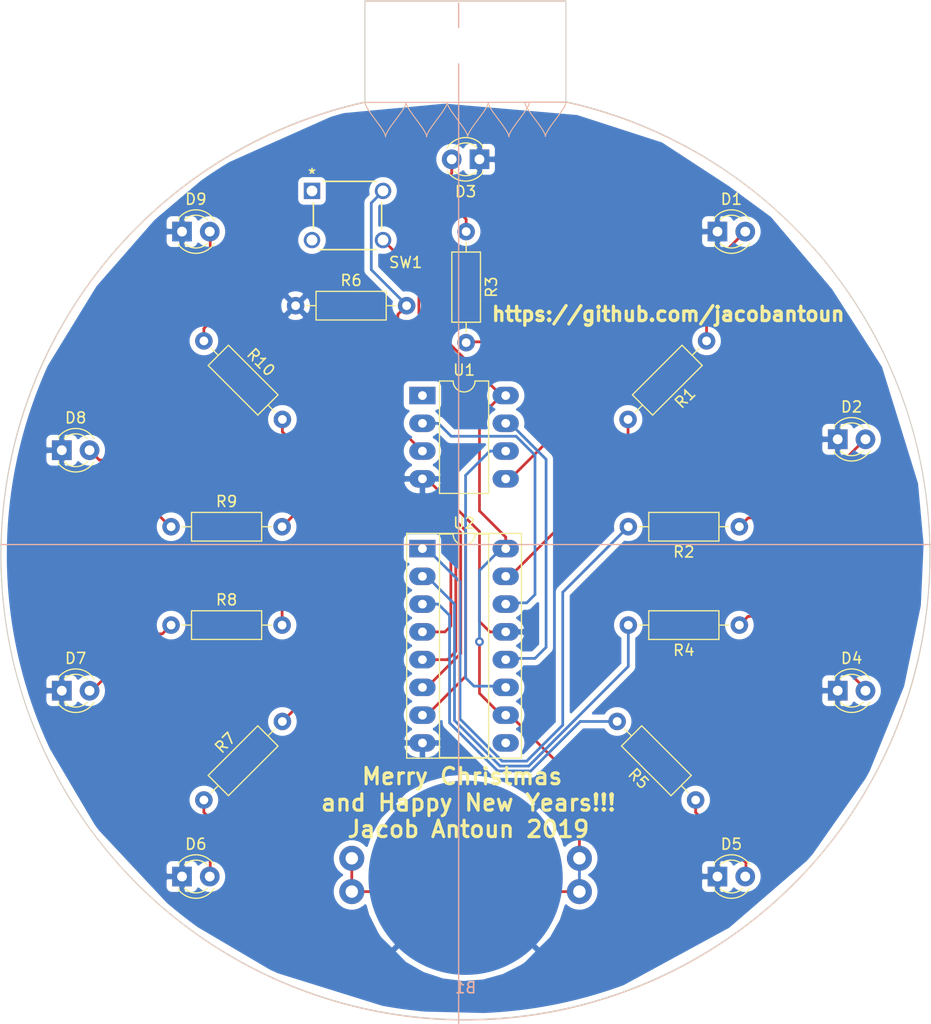
<source format=kicad_pcb>
(kicad_pcb (version 20171130) (host pcbnew "(5.1.0)-1")

  (general
    (thickness 1.6)
    (drawings 83)
    (tracks 143)
    (zones 0)
    (modules 24)
    (nets 29)
  )

  (page A4)
  (layers
    (0 F.Cu signal)
    (31 B.Cu signal)
    (32 B.Adhes user)
    (33 F.Adhes user)
    (34 B.Paste user)
    (35 F.Paste user)
    (36 B.SilkS user)
    (37 F.SilkS user)
    (38 B.Mask user)
    (39 F.Mask user)
    (40 Dwgs.User user)
    (41 Cmts.User user)
    (42 Eco1.User user)
    (43 Eco2.User user)
    (44 Edge.Cuts user)
    (45 Margin user)
    (46 B.CrtYd user)
    (47 F.CrtYd user)
    (48 B.Fab user)
    (49 F.Fab user)
  )

  (setup
    (last_trace_width 0.25)
    (trace_clearance 0.2)
    (zone_clearance 0.508)
    (zone_45_only no)
    (trace_min 0.2)
    (via_size 0.8)
    (via_drill 0.4)
    (via_min_size 0.4)
    (via_min_drill 0.3)
    (uvia_size 0.3)
    (uvia_drill 0.1)
    (uvias_allowed no)
    (uvia_min_size 0.2)
    (uvia_min_drill 0.1)
    (edge_width 0.05)
    (segment_width 0.2)
    (pcb_text_width 0.3)
    (pcb_text_size 1.5 1.5)
    (mod_edge_width 0.12)
    (mod_text_size 1 1)
    (mod_text_width 0.15)
    (pad_size 1.524 1.524)
    (pad_drill 0.762)
    (pad_to_mask_clearance 0.051)
    (solder_mask_min_width 0.25)
    (aux_axis_origin 0 0)
    (visible_elements 7FFFFFFF)
    (pcbplotparams
      (layerselection 0x010fc_ffffffff)
      (usegerberextensions false)
      (usegerberattributes false)
      (usegerberadvancedattributes false)
      (creategerberjobfile false)
      (excludeedgelayer true)
      (linewidth 0.100000)
      (plotframeref false)
      (viasonmask false)
      (mode 1)
      (useauxorigin false)
      (hpglpennumber 1)
      (hpglpenspeed 20)
      (hpglpendiameter 15.000000)
      (psnegative false)
      (psa4output false)
      (plotreference true)
      (plotvalue true)
      (plotinvisibletext false)
      (padsonsilk false)
      (subtractmaskfromsilk false)
      (outputformat 1)
      (mirror false)
      (drillshape 0)
      (scaleselection 1)
      (outputdirectory "Gerbers/"))
  )

  (net 0 "")
  (net 1 "Net-(D1-Pad2)")
  (net 2 GND)
  (net 3 "Net-(D2-Pad2)")
  (net 4 "Net-(D3-Pad2)")
  (net 5 "Net-(D4-Pad2)")
  (net 6 "Net-(D5-Pad2)")
  (net 7 "Net-(D6-Pad2)")
  (net 8 "Net-(D7-Pad2)")
  (net 9 "Net-(D8-Pad2)")
  (net 10 "Net-(D9-Pad2)")
  (net 11 QA)
  (net 12 QB)
  (net 13 "Net-(R3-Pad2)")
  (net 14 QC)
  (net 15 QD)
  (net 16 PB_Sig)
  (net 17 QE)
  (net 18 QF)
  (net 19 QG)
  (net 20 QH)
  (net 21 VCC)
  (net 22 ST_CP)
  (net 23 SH_CP)
  (net 24 DS)
  (net 25 "Net-(U2-Pad9)")
  (net 26 "Net-(SW1-Pad3)")
  (net 27 "Net-(SW1-Pad1)")
  (net 28 "Net-(U1-Pad1)")

  (net_class Default "This is the default net class."
    (clearance 0.2)
    (trace_width 0.25)
    (via_dia 0.8)
    (via_drill 0.4)
    (uvia_dia 0.3)
    (uvia_drill 0.1)
    (add_net DS)
    (add_net GND)
    (add_net "Net-(D1-Pad2)")
    (add_net "Net-(D2-Pad2)")
    (add_net "Net-(D3-Pad2)")
    (add_net "Net-(D4-Pad2)")
    (add_net "Net-(D5-Pad2)")
    (add_net "Net-(D6-Pad2)")
    (add_net "Net-(D7-Pad2)")
    (add_net "Net-(D8-Pad2)")
    (add_net "Net-(D9-Pad2)")
    (add_net "Net-(R3-Pad2)")
    (add_net "Net-(SW1-Pad1)")
    (add_net "Net-(SW1-Pad3)")
    (add_net "Net-(U1-Pad1)")
    (add_net "Net-(U2-Pad9)")
    (add_net PB_Sig)
    (add_net QA)
    (add_net QB)
    (add_net QC)
    (add_net QD)
    (add_net QE)
    (add_net QF)
    (add_net QG)
    (add_net QH)
    (add_net SH_CP)
    (add_net ST_CP)
    (add_net VCC)
  )

  (module LEDs:LED_D3.0mm (layer F.Cu) (tedit 587A3A7B) (tstamp 5DC7A63A)
    (at 131 59)
    (descr "LED, diameter 3.0mm, 2 pins")
    (tags "LED diameter 3.0mm 2 pins")
    (path /5DC87863)
    (fp_text reference D1 (at 1.27 -2.96) (layer F.SilkS)
      (effects (font (size 1 1) (thickness 0.15)))
    )
    (fp_text value LED (at 1.27 2.96) (layer F.Fab)
      (effects (font (size 1 1) (thickness 0.15)))
    )
    (fp_arc (start 1.27 0) (end -0.23 -1.16619) (angle 284.3) (layer F.Fab) (width 0.1))
    (fp_arc (start 1.27 0) (end -0.29 -1.235516) (angle 108.8) (layer F.SilkS) (width 0.12))
    (fp_arc (start 1.27 0) (end -0.29 1.235516) (angle -108.8) (layer F.SilkS) (width 0.12))
    (fp_arc (start 1.27 0) (end 0.229039 -1.08) (angle 87.9) (layer F.SilkS) (width 0.12))
    (fp_arc (start 1.27 0) (end 0.229039 1.08) (angle -87.9) (layer F.SilkS) (width 0.12))
    (fp_circle (center 1.27 0) (end 2.77 0) (layer F.Fab) (width 0.1))
    (fp_line (start -0.23 -1.16619) (end -0.23 1.16619) (layer F.Fab) (width 0.1))
    (fp_line (start -0.29 -1.236) (end -0.29 -1.08) (layer F.SilkS) (width 0.12))
    (fp_line (start -0.29 1.08) (end -0.29 1.236) (layer F.SilkS) (width 0.12))
    (fp_line (start -1.15 -2.25) (end -1.15 2.25) (layer F.CrtYd) (width 0.05))
    (fp_line (start -1.15 2.25) (end 3.7 2.25) (layer F.CrtYd) (width 0.05))
    (fp_line (start 3.7 2.25) (end 3.7 -2.25) (layer F.CrtYd) (width 0.05))
    (fp_line (start 3.7 -2.25) (end -1.15 -2.25) (layer F.CrtYd) (width 0.05))
    (pad 1 thru_hole rect (at 0 0) (size 1.8 1.8) (drill 0.9) (layers *.Cu *.Mask)
      (net 2 GND))
    (pad 2 thru_hole circle (at 2.54 0) (size 1.8 1.8) (drill 0.9) (layers *.Cu *.Mask)
      (net 1 "Net-(D1-Pad2)"))
    (model ${KISYS3DMOD}/LEDs.3dshapes/LED_D3.0mm.wrl
      (at (xyz 0 0 0))
      (scale (xyz 0.393701 0.393701 0.393701))
      (rotate (xyz 0 0 0))
    )
  )

  (module LEDs:LED_D3.0mm (layer F.Cu) (tedit 587A3A7B) (tstamp 5DC78806)
    (at 142 78)
    (descr "LED, diameter 3.0mm, 2 pins")
    (tags "LED diameter 3.0mm 2 pins")
    (path /5DCDBB4C)
    (fp_text reference D2 (at 1.27 -2.96) (layer F.SilkS)
      (effects (font (size 1 1) (thickness 0.15)))
    )
    (fp_text value LED (at 1.27 2.96) (layer F.Fab)
      (effects (font (size 1 1) (thickness 0.15)))
    )
    (fp_arc (start 1.27 0) (end -0.23 -1.16619) (angle 284.3) (layer F.Fab) (width 0.1))
    (fp_arc (start 1.27 0) (end -0.29 -1.235516) (angle 108.8) (layer F.SilkS) (width 0.12))
    (fp_arc (start 1.27 0) (end -0.29 1.235516) (angle -108.8) (layer F.SilkS) (width 0.12))
    (fp_arc (start 1.27 0) (end 0.229039 -1.08) (angle 87.9) (layer F.SilkS) (width 0.12))
    (fp_arc (start 1.27 0) (end 0.229039 1.08) (angle -87.9) (layer F.SilkS) (width 0.12))
    (fp_circle (center 1.27 0) (end 2.77 0) (layer F.Fab) (width 0.1))
    (fp_line (start -0.23 -1.16619) (end -0.23 1.16619) (layer F.Fab) (width 0.1))
    (fp_line (start -0.29 -1.236) (end -0.29 -1.08) (layer F.SilkS) (width 0.12))
    (fp_line (start -0.29 1.08) (end -0.29 1.236) (layer F.SilkS) (width 0.12))
    (fp_line (start -1.15 -2.25) (end -1.15 2.25) (layer F.CrtYd) (width 0.05))
    (fp_line (start -1.15 2.25) (end 3.7 2.25) (layer F.CrtYd) (width 0.05))
    (fp_line (start 3.7 2.25) (end 3.7 -2.25) (layer F.CrtYd) (width 0.05))
    (fp_line (start 3.7 -2.25) (end -1.15 -2.25) (layer F.CrtYd) (width 0.05))
    (pad 1 thru_hole rect (at 0 0) (size 1.8 1.8) (drill 0.9) (layers *.Cu *.Mask)
      (net 2 GND))
    (pad 2 thru_hole circle (at 2.54 0) (size 1.8 1.8) (drill 0.9) (layers *.Cu *.Mask)
      (net 3 "Net-(D2-Pad2)"))
    (model ${KISYS3DMOD}/LEDs.3dshapes/LED_D3.0mm.wrl
      (at (xyz 0 0 0))
      (scale (xyz 0.393701 0.393701 0.393701))
      (rotate (xyz 0 0 0))
    )
  )

  (module LEDs:LED_D3.0mm (layer F.Cu) (tedit 587A3A7B) (tstamp 5DC78819)
    (at 109.22 52.3875 180)
    (descr "LED, diameter 3.0mm, 2 pins")
    (tags "LED diameter 3.0mm 2 pins")
    (path /5DCDFD07)
    (fp_text reference D3 (at 1.27 -2.96 180) (layer F.SilkS)
      (effects (font (size 1 1) (thickness 0.15)))
    )
    (fp_text value LED (at 1.27 2.96 180) (layer F.Fab)
      (effects (font (size 1 1) (thickness 0.15)))
    )
    (fp_arc (start 1.27 0) (end -0.23 -1.16619) (angle 284.3) (layer F.Fab) (width 0.1))
    (fp_arc (start 1.27 0) (end -0.29 -1.235516) (angle 108.8) (layer F.SilkS) (width 0.12))
    (fp_arc (start 1.27 0) (end -0.29 1.235516) (angle -108.8) (layer F.SilkS) (width 0.12))
    (fp_arc (start 1.27 0) (end 0.229039 -1.08) (angle 87.9) (layer F.SilkS) (width 0.12))
    (fp_arc (start 1.27 0) (end 0.229039 1.08) (angle -87.9) (layer F.SilkS) (width 0.12))
    (fp_circle (center 1.27 0) (end 2.77 0) (layer F.Fab) (width 0.1))
    (fp_line (start -0.23 -1.16619) (end -0.23 1.16619) (layer F.Fab) (width 0.1))
    (fp_line (start -0.29 -1.236) (end -0.29 -1.08) (layer F.SilkS) (width 0.12))
    (fp_line (start -0.29 1.08) (end -0.29 1.236) (layer F.SilkS) (width 0.12))
    (fp_line (start -1.15 -2.25) (end -1.15 2.25) (layer F.CrtYd) (width 0.05))
    (fp_line (start -1.15 2.25) (end 3.7 2.25) (layer F.CrtYd) (width 0.05))
    (fp_line (start 3.7 2.25) (end 3.7 -2.25) (layer F.CrtYd) (width 0.05))
    (fp_line (start 3.7 -2.25) (end -1.15 -2.25) (layer F.CrtYd) (width 0.05))
    (pad 1 thru_hole rect (at 0 0 180) (size 1.8 1.8) (drill 0.9) (layers *.Cu *.Mask)
      (net 2 GND))
    (pad 2 thru_hole circle (at 2.54 0 180) (size 1.8 1.8) (drill 0.9) (layers *.Cu *.Mask)
      (net 4 "Net-(D3-Pad2)"))
    (model ${KISYS3DMOD}/LEDs.3dshapes/LED_D3.0mm.wrl
      (at (xyz 0 0 0))
      (scale (xyz 0.393701 0.393701 0.393701))
      (rotate (xyz 0 0 0))
    )
  )

  (module LEDs:LED_D3.0mm (layer F.Cu) (tedit 587A3A7B) (tstamp 5DC7882C)
    (at 142 101)
    (descr "LED, diameter 3.0mm, 2 pins")
    (tags "LED diameter 3.0mm 2 pins")
    (path /5DCDBEDA)
    (fp_text reference D4 (at 1.27 -2.96) (layer F.SilkS)
      (effects (font (size 1 1) (thickness 0.15)))
    )
    (fp_text value LED (at 1.27 2.96) (layer F.Fab)
      (effects (font (size 1 1) (thickness 0.15)))
    )
    (fp_arc (start 1.27 0) (end -0.23 -1.16619) (angle 284.3) (layer F.Fab) (width 0.1))
    (fp_arc (start 1.27 0) (end -0.29 -1.235516) (angle 108.8) (layer F.SilkS) (width 0.12))
    (fp_arc (start 1.27 0) (end -0.29 1.235516) (angle -108.8) (layer F.SilkS) (width 0.12))
    (fp_arc (start 1.27 0) (end 0.229039 -1.08) (angle 87.9) (layer F.SilkS) (width 0.12))
    (fp_arc (start 1.27 0) (end 0.229039 1.08) (angle -87.9) (layer F.SilkS) (width 0.12))
    (fp_circle (center 1.27 0) (end 2.77 0) (layer F.Fab) (width 0.1))
    (fp_line (start -0.23 -1.16619) (end -0.23 1.16619) (layer F.Fab) (width 0.1))
    (fp_line (start -0.29 -1.236) (end -0.29 -1.08) (layer F.SilkS) (width 0.12))
    (fp_line (start -0.29 1.08) (end -0.29 1.236) (layer F.SilkS) (width 0.12))
    (fp_line (start -1.15 -2.25) (end -1.15 2.25) (layer F.CrtYd) (width 0.05))
    (fp_line (start -1.15 2.25) (end 3.7 2.25) (layer F.CrtYd) (width 0.05))
    (fp_line (start 3.7 2.25) (end 3.7 -2.25) (layer F.CrtYd) (width 0.05))
    (fp_line (start 3.7 -2.25) (end -1.15 -2.25) (layer F.CrtYd) (width 0.05))
    (pad 1 thru_hole rect (at 0 0) (size 1.8 1.8) (drill 0.9) (layers *.Cu *.Mask)
      (net 2 GND))
    (pad 2 thru_hole circle (at 2.54 0) (size 1.8 1.8) (drill 0.9) (layers *.Cu *.Mask)
      (net 5 "Net-(D4-Pad2)"))
    (model ${KISYS3DMOD}/LEDs.3dshapes/LED_D3.0mm.wrl
      (at (xyz 0 0 0))
      (scale (xyz 0.393701 0.393701 0.393701))
      (rotate (xyz 0 0 0))
    )
  )

  (module LEDs:LED_D3.0mm (layer F.Cu) (tedit 587A3A7B) (tstamp 5DC7883F)
    (at 131 118)
    (descr "LED, diameter 3.0mm, 2 pins")
    (tags "LED diameter 3.0mm 2 pins")
    (path /5DCDC316)
    (fp_text reference D5 (at 1.27 -2.96) (layer F.SilkS)
      (effects (font (size 1 1) (thickness 0.15)))
    )
    (fp_text value LED (at 1.27 2.96) (layer F.Fab)
      (effects (font (size 1 1) (thickness 0.15)))
    )
    (fp_arc (start 1.27 0) (end -0.23 -1.16619) (angle 284.3) (layer F.Fab) (width 0.1))
    (fp_arc (start 1.27 0) (end -0.29 -1.235516) (angle 108.8) (layer F.SilkS) (width 0.12))
    (fp_arc (start 1.27 0) (end -0.29 1.235516) (angle -108.8) (layer F.SilkS) (width 0.12))
    (fp_arc (start 1.27 0) (end 0.229039 -1.08) (angle 87.9) (layer F.SilkS) (width 0.12))
    (fp_arc (start 1.27 0) (end 0.229039 1.08) (angle -87.9) (layer F.SilkS) (width 0.12))
    (fp_circle (center 1.27 0) (end 2.77 0) (layer F.Fab) (width 0.1))
    (fp_line (start -0.23 -1.16619) (end -0.23 1.16619) (layer F.Fab) (width 0.1))
    (fp_line (start -0.29 -1.236) (end -0.29 -1.08) (layer F.SilkS) (width 0.12))
    (fp_line (start -0.29 1.08) (end -0.29 1.236) (layer F.SilkS) (width 0.12))
    (fp_line (start -1.15 -2.25) (end -1.15 2.25) (layer F.CrtYd) (width 0.05))
    (fp_line (start -1.15 2.25) (end 3.7 2.25) (layer F.CrtYd) (width 0.05))
    (fp_line (start 3.7 2.25) (end 3.7 -2.25) (layer F.CrtYd) (width 0.05))
    (fp_line (start 3.7 -2.25) (end -1.15 -2.25) (layer F.CrtYd) (width 0.05))
    (pad 1 thru_hole rect (at 0 0) (size 1.8 1.8) (drill 0.9) (layers *.Cu *.Mask)
      (net 2 GND))
    (pad 2 thru_hole circle (at 2.54 0) (size 1.8 1.8) (drill 0.9) (layers *.Cu *.Mask)
      (net 6 "Net-(D5-Pad2)"))
    (model ${KISYS3DMOD}/LEDs.3dshapes/LED_D3.0mm.wrl
      (at (xyz 0 0 0))
      (scale (xyz 0.393701 0.393701 0.393701))
      (rotate (xyz 0 0 0))
    )
  )

  (module LEDs:LED_D3.0mm (layer F.Cu) (tedit 587A3A7B) (tstamp 5DC78852)
    (at 82 118)
    (descr "LED, diameter 3.0mm, 2 pins")
    (tags "LED diameter 3.0mm 2 pins")
    (path /5DCDC868)
    (fp_text reference D6 (at 1.27 -2.96) (layer F.SilkS)
      (effects (font (size 1 1) (thickness 0.15)))
    )
    (fp_text value LED (at 1.27 2.96) (layer F.Fab)
      (effects (font (size 1 1) (thickness 0.15)))
    )
    (fp_arc (start 1.27 0) (end -0.23 -1.16619) (angle 284.3) (layer F.Fab) (width 0.1))
    (fp_arc (start 1.27 0) (end -0.29 -1.235516) (angle 108.8) (layer F.SilkS) (width 0.12))
    (fp_arc (start 1.27 0) (end -0.29 1.235516) (angle -108.8) (layer F.SilkS) (width 0.12))
    (fp_arc (start 1.27 0) (end 0.229039 -1.08) (angle 87.9) (layer F.SilkS) (width 0.12))
    (fp_arc (start 1.27 0) (end 0.229039 1.08) (angle -87.9) (layer F.SilkS) (width 0.12))
    (fp_circle (center 1.27 0) (end 2.77 0) (layer F.Fab) (width 0.1))
    (fp_line (start -0.23 -1.16619) (end -0.23 1.16619) (layer F.Fab) (width 0.1))
    (fp_line (start -0.29 -1.236) (end -0.29 -1.08) (layer F.SilkS) (width 0.12))
    (fp_line (start -0.29 1.08) (end -0.29 1.236) (layer F.SilkS) (width 0.12))
    (fp_line (start -1.15 -2.25) (end -1.15 2.25) (layer F.CrtYd) (width 0.05))
    (fp_line (start -1.15 2.25) (end 3.7 2.25) (layer F.CrtYd) (width 0.05))
    (fp_line (start 3.7 2.25) (end 3.7 -2.25) (layer F.CrtYd) (width 0.05))
    (fp_line (start 3.7 -2.25) (end -1.15 -2.25) (layer F.CrtYd) (width 0.05))
    (pad 1 thru_hole rect (at 0 0) (size 1.8 1.8) (drill 0.9) (layers *.Cu *.Mask)
      (net 2 GND))
    (pad 2 thru_hole circle (at 2.54 0) (size 1.8 1.8) (drill 0.9) (layers *.Cu *.Mask)
      (net 7 "Net-(D6-Pad2)"))
    (model ${KISYS3DMOD}/LEDs.3dshapes/LED_D3.0mm.wrl
      (at (xyz 0 0 0))
      (scale (xyz 0.393701 0.393701 0.393701))
      (rotate (xyz 0 0 0))
    )
  )

  (module LEDs:LED_D3.0mm (layer F.Cu) (tedit 587A3A7B) (tstamp 5DC78865)
    (at 71 101)
    (descr "LED, diameter 3.0mm, 2 pins")
    (tags "LED diameter 3.0mm 2 pins")
    (path /5DCDC872)
    (fp_text reference D7 (at 1.27 -2.96) (layer F.SilkS)
      (effects (font (size 1 1) (thickness 0.15)))
    )
    (fp_text value LED (at 1.27 2.96) (layer F.Fab)
      (effects (font (size 1 1) (thickness 0.15)))
    )
    (fp_arc (start 1.27 0) (end -0.23 -1.16619) (angle 284.3) (layer F.Fab) (width 0.1))
    (fp_arc (start 1.27 0) (end -0.29 -1.235516) (angle 108.8) (layer F.SilkS) (width 0.12))
    (fp_arc (start 1.27 0) (end -0.29 1.235516) (angle -108.8) (layer F.SilkS) (width 0.12))
    (fp_arc (start 1.27 0) (end 0.229039 -1.08) (angle 87.9) (layer F.SilkS) (width 0.12))
    (fp_arc (start 1.27 0) (end 0.229039 1.08) (angle -87.9) (layer F.SilkS) (width 0.12))
    (fp_circle (center 1.27 0) (end 2.77 0) (layer F.Fab) (width 0.1))
    (fp_line (start -0.23 -1.16619) (end -0.23 1.16619) (layer F.Fab) (width 0.1))
    (fp_line (start -0.29 -1.236) (end -0.29 -1.08) (layer F.SilkS) (width 0.12))
    (fp_line (start -0.29 1.08) (end -0.29 1.236) (layer F.SilkS) (width 0.12))
    (fp_line (start -1.15 -2.25) (end -1.15 2.25) (layer F.CrtYd) (width 0.05))
    (fp_line (start -1.15 2.25) (end 3.7 2.25) (layer F.CrtYd) (width 0.05))
    (fp_line (start 3.7 2.25) (end 3.7 -2.25) (layer F.CrtYd) (width 0.05))
    (fp_line (start 3.7 -2.25) (end -1.15 -2.25) (layer F.CrtYd) (width 0.05))
    (pad 1 thru_hole rect (at 0 0) (size 1.8 1.8) (drill 0.9) (layers *.Cu *.Mask)
      (net 2 GND))
    (pad 2 thru_hole circle (at 2.54 0) (size 1.8 1.8) (drill 0.9) (layers *.Cu *.Mask)
      (net 8 "Net-(D7-Pad2)"))
    (model ${KISYS3DMOD}/LEDs.3dshapes/LED_D3.0mm.wrl
      (at (xyz 0 0 0))
      (scale (xyz 0.393701 0.393701 0.393701))
      (rotate (xyz 0 0 0))
    )
  )

  (module LEDs:LED_D3.0mm (layer F.Cu) (tedit 587A3A7B) (tstamp 5DC78878)
    (at 71 79)
    (descr "LED, diameter 3.0mm, 2 pins")
    (tags "LED diameter 3.0mm 2 pins")
    (path /5DCDC87C)
    (fp_text reference D8 (at 1.27 -2.96) (layer F.SilkS)
      (effects (font (size 1 1) (thickness 0.15)))
    )
    (fp_text value LED (at 1.27 2.96) (layer F.Fab)
      (effects (font (size 1 1) (thickness 0.15)))
    )
    (fp_arc (start 1.27 0) (end -0.23 -1.16619) (angle 284.3) (layer F.Fab) (width 0.1))
    (fp_arc (start 1.27 0) (end -0.29 -1.235516) (angle 108.8) (layer F.SilkS) (width 0.12))
    (fp_arc (start 1.27 0) (end -0.29 1.235516) (angle -108.8) (layer F.SilkS) (width 0.12))
    (fp_arc (start 1.27 0) (end 0.229039 -1.08) (angle 87.9) (layer F.SilkS) (width 0.12))
    (fp_arc (start 1.27 0) (end 0.229039 1.08) (angle -87.9) (layer F.SilkS) (width 0.12))
    (fp_circle (center 1.27 0) (end 2.77 0) (layer F.Fab) (width 0.1))
    (fp_line (start -0.23 -1.16619) (end -0.23 1.16619) (layer F.Fab) (width 0.1))
    (fp_line (start -0.29 -1.236) (end -0.29 -1.08) (layer F.SilkS) (width 0.12))
    (fp_line (start -0.29 1.08) (end -0.29 1.236) (layer F.SilkS) (width 0.12))
    (fp_line (start -1.15 -2.25) (end -1.15 2.25) (layer F.CrtYd) (width 0.05))
    (fp_line (start -1.15 2.25) (end 3.7 2.25) (layer F.CrtYd) (width 0.05))
    (fp_line (start 3.7 2.25) (end 3.7 -2.25) (layer F.CrtYd) (width 0.05))
    (fp_line (start 3.7 -2.25) (end -1.15 -2.25) (layer F.CrtYd) (width 0.05))
    (pad 1 thru_hole rect (at 0 0) (size 1.8 1.8) (drill 0.9) (layers *.Cu *.Mask)
      (net 2 GND))
    (pad 2 thru_hole circle (at 2.54 0) (size 1.8 1.8) (drill 0.9) (layers *.Cu *.Mask)
      (net 9 "Net-(D8-Pad2)"))
    (model ${KISYS3DMOD}/LEDs.3dshapes/LED_D3.0mm.wrl
      (at (xyz 0 0 0))
      (scale (xyz 0.393701 0.393701 0.393701))
      (rotate (xyz 0 0 0))
    )
  )

  (module LEDs:LED_D3.0mm (layer F.Cu) (tedit 587A3A7B) (tstamp 5DC7888B)
    (at 82 59)
    (descr "LED, diameter 3.0mm, 2 pins")
    (tags "LED diameter 3.0mm 2 pins")
    (path /5DCDC886)
    (fp_text reference D9 (at 1.27 -2.96) (layer F.SilkS)
      (effects (font (size 1 1) (thickness 0.15)))
    )
    (fp_text value LED (at 1.27 2.96) (layer F.Fab)
      (effects (font (size 1 1) (thickness 0.15)))
    )
    (fp_arc (start 1.27 0) (end -0.23 -1.16619) (angle 284.3) (layer F.Fab) (width 0.1))
    (fp_arc (start 1.27 0) (end -0.29 -1.235516) (angle 108.8) (layer F.SilkS) (width 0.12))
    (fp_arc (start 1.27 0) (end -0.29 1.235516) (angle -108.8) (layer F.SilkS) (width 0.12))
    (fp_arc (start 1.27 0) (end 0.229039 -1.08) (angle 87.9) (layer F.SilkS) (width 0.12))
    (fp_arc (start 1.27 0) (end 0.229039 1.08) (angle -87.9) (layer F.SilkS) (width 0.12))
    (fp_circle (center 1.27 0) (end 2.77 0) (layer F.Fab) (width 0.1))
    (fp_line (start -0.23 -1.16619) (end -0.23 1.16619) (layer F.Fab) (width 0.1))
    (fp_line (start -0.29 -1.236) (end -0.29 -1.08) (layer F.SilkS) (width 0.12))
    (fp_line (start -0.29 1.08) (end -0.29 1.236) (layer F.SilkS) (width 0.12))
    (fp_line (start -1.15 -2.25) (end -1.15 2.25) (layer F.CrtYd) (width 0.05))
    (fp_line (start -1.15 2.25) (end 3.7 2.25) (layer F.CrtYd) (width 0.05))
    (fp_line (start 3.7 2.25) (end 3.7 -2.25) (layer F.CrtYd) (width 0.05))
    (fp_line (start 3.7 -2.25) (end -1.15 -2.25) (layer F.CrtYd) (width 0.05))
    (pad 1 thru_hole rect (at 0 0) (size 1.8 1.8) (drill 0.9) (layers *.Cu *.Mask)
      (net 2 GND))
    (pad 2 thru_hole circle (at 2.54 0) (size 1.8 1.8) (drill 0.9) (layers *.Cu *.Mask)
      (net 10 "Net-(D9-Pad2)"))
    (model ${KISYS3DMOD}/LEDs.3dshapes/LED_D3.0mm.wrl
      (at (xyz 0 0 0))
      (scale (xyz 0.393701 0.393701 0.393701))
      (rotate (xyz 0 0 0))
    )
  )

  (module Mounting_Holes:MountingHole_3.5mm (layer F.Cu) (tedit 56D1B4CB) (tstamp 5DC78893)
    (at 108 42)
    (descr "Mounting Hole 3.5mm, no annular")
    (tags "mounting hole 3.5mm no annular")
    (path /5DCE9F14)
    (attr virtual)
    (fp_text reference H1 (at 0 -5.424) (layer F.SilkS) hide
      (effects (font (size 1 1) (thickness 0.15)))
    )
    (fp_text value MountingHole (at 0 4.5) (layer F.Fab)
      (effects (font (size 1 1) (thickness 0.15)))
    )
    (fp_text user %R (at 0.3 0) (layer F.Fab)
      (effects (font (size 1 1) (thickness 0.15)))
    )
    (fp_circle (center 0 0) (end 3.5 0) (layer Cmts.User) (width 0.15))
    (fp_circle (center 0 0) (end 3.75 0) (layer F.CrtYd) (width 0.05))
    (pad 1 np_thru_hole circle (at 0 0) (size 3.5 3.5) (drill 3.5) (layers *.Cu *.Mask))
  )

  (module Resistors_THT:R_Axial_DIN0207_L6.3mm_D2.5mm_P10.16mm_Horizontal (layer F.Cu) (tedit 5874F706) (tstamp 5DD0AF9C)
    (at 130 69 225)
    (descr "Resistor, Axial_DIN0207 series, Axial, Horizontal, pin pitch=10.16mm, 0.25W = 1/4W, length*diameter=6.3*2.5mm^2, http://cdn-reichelt.de/documents/datenblatt/B400/1_4W%23YAG.pdf")
    (tags "Resistor Axial_DIN0207 series Axial Horizontal pin pitch 10.16mm 0.25W = 1/4W length 6.3mm diameter 2.5mm")
    (path /5DC8D6D4)
    (fp_text reference R1 (at 5.08 -2.31 225) (layer F.SilkS)
      (effects (font (size 1 1) (thickness 0.15)))
    )
    (fp_text value R (at 5.08 2.31 225) (layer F.Fab)
      (effects (font (size 1 1) (thickness 0.15)))
    )
    (fp_line (start 1.93 -1.25) (end 1.93 1.25) (layer F.Fab) (width 0.1))
    (fp_line (start 1.93 1.25) (end 8.23 1.25) (layer F.Fab) (width 0.1))
    (fp_line (start 8.23 1.25) (end 8.23 -1.25) (layer F.Fab) (width 0.1))
    (fp_line (start 8.23 -1.25) (end 1.93 -1.25) (layer F.Fab) (width 0.1))
    (fp_line (start 0 0) (end 1.93 0) (layer F.Fab) (width 0.1))
    (fp_line (start 10.16 0) (end 8.23 0) (layer F.Fab) (width 0.1))
    (fp_line (start 1.87 -1.31) (end 1.87 1.31) (layer F.SilkS) (width 0.12))
    (fp_line (start 1.87 1.31) (end 8.29 1.31) (layer F.SilkS) (width 0.12))
    (fp_line (start 8.29 1.31) (end 8.29 -1.31) (layer F.SilkS) (width 0.12))
    (fp_line (start 8.29 -1.31) (end 1.87 -1.31) (layer F.SilkS) (width 0.12))
    (fp_line (start 0.98 0) (end 1.87 0) (layer F.SilkS) (width 0.12))
    (fp_line (start 9.18 0) (end 8.29 0) (layer F.SilkS) (width 0.12))
    (fp_line (start -1.05 -1.6) (end -1.05 1.6) (layer F.CrtYd) (width 0.05))
    (fp_line (start -1.05 1.6) (end 11.25 1.6) (layer F.CrtYd) (width 0.05))
    (fp_line (start 11.25 1.6) (end 11.25 -1.6) (layer F.CrtYd) (width 0.05))
    (fp_line (start 11.25 -1.6) (end -1.05 -1.6) (layer F.CrtYd) (width 0.05))
    (pad 1 thru_hole circle (at 0 0 225) (size 1.6 1.6) (drill 0.8) (layers *.Cu *.Mask)
      (net 1 "Net-(D1-Pad2)"))
    (pad 2 thru_hole oval (at 10.16 0 225) (size 1.6 1.6) (drill 0.8) (layers *.Cu *.Mask)
      (net 11 QA))
    (model ${KISYS3DMOD}/Resistors_THT.3dshapes/R_Axial_DIN0207_L6.3mm_D2.5mm_P10.16mm_Horizontal.wrl
      (at (xyz 0 0 0))
      (scale (xyz 0.393701 0.393701 0.393701))
      (rotate (xyz 0 0 0))
    )
  )

  (module Resistors_THT:R_Axial_DIN0207_L6.3mm_D2.5mm_P10.16mm_Horizontal (layer F.Cu) (tedit 5874F706) (tstamp 5DC788BF)
    (at 133 86 180)
    (descr "Resistor, Axial_DIN0207 series, Axial, Horizontal, pin pitch=10.16mm, 0.25W = 1/4W, length*diameter=6.3*2.5mm^2, http://cdn-reichelt.de/documents/datenblatt/B400/1_4W%23YAG.pdf")
    (tags "Resistor Axial_DIN0207 series Axial Horizontal pin pitch 10.16mm 0.25W = 1/4W length 6.3mm diameter 2.5mm")
    (path /5DCD5F98)
    (fp_text reference R2 (at 5.08 -2.31 180) (layer F.SilkS)
      (effects (font (size 1 1) (thickness 0.15)))
    )
    (fp_text value R (at 5.08 2.31 180) (layer F.Fab)
      (effects (font (size 1 1) (thickness 0.15)))
    )
    (fp_line (start 1.93 -1.25) (end 1.93 1.25) (layer F.Fab) (width 0.1))
    (fp_line (start 1.93 1.25) (end 8.23 1.25) (layer F.Fab) (width 0.1))
    (fp_line (start 8.23 1.25) (end 8.23 -1.25) (layer F.Fab) (width 0.1))
    (fp_line (start 8.23 -1.25) (end 1.93 -1.25) (layer F.Fab) (width 0.1))
    (fp_line (start 0 0) (end 1.93 0) (layer F.Fab) (width 0.1))
    (fp_line (start 10.16 0) (end 8.23 0) (layer F.Fab) (width 0.1))
    (fp_line (start 1.87 -1.31) (end 1.87 1.31) (layer F.SilkS) (width 0.12))
    (fp_line (start 1.87 1.31) (end 8.29 1.31) (layer F.SilkS) (width 0.12))
    (fp_line (start 8.29 1.31) (end 8.29 -1.31) (layer F.SilkS) (width 0.12))
    (fp_line (start 8.29 -1.31) (end 1.87 -1.31) (layer F.SilkS) (width 0.12))
    (fp_line (start 0.98 0) (end 1.87 0) (layer F.SilkS) (width 0.12))
    (fp_line (start 9.18 0) (end 8.29 0) (layer F.SilkS) (width 0.12))
    (fp_line (start -1.05 -1.6) (end -1.05 1.6) (layer F.CrtYd) (width 0.05))
    (fp_line (start -1.05 1.6) (end 11.25 1.6) (layer F.CrtYd) (width 0.05))
    (fp_line (start 11.25 1.6) (end 11.25 -1.6) (layer F.CrtYd) (width 0.05))
    (fp_line (start 11.25 -1.6) (end -1.05 -1.6) (layer F.CrtYd) (width 0.05))
    (pad 1 thru_hole circle (at 0 0 180) (size 1.6 1.6) (drill 0.8) (layers *.Cu *.Mask)
      (net 3 "Net-(D2-Pad2)"))
    (pad 2 thru_hole oval (at 10.16 0 180) (size 1.6 1.6) (drill 0.8) (layers *.Cu *.Mask)
      (net 12 QB))
    (model ${KISYS3DMOD}/Resistors_THT.3dshapes/R_Axial_DIN0207_L6.3mm_D2.5mm_P10.16mm_Horizontal.wrl
      (at (xyz 0 0 0))
      (scale (xyz 0.393701 0.393701 0.393701))
      (rotate (xyz 0 0 0))
    )
  )

  (module Resistors_THT:R_Axial_DIN0207_L6.3mm_D2.5mm_P10.16mm_Horizontal (layer F.Cu) (tedit 5874F706) (tstamp 5DC788D5)
    (at 108 59 270)
    (descr "Resistor, Axial_DIN0207 series, Axial, Horizontal, pin pitch=10.16mm, 0.25W = 1/4W, length*diameter=6.3*2.5mm^2, http://cdn-reichelt.de/documents/datenblatt/B400/1_4W%23YAG.pdf")
    (tags "Resistor Axial_DIN0207 series Axial Horizontal pin pitch 10.16mm 0.25W = 1/4W length 6.3mm diameter 2.5mm")
    (path /5DCDFCFC)
    (fp_text reference R3 (at 5.08 -2.31 270) (layer F.SilkS)
      (effects (font (size 1 1) (thickness 0.15)))
    )
    (fp_text value R (at 5.08 2.31 270) (layer F.Fab)
      (effects (font (size 1 1) (thickness 0.15)))
    )
    (fp_line (start 1.93 -1.25) (end 1.93 1.25) (layer F.Fab) (width 0.1))
    (fp_line (start 1.93 1.25) (end 8.23 1.25) (layer F.Fab) (width 0.1))
    (fp_line (start 8.23 1.25) (end 8.23 -1.25) (layer F.Fab) (width 0.1))
    (fp_line (start 8.23 -1.25) (end 1.93 -1.25) (layer F.Fab) (width 0.1))
    (fp_line (start 0 0) (end 1.93 0) (layer F.Fab) (width 0.1))
    (fp_line (start 10.16 0) (end 8.23 0) (layer F.Fab) (width 0.1))
    (fp_line (start 1.87 -1.31) (end 1.87 1.31) (layer F.SilkS) (width 0.12))
    (fp_line (start 1.87 1.31) (end 8.29 1.31) (layer F.SilkS) (width 0.12))
    (fp_line (start 8.29 1.31) (end 8.29 -1.31) (layer F.SilkS) (width 0.12))
    (fp_line (start 8.29 -1.31) (end 1.87 -1.31) (layer F.SilkS) (width 0.12))
    (fp_line (start 0.98 0) (end 1.87 0) (layer F.SilkS) (width 0.12))
    (fp_line (start 9.18 0) (end 8.29 0) (layer F.SilkS) (width 0.12))
    (fp_line (start -1.05 -1.6) (end -1.05 1.6) (layer F.CrtYd) (width 0.05))
    (fp_line (start -1.05 1.6) (end 11.25 1.6) (layer F.CrtYd) (width 0.05))
    (fp_line (start 11.25 1.6) (end 11.25 -1.6) (layer F.CrtYd) (width 0.05))
    (fp_line (start 11.25 -1.6) (end -1.05 -1.6) (layer F.CrtYd) (width 0.05))
    (pad 1 thru_hole circle (at 0 0 270) (size 1.6 1.6) (drill 0.8) (layers *.Cu *.Mask)
      (net 4 "Net-(D3-Pad2)"))
    (pad 2 thru_hole oval (at 10.16 0 270) (size 1.6 1.6) (drill 0.8) (layers *.Cu *.Mask)
      (net 13 "Net-(R3-Pad2)"))
    (model ${KISYS3DMOD}/Resistors_THT.3dshapes/R_Axial_DIN0207_L6.3mm_D2.5mm_P10.16mm_Horizontal.wrl
      (at (xyz 0 0 0))
      (scale (xyz 0.393701 0.393701 0.393701))
      (rotate (xyz 0 0 0))
    )
  )

  (module Resistors_THT:R_Axial_DIN0207_L6.3mm_D2.5mm_P10.16mm_Horizontal (layer F.Cu) (tedit 5874F706) (tstamp 5DC7A22A)
    (at 133 95 180)
    (descr "Resistor, Axial_DIN0207 series, Axial, Horizontal, pin pitch=10.16mm, 0.25W = 1/4W, length*diameter=6.3*2.5mm^2, http://cdn-reichelt.de/documents/datenblatt/B400/1_4W%23YAG.pdf")
    (tags "Resistor Axial_DIN0207 series Axial Horizontal pin pitch 10.16mm 0.25W = 1/4W length 6.3mm diameter 2.5mm")
    (path /5DCD629A)
    (fp_text reference R4 (at 5.08 -2.31 180) (layer F.SilkS)
      (effects (font (size 1 1) (thickness 0.15)))
    )
    (fp_text value R (at 5.08 2.31 180) (layer F.Fab)
      (effects (font (size 1 1) (thickness 0.15)))
    )
    (fp_line (start 1.93 -1.25) (end 1.93 1.25) (layer F.Fab) (width 0.1))
    (fp_line (start 1.93 1.25) (end 8.23 1.25) (layer F.Fab) (width 0.1))
    (fp_line (start 8.23 1.25) (end 8.23 -1.25) (layer F.Fab) (width 0.1))
    (fp_line (start 8.23 -1.25) (end 1.93 -1.25) (layer F.Fab) (width 0.1))
    (fp_line (start 0 0) (end 1.93 0) (layer F.Fab) (width 0.1))
    (fp_line (start 10.16 0) (end 8.23 0) (layer F.Fab) (width 0.1))
    (fp_line (start 1.87 -1.31) (end 1.87 1.31) (layer F.SilkS) (width 0.12))
    (fp_line (start 1.87 1.31) (end 8.29 1.31) (layer F.SilkS) (width 0.12))
    (fp_line (start 8.29 1.31) (end 8.29 -1.31) (layer F.SilkS) (width 0.12))
    (fp_line (start 8.29 -1.31) (end 1.87 -1.31) (layer F.SilkS) (width 0.12))
    (fp_line (start 0.98 0) (end 1.87 0) (layer F.SilkS) (width 0.12))
    (fp_line (start 9.18 0) (end 8.29 0) (layer F.SilkS) (width 0.12))
    (fp_line (start -1.05 -1.6) (end -1.05 1.6) (layer F.CrtYd) (width 0.05))
    (fp_line (start -1.05 1.6) (end 11.25 1.6) (layer F.CrtYd) (width 0.05))
    (fp_line (start 11.25 1.6) (end 11.25 -1.6) (layer F.CrtYd) (width 0.05))
    (fp_line (start 11.25 -1.6) (end -1.05 -1.6) (layer F.CrtYd) (width 0.05))
    (pad 1 thru_hole circle (at 0 0 180) (size 1.6 1.6) (drill 0.8) (layers *.Cu *.Mask)
      (net 5 "Net-(D4-Pad2)"))
    (pad 2 thru_hole oval (at 10.16 0 180) (size 1.6 1.6) (drill 0.8) (layers *.Cu *.Mask)
      (net 14 QC))
    (model ${KISYS3DMOD}/Resistors_THT.3dshapes/R_Axial_DIN0207_L6.3mm_D2.5mm_P10.16mm_Horizontal.wrl
      (at (xyz 0 0 0))
      (scale (xyz 0.393701 0.393701 0.393701))
      (rotate (xyz 0 0 0))
    )
  )

  (module Resistors_THT:R_Axial_DIN0207_L6.3mm_D2.5mm_P10.16mm_Horizontal (layer F.Cu) (tedit 5874F706) (tstamp 5DC7A294)
    (at 129 111 135)
    (descr "Resistor, Axial_DIN0207 series, Axial, Horizontal, pin pitch=10.16mm, 0.25W = 1/4W, length*diameter=6.3*2.5mm^2, http://cdn-reichelt.de/documents/datenblatt/B400/1_4W%23YAG.pdf")
    (tags "Resistor Axial_DIN0207 series Axial Horizontal pin pitch 10.16mm 0.25W = 1/4W length 6.3mm diameter 2.5mm")
    (path /5DCD654D)
    (fp_text reference R5 (at 5.08 -2.31 135) (layer F.SilkS)
      (effects (font (size 1 1) (thickness 0.15)))
    )
    (fp_text value R (at 5.08 2.31 135) (layer F.Fab)
      (effects (font (size 1 1) (thickness 0.15)))
    )
    (fp_line (start 1.93 -1.25) (end 1.93 1.25) (layer F.Fab) (width 0.1))
    (fp_line (start 1.93 1.25) (end 8.23 1.25) (layer F.Fab) (width 0.1))
    (fp_line (start 8.23 1.25) (end 8.23 -1.25) (layer F.Fab) (width 0.1))
    (fp_line (start 8.23 -1.25) (end 1.93 -1.25) (layer F.Fab) (width 0.1))
    (fp_line (start 0 0) (end 1.93 0) (layer F.Fab) (width 0.1))
    (fp_line (start 10.16 0) (end 8.23 0) (layer F.Fab) (width 0.1))
    (fp_line (start 1.87 -1.31) (end 1.87 1.31) (layer F.SilkS) (width 0.12))
    (fp_line (start 1.87 1.31) (end 8.29 1.31) (layer F.SilkS) (width 0.12))
    (fp_line (start 8.29 1.31) (end 8.29 -1.31) (layer F.SilkS) (width 0.12))
    (fp_line (start 8.29 -1.31) (end 1.87 -1.31) (layer F.SilkS) (width 0.12))
    (fp_line (start 0.98 0) (end 1.87 0) (layer F.SilkS) (width 0.12))
    (fp_line (start 9.18 0) (end 8.29 0) (layer F.SilkS) (width 0.12))
    (fp_line (start -1.05 -1.6) (end -1.05 1.6) (layer F.CrtYd) (width 0.05))
    (fp_line (start -1.05 1.6) (end 11.25 1.6) (layer F.CrtYd) (width 0.05))
    (fp_line (start 11.25 1.6) (end 11.25 -1.6) (layer F.CrtYd) (width 0.05))
    (fp_line (start 11.25 -1.6) (end -1.05 -1.6) (layer F.CrtYd) (width 0.05))
    (pad 1 thru_hole circle (at 0 0 135) (size 1.6 1.6) (drill 0.8) (layers *.Cu *.Mask)
      (net 6 "Net-(D5-Pad2)"))
    (pad 2 thru_hole oval (at 10.16 0 135) (size 1.6 1.6) (drill 0.8) (layers *.Cu *.Mask)
      (net 15 QD))
    (model ${KISYS3DMOD}/Resistors_THT.3dshapes/R_Axial_DIN0207_L6.3mm_D2.5mm_P10.16mm_Horizontal.wrl
      (at (xyz 0 0 0))
      (scale (xyz 0.393701 0.393701 0.393701))
      (rotate (xyz 0 0 0))
    )
  )

  (module Resistors_THT:R_Axial_DIN0207_L6.3mm_D2.5mm_P10.16mm_Horizontal (layer F.Cu) (tedit 5874F706) (tstamp 5DC78917)
    (at 92.394 65.778)
    (descr "Resistor, Axial_DIN0207 series, Axial, Horizontal, pin pitch=10.16mm, 0.25W = 1/4W, length*diameter=6.3*2.5mm^2, http://cdn-reichelt.de/documents/datenblatt/B400/1_4W%23YAG.pdf")
    (tags "Resistor Axial_DIN0207 series Axial Horizontal pin pitch 10.16mm 0.25W = 1/4W length 6.3mm diameter 2.5mm")
    (path /5DCE7651)
    (fp_text reference R6 (at 5.08 -2.31) (layer F.SilkS)
      (effects (font (size 1 1) (thickness 0.15)))
    )
    (fp_text value R (at 5.08 2.31) (layer F.Fab)
      (effects (font (size 1 1) (thickness 0.15)))
    )
    (fp_line (start 1.93 -1.25) (end 1.93 1.25) (layer F.Fab) (width 0.1))
    (fp_line (start 1.93 1.25) (end 8.23 1.25) (layer F.Fab) (width 0.1))
    (fp_line (start 8.23 1.25) (end 8.23 -1.25) (layer F.Fab) (width 0.1))
    (fp_line (start 8.23 -1.25) (end 1.93 -1.25) (layer F.Fab) (width 0.1))
    (fp_line (start 0 0) (end 1.93 0) (layer F.Fab) (width 0.1))
    (fp_line (start 10.16 0) (end 8.23 0) (layer F.Fab) (width 0.1))
    (fp_line (start 1.87 -1.31) (end 1.87 1.31) (layer F.SilkS) (width 0.12))
    (fp_line (start 1.87 1.31) (end 8.29 1.31) (layer F.SilkS) (width 0.12))
    (fp_line (start 8.29 1.31) (end 8.29 -1.31) (layer F.SilkS) (width 0.12))
    (fp_line (start 8.29 -1.31) (end 1.87 -1.31) (layer F.SilkS) (width 0.12))
    (fp_line (start 0.98 0) (end 1.87 0) (layer F.SilkS) (width 0.12))
    (fp_line (start 9.18 0) (end 8.29 0) (layer F.SilkS) (width 0.12))
    (fp_line (start -1.05 -1.6) (end -1.05 1.6) (layer F.CrtYd) (width 0.05))
    (fp_line (start -1.05 1.6) (end 11.25 1.6) (layer F.CrtYd) (width 0.05))
    (fp_line (start 11.25 1.6) (end 11.25 -1.6) (layer F.CrtYd) (width 0.05))
    (fp_line (start 11.25 -1.6) (end -1.05 -1.6) (layer F.CrtYd) (width 0.05))
    (pad 1 thru_hole circle (at 0 0) (size 1.6 1.6) (drill 0.8) (layers *.Cu *.Mask)
      (net 2 GND))
    (pad 2 thru_hole oval (at 10.16 0) (size 1.6 1.6) (drill 0.8) (layers *.Cu *.Mask)
      (net 16 PB_Sig))
    (model ${KISYS3DMOD}/Resistors_THT.3dshapes/R_Axial_DIN0207_L6.3mm_D2.5mm_P10.16mm_Horizontal.wrl
      (at (xyz 0 0 0))
      (scale (xyz 0.393701 0.393701 0.393701))
      (rotate (xyz 0 0 0))
    )
  )

  (module Resistors_THT:R_Axial_DIN0207_L6.3mm_D2.5mm_P10.16mm_Horizontal (layer F.Cu) (tedit 5874F706) (tstamp 5DC7892D)
    (at 84 111 45)
    (descr "Resistor, Axial_DIN0207 series, Axial, Horizontal, pin pitch=10.16mm, 0.25W = 1/4W, length*diameter=6.3*2.5mm^2, http://cdn-reichelt.de/documents/datenblatt/B400/1_4W%23YAG.pdf")
    (tags "Resistor Axial_DIN0207 series Axial Horizontal pin pitch 10.16mm 0.25W = 1/4W length 6.3mm diameter 2.5mm")
    (path /5DCD67B0)
    (fp_text reference R7 (at 5.08 -2.31 45) (layer F.SilkS)
      (effects (font (size 1 1) (thickness 0.15)))
    )
    (fp_text value R (at 5.08 2.31 45) (layer F.Fab)
      (effects (font (size 1 1) (thickness 0.15)))
    )
    (fp_line (start 1.93 -1.25) (end 1.93 1.25) (layer F.Fab) (width 0.1))
    (fp_line (start 1.93 1.25) (end 8.23 1.25) (layer F.Fab) (width 0.1))
    (fp_line (start 8.23 1.25) (end 8.23 -1.25) (layer F.Fab) (width 0.1))
    (fp_line (start 8.23 -1.25) (end 1.93 -1.25) (layer F.Fab) (width 0.1))
    (fp_line (start 0 0) (end 1.93 0) (layer F.Fab) (width 0.1))
    (fp_line (start 10.16 0) (end 8.23 0) (layer F.Fab) (width 0.1))
    (fp_line (start 1.87 -1.31) (end 1.87 1.31) (layer F.SilkS) (width 0.12))
    (fp_line (start 1.87 1.31) (end 8.29 1.31) (layer F.SilkS) (width 0.12))
    (fp_line (start 8.29 1.31) (end 8.29 -1.31) (layer F.SilkS) (width 0.12))
    (fp_line (start 8.29 -1.31) (end 1.87 -1.31) (layer F.SilkS) (width 0.12))
    (fp_line (start 0.98 0) (end 1.87 0) (layer F.SilkS) (width 0.12))
    (fp_line (start 9.18 0) (end 8.29 0) (layer F.SilkS) (width 0.12))
    (fp_line (start -1.05 -1.6) (end -1.05 1.6) (layer F.CrtYd) (width 0.05))
    (fp_line (start -1.05 1.6) (end 11.25 1.6) (layer F.CrtYd) (width 0.05))
    (fp_line (start 11.25 1.6) (end 11.25 -1.6) (layer F.CrtYd) (width 0.05))
    (fp_line (start 11.25 -1.6) (end -1.05 -1.6) (layer F.CrtYd) (width 0.05))
    (pad 1 thru_hole circle (at 0 0 45) (size 1.6 1.6) (drill 0.8) (layers *.Cu *.Mask)
      (net 7 "Net-(D6-Pad2)"))
    (pad 2 thru_hole oval (at 10.16 0 45) (size 1.6 1.6) (drill 0.8) (layers *.Cu *.Mask)
      (net 17 QE))
    (model ${KISYS3DMOD}/Resistors_THT.3dshapes/R_Axial_DIN0207_L6.3mm_D2.5mm_P10.16mm_Horizontal.wrl
      (at (xyz 0 0 0))
      (scale (xyz 0.393701 0.393701 0.393701))
      (rotate (xyz 0 0 0))
    )
  )

  (module Resistors_THT:R_Axial_DIN0207_L6.3mm_D2.5mm_P10.16mm_Horizontal (layer F.Cu) (tedit 5874F706) (tstamp 5DC78943)
    (at 81 95)
    (descr "Resistor, Axial_DIN0207 series, Axial, Horizontal, pin pitch=10.16mm, 0.25W = 1/4W, length*diameter=6.3*2.5mm^2, http://cdn-reichelt.de/documents/datenblatt/B400/1_4W%23YAG.pdf")
    (tags "Resistor Axial_DIN0207 series Axial Horizontal pin pitch 10.16mm 0.25W = 1/4W length 6.3mm diameter 2.5mm")
    (path /5DCD67BA)
    (fp_text reference R8 (at 5.08 -2.31) (layer F.SilkS)
      (effects (font (size 1 1) (thickness 0.15)))
    )
    (fp_text value R (at 5.08 2.31) (layer F.Fab)
      (effects (font (size 1 1) (thickness 0.15)))
    )
    (fp_line (start 1.93 -1.25) (end 1.93 1.25) (layer F.Fab) (width 0.1))
    (fp_line (start 1.93 1.25) (end 8.23 1.25) (layer F.Fab) (width 0.1))
    (fp_line (start 8.23 1.25) (end 8.23 -1.25) (layer F.Fab) (width 0.1))
    (fp_line (start 8.23 -1.25) (end 1.93 -1.25) (layer F.Fab) (width 0.1))
    (fp_line (start 0 0) (end 1.93 0) (layer F.Fab) (width 0.1))
    (fp_line (start 10.16 0) (end 8.23 0) (layer F.Fab) (width 0.1))
    (fp_line (start 1.87 -1.31) (end 1.87 1.31) (layer F.SilkS) (width 0.12))
    (fp_line (start 1.87 1.31) (end 8.29 1.31) (layer F.SilkS) (width 0.12))
    (fp_line (start 8.29 1.31) (end 8.29 -1.31) (layer F.SilkS) (width 0.12))
    (fp_line (start 8.29 -1.31) (end 1.87 -1.31) (layer F.SilkS) (width 0.12))
    (fp_line (start 0.98 0) (end 1.87 0) (layer F.SilkS) (width 0.12))
    (fp_line (start 9.18 0) (end 8.29 0) (layer F.SilkS) (width 0.12))
    (fp_line (start -1.05 -1.6) (end -1.05 1.6) (layer F.CrtYd) (width 0.05))
    (fp_line (start -1.05 1.6) (end 11.25 1.6) (layer F.CrtYd) (width 0.05))
    (fp_line (start 11.25 1.6) (end 11.25 -1.6) (layer F.CrtYd) (width 0.05))
    (fp_line (start 11.25 -1.6) (end -1.05 -1.6) (layer F.CrtYd) (width 0.05))
    (pad 1 thru_hole circle (at 0 0) (size 1.6 1.6) (drill 0.8) (layers *.Cu *.Mask)
      (net 8 "Net-(D7-Pad2)"))
    (pad 2 thru_hole oval (at 10.16 0) (size 1.6 1.6) (drill 0.8) (layers *.Cu *.Mask)
      (net 18 QF))
    (model ${KISYS3DMOD}/Resistors_THT.3dshapes/R_Axial_DIN0207_L6.3mm_D2.5mm_P10.16mm_Horizontal.wrl
      (at (xyz 0 0 0))
      (scale (xyz 0.393701 0.393701 0.393701))
      (rotate (xyz 0 0 0))
    )
  )

  (module Resistors_THT:R_Axial_DIN0207_L6.3mm_D2.5mm_P10.16mm_Horizontal (layer F.Cu) (tedit 5874F706) (tstamp 5DC78959)
    (at 81 86)
    (descr "Resistor, Axial_DIN0207 series, Axial, Horizontal, pin pitch=10.16mm, 0.25W = 1/4W, length*diameter=6.3*2.5mm^2, http://cdn-reichelt.de/documents/datenblatt/B400/1_4W%23YAG.pdf")
    (tags "Resistor Axial_DIN0207 series Axial Horizontal pin pitch 10.16mm 0.25W = 1/4W length 6.3mm diameter 2.5mm")
    (path /5DCD67C4)
    (fp_text reference R9 (at 5.08 -2.31) (layer F.SilkS)
      (effects (font (size 1 1) (thickness 0.15)))
    )
    (fp_text value R (at 5.08 2.31) (layer F.Fab)
      (effects (font (size 1 1) (thickness 0.15)))
    )
    (fp_line (start 1.93 -1.25) (end 1.93 1.25) (layer F.Fab) (width 0.1))
    (fp_line (start 1.93 1.25) (end 8.23 1.25) (layer F.Fab) (width 0.1))
    (fp_line (start 8.23 1.25) (end 8.23 -1.25) (layer F.Fab) (width 0.1))
    (fp_line (start 8.23 -1.25) (end 1.93 -1.25) (layer F.Fab) (width 0.1))
    (fp_line (start 0 0) (end 1.93 0) (layer F.Fab) (width 0.1))
    (fp_line (start 10.16 0) (end 8.23 0) (layer F.Fab) (width 0.1))
    (fp_line (start 1.87 -1.31) (end 1.87 1.31) (layer F.SilkS) (width 0.12))
    (fp_line (start 1.87 1.31) (end 8.29 1.31) (layer F.SilkS) (width 0.12))
    (fp_line (start 8.29 1.31) (end 8.29 -1.31) (layer F.SilkS) (width 0.12))
    (fp_line (start 8.29 -1.31) (end 1.87 -1.31) (layer F.SilkS) (width 0.12))
    (fp_line (start 0.98 0) (end 1.87 0) (layer F.SilkS) (width 0.12))
    (fp_line (start 9.18 0) (end 8.29 0) (layer F.SilkS) (width 0.12))
    (fp_line (start -1.05 -1.6) (end -1.05 1.6) (layer F.CrtYd) (width 0.05))
    (fp_line (start -1.05 1.6) (end 11.25 1.6) (layer F.CrtYd) (width 0.05))
    (fp_line (start 11.25 1.6) (end 11.25 -1.6) (layer F.CrtYd) (width 0.05))
    (fp_line (start 11.25 -1.6) (end -1.05 -1.6) (layer F.CrtYd) (width 0.05))
    (pad 1 thru_hole circle (at 0 0) (size 1.6 1.6) (drill 0.8) (layers *.Cu *.Mask)
      (net 9 "Net-(D8-Pad2)"))
    (pad 2 thru_hole oval (at 10.16 0) (size 1.6 1.6) (drill 0.8) (layers *.Cu *.Mask)
      (net 19 QG))
    (model ${KISYS3DMOD}/Resistors_THT.3dshapes/R_Axial_DIN0207_L6.3mm_D2.5mm_P10.16mm_Horizontal.wrl
      (at (xyz 0 0 0))
      (scale (xyz 0.393701 0.393701 0.393701))
      (rotate (xyz 0 0 0))
    )
  )

  (module Resistors_THT:R_Axial_DIN0207_L6.3mm_D2.5mm_P10.16mm_Horizontal (layer F.Cu) (tedit 5874F706) (tstamp 5DC7896F)
    (at 84 69 315)
    (descr "Resistor, Axial_DIN0207 series, Axial, Horizontal, pin pitch=10.16mm, 0.25W = 1/4W, length*diameter=6.3*2.5mm^2, http://cdn-reichelt.de/documents/datenblatt/B400/1_4W%23YAG.pdf")
    (tags "Resistor Axial_DIN0207 series Axial Horizontal pin pitch 10.16mm 0.25W = 1/4W length 6.3mm diameter 2.5mm")
    (path /5DCD67CE)
    (fp_text reference R10 (at 5.08 -2.31 315) (layer F.SilkS)
      (effects (font (size 1 1) (thickness 0.15)))
    )
    (fp_text value R (at 5.08 2.31 315) (layer F.Fab)
      (effects (font (size 1 1) (thickness 0.15)))
    )
    (fp_line (start 1.93 -1.25) (end 1.93 1.25) (layer F.Fab) (width 0.1))
    (fp_line (start 1.93 1.25) (end 8.23 1.25) (layer F.Fab) (width 0.1))
    (fp_line (start 8.23 1.25) (end 8.23 -1.25) (layer F.Fab) (width 0.1))
    (fp_line (start 8.23 -1.25) (end 1.93 -1.25) (layer F.Fab) (width 0.1))
    (fp_line (start 0 0) (end 1.93 0) (layer F.Fab) (width 0.1))
    (fp_line (start 10.16 0) (end 8.23 0) (layer F.Fab) (width 0.1))
    (fp_line (start 1.87 -1.31) (end 1.87 1.31) (layer F.SilkS) (width 0.12))
    (fp_line (start 1.87 1.31) (end 8.29 1.31) (layer F.SilkS) (width 0.12))
    (fp_line (start 8.29 1.31) (end 8.29 -1.31) (layer F.SilkS) (width 0.12))
    (fp_line (start 8.29 -1.31) (end 1.87 -1.31) (layer F.SilkS) (width 0.12))
    (fp_line (start 0.98 0) (end 1.87 0) (layer F.SilkS) (width 0.12))
    (fp_line (start 9.18 0) (end 8.29 0) (layer F.SilkS) (width 0.12))
    (fp_line (start -1.05 -1.6) (end -1.05 1.6) (layer F.CrtYd) (width 0.05))
    (fp_line (start -1.05 1.6) (end 11.25 1.6) (layer F.CrtYd) (width 0.05))
    (fp_line (start 11.25 1.6) (end 11.25 -1.6) (layer F.CrtYd) (width 0.05))
    (fp_line (start 11.25 -1.6) (end -1.05 -1.6) (layer F.CrtYd) (width 0.05))
    (pad 1 thru_hole circle (at 0 0 315) (size 1.6 1.6) (drill 0.8) (layers *.Cu *.Mask)
      (net 10 "Net-(D9-Pad2)"))
    (pad 2 thru_hole oval (at 10.16 0 315) (size 1.6 1.6) (drill 0.8) (layers *.Cu *.Mask)
      (net 20 QH))
    (model ${KISYS3DMOD}/Resistors_THT.3dshapes/R_Axial_DIN0207_L6.3mm_D2.5mm_P10.16mm_Horizontal.wrl
      (at (xyz 0 0 0))
      (scale (xyz 0.393701 0.393701 0.393701))
      (rotate (xyz 0 0 0))
    )
  )

  (module Housings_DIP:DIP-8_W7.62mm_LongPads (layer F.Cu) (tedit 59C78D6B) (tstamp 5DC7898B)
    (at 104 74)
    (descr "8-lead though-hole mounted DIP package, row spacing 7.62 mm (300 mils), LongPads")
    (tags "THT DIP DIL PDIP 2.54mm 7.62mm 300mil LongPads")
    (path /5DC76D47)
    (fp_text reference U1 (at 3.81 -2.33) (layer F.SilkS)
      (effects (font (size 1 1) (thickness 0.15)))
    )
    (fp_text value ATtiny13A-PU (at 3.81 9.95) (layer F.Fab)
      (effects (font (size 1 1) (thickness 0.15)))
    )
    (fp_arc (start 3.81 -1.33) (end 2.81 -1.33) (angle -180) (layer F.SilkS) (width 0.12))
    (fp_line (start 1.635 -1.27) (end 6.985 -1.27) (layer F.Fab) (width 0.1))
    (fp_line (start 6.985 -1.27) (end 6.985 8.89) (layer F.Fab) (width 0.1))
    (fp_line (start 6.985 8.89) (end 0.635 8.89) (layer F.Fab) (width 0.1))
    (fp_line (start 0.635 8.89) (end 0.635 -0.27) (layer F.Fab) (width 0.1))
    (fp_line (start 0.635 -0.27) (end 1.635 -1.27) (layer F.Fab) (width 0.1))
    (fp_line (start 2.81 -1.33) (end 1.56 -1.33) (layer F.SilkS) (width 0.12))
    (fp_line (start 1.56 -1.33) (end 1.56 8.95) (layer F.SilkS) (width 0.12))
    (fp_line (start 1.56 8.95) (end 6.06 8.95) (layer F.SilkS) (width 0.12))
    (fp_line (start 6.06 8.95) (end 6.06 -1.33) (layer F.SilkS) (width 0.12))
    (fp_line (start 6.06 -1.33) (end 4.81 -1.33) (layer F.SilkS) (width 0.12))
    (fp_line (start -1.45 -1.55) (end -1.45 9.15) (layer F.CrtYd) (width 0.05))
    (fp_line (start -1.45 9.15) (end 9.1 9.15) (layer F.CrtYd) (width 0.05))
    (fp_line (start 9.1 9.15) (end 9.1 -1.55) (layer F.CrtYd) (width 0.05))
    (fp_line (start 9.1 -1.55) (end -1.45 -1.55) (layer F.CrtYd) (width 0.05))
    (fp_text user %R (at 3.5 3.5) (layer F.Fab)
      (effects (font (size 1 1) (thickness 0.15)))
    )
    (pad 1 thru_hole rect (at 0 0) (size 2.4 1.6) (drill 0.8) (layers *.Cu *.Mask)
      (net 28 "Net-(U1-Pad1)"))
    (pad 5 thru_hole oval (at 7.62 7.62) (size 2.4 1.6) (drill 0.8) (layers *.Cu *.Mask)
      (net 13 "Net-(R3-Pad2)"))
    (pad 2 thru_hole oval (at 0 2.54) (size 2.4 1.6) (drill 0.8) (layers *.Cu *.Mask)
      (net 24 DS))
    (pad 6 thru_hole oval (at 7.62 5.08) (size 2.4 1.6) (drill 0.8) (layers *.Cu *.Mask)
      (net 23 SH_CP))
    (pad 3 thru_hole oval (at 0 5.08) (size 2.4 1.6) (drill 0.8) (layers *.Cu *.Mask)
      (net 16 PB_Sig))
    (pad 7 thru_hole oval (at 7.62 2.54) (size 2.4 1.6) (drill 0.8) (layers *.Cu *.Mask)
      (net 22 ST_CP))
    (pad 4 thru_hole oval (at 0 7.62) (size 2.4 1.6) (drill 0.8) (layers *.Cu *.Mask)
      (net 2 GND))
    (pad 8 thru_hole oval (at 7.62 0) (size 2.4 1.6) (drill 0.8) (layers *.Cu *.Mask)
      (net 21 VCC))
    (model ${KISYS3DMOD}/Housings_DIP.3dshapes/DIP-8_W7.62mm.wrl
      (at (xyz 0 0 0))
      (scale (xyz 1 1 1))
      (rotate (xyz 0 0 0))
    )
  )

  (module Housings_DIP:DIP-16_W7.62mm_Socket_LongPads (layer F.Cu) (tedit 59C78D6B) (tstamp 5DC789B7)
    (at 104 88)
    (descr "16-lead though-hole mounted DIP package, row spacing 7.62 mm (300 mils), Socket, LongPads")
    (tags "THT DIP DIL PDIP 2.54mm 7.62mm 300mil Socket LongPads")
    (path /5DC77EBA)
    (fp_text reference U2 (at 3.81 -2.33) (layer F.SilkS)
      (effects (font (size 1 1) (thickness 0.15)))
    )
    (fp_text value 74HC595 (at 3.81 20.11) (layer F.Fab)
      (effects (font (size 1 1) (thickness 0.15)))
    )
    (fp_arc (start 3.81 -1.33) (end 2.81 -1.33) (angle -180) (layer F.SilkS) (width 0.12))
    (fp_line (start 1.635 -1.27) (end 6.985 -1.27) (layer F.Fab) (width 0.1))
    (fp_line (start 6.985 -1.27) (end 6.985 19.05) (layer F.Fab) (width 0.1))
    (fp_line (start 6.985 19.05) (end 0.635 19.05) (layer F.Fab) (width 0.1))
    (fp_line (start 0.635 19.05) (end 0.635 -0.27) (layer F.Fab) (width 0.1))
    (fp_line (start 0.635 -0.27) (end 1.635 -1.27) (layer F.Fab) (width 0.1))
    (fp_line (start -1.27 -1.33) (end -1.27 19.11) (layer F.Fab) (width 0.1))
    (fp_line (start -1.27 19.11) (end 8.89 19.11) (layer F.Fab) (width 0.1))
    (fp_line (start 8.89 19.11) (end 8.89 -1.33) (layer F.Fab) (width 0.1))
    (fp_line (start 8.89 -1.33) (end -1.27 -1.33) (layer F.Fab) (width 0.1))
    (fp_line (start 2.81 -1.33) (end 1.56 -1.33) (layer F.SilkS) (width 0.12))
    (fp_line (start 1.56 -1.33) (end 1.56 19.11) (layer F.SilkS) (width 0.12))
    (fp_line (start 1.56 19.11) (end 6.06 19.11) (layer F.SilkS) (width 0.12))
    (fp_line (start 6.06 19.11) (end 6.06 -1.33) (layer F.SilkS) (width 0.12))
    (fp_line (start 6.06 -1.33) (end 4.81 -1.33) (layer F.SilkS) (width 0.12))
    (fp_line (start -1.44 -1.39) (end -1.44 19.17) (layer F.SilkS) (width 0.12))
    (fp_line (start -1.44 19.17) (end 9.06 19.17) (layer F.SilkS) (width 0.12))
    (fp_line (start 9.06 19.17) (end 9.06 -1.39) (layer F.SilkS) (width 0.12))
    (fp_line (start 9.06 -1.39) (end -1.44 -1.39) (layer F.SilkS) (width 0.12))
    (fp_line (start -1.55 -1.6) (end -1.55 19.4) (layer F.CrtYd) (width 0.05))
    (fp_line (start -1.55 19.4) (end 9.15 19.4) (layer F.CrtYd) (width 0.05))
    (fp_line (start 9.15 19.4) (end 9.15 -1.6) (layer F.CrtYd) (width 0.05))
    (fp_line (start 9.15 -1.6) (end -1.55 -1.6) (layer F.CrtYd) (width 0.05))
    (fp_text user %R (at 3.81 8.89) (layer F.Fab)
      (effects (font (size 1 1) (thickness 0.15)))
    )
    (pad 1 thru_hole rect (at 0 0) (size 2.4 1.6) (drill 0.8) (layers *.Cu *.Mask)
      (net 12 QB))
    (pad 9 thru_hole oval (at 7.62 17.78) (size 2.4 1.6) (drill 0.8) (layers *.Cu *.Mask)
      (net 25 "Net-(U2-Pad9)"))
    (pad 2 thru_hole oval (at 0 2.54) (size 2.4 1.6) (drill 0.8) (layers *.Cu *.Mask)
      (net 14 QC))
    (pad 10 thru_hole oval (at 7.62 15.24) (size 2.4 1.6) (drill 0.8) (layers *.Cu *.Mask)
      (net 21 VCC))
    (pad 3 thru_hole oval (at 0 5.08) (size 2.4 1.6) (drill 0.8) (layers *.Cu *.Mask)
      (net 15 QD))
    (pad 11 thru_hole oval (at 7.62 12.7) (size 2.4 1.6) (drill 0.8) (layers *.Cu *.Mask)
      (net 23 SH_CP))
    (pad 4 thru_hole oval (at 0 7.62) (size 2.4 1.6) (drill 0.8) (layers *.Cu *.Mask)
      (net 17 QE))
    (pad 12 thru_hole oval (at 7.62 10.16) (size 2.4 1.6) (drill 0.8) (layers *.Cu *.Mask)
      (net 22 ST_CP))
    (pad 5 thru_hole oval (at 0 10.16) (size 2.4 1.6) (drill 0.8) (layers *.Cu *.Mask)
      (net 18 QF))
    (pad 13 thru_hole oval (at 7.62 7.62) (size 2.4 1.6) (drill 0.8) (layers *.Cu *.Mask)
      (net 2 GND))
    (pad 6 thru_hole oval (at 0 12.7) (size 2.4 1.6) (drill 0.8) (layers *.Cu *.Mask)
      (net 19 QG))
    (pad 14 thru_hole oval (at 7.62 5.08) (size 2.4 1.6) (drill 0.8) (layers *.Cu *.Mask)
      (net 24 DS))
    (pad 7 thru_hole oval (at 0 15.24) (size 2.4 1.6) (drill 0.8) (layers *.Cu *.Mask)
      (net 20 QH))
    (pad 15 thru_hole oval (at 7.62 2.54) (size 2.4 1.6) (drill 0.8) (layers *.Cu *.Mask)
      (net 11 QA))
    (pad 8 thru_hole oval (at 0 17.78) (size 2.4 1.6) (drill 0.8) (layers *.Cu *.Mask)
      (net 2 GND))
    (pad 16 thru_hole oval (at 7.62 0) (size 2.4 1.6) (drill 0.8) (layers *.Cu *.Mask)
      (net 21 VCC))
    (model ${KISYS3DMOD}/Housings_DIP.3dshapes/DIP-16_W7.62mm_Socket.wrl
      (at (xyz 0 0 0))
      (scale (xyz 1 1 1))
      (rotate (xyz 0 0 0))
    )
  )

  (module PBLIBRARY:1825910-6 (layer F.Cu) (tedit 0) (tstamp 5DC78E28)
    (at 100.394 59.778)
    (path /5DCEB42B)
    (fp_text reference SW1 (at 2.0696 2.0456) (layer F.SilkS)
      (effects (font (size 1 1) (thickness 0.15)))
    )
    (fp_text value 1825910-6 (at -3.2136 -6.5904) (layer F.SilkS) hide
      (effects (font (size 1 1) (thickness 0.15)))
    )
    (fp_text user "Copyright 2016 Accelerated Designs. All rights reserved." (at 0 0) (layer Cmts.User)
      (effects (font (size 0.127 0.127) (thickness 0.002)))
    )
    (fp_text user * (at -6.5 -6.011301) (layer F.SilkS)
      (effects (font (size 1 1) (thickness 0.15)))
    )
    (fp_text user * (at -5.334 -4.572) (layer F.Fab)
      (effects (font (size 1 1) (thickness 0.15)))
    )
    (fp_line (start -6.2472 -4.004701) (end -6.2472 -4.995301) (layer F.Fab) (width 0.1524))
    (fp_line (start -6.2472 -4.995301) (end -6.9953 -4.995301) (layer F.Fab) (width 0.1524))
    (fp_line (start -6.9953 -4.995301) (end -6.9953 -4.004701) (layer F.Fab) (width 0.1524))
    (fp_line (start -6.9953 -4.004701) (end -6.2472 -4.004701) (layer F.Fab) (width 0.1524))
    (fp_line (start -6.2472 0.4953) (end -6.2472 -0.4953) (layer F.Fab) (width 0.1524))
    (fp_line (start -6.2472 -0.4953) (end -6.9953 -0.4953) (layer F.Fab) (width 0.1524))
    (fp_line (start -6.9953 -0.4953) (end -6.9953 0.4953) (layer F.Fab) (width 0.1524))
    (fp_line (start -6.9953 0.4953) (end -6.2472 0.4953) (layer F.Fab) (width 0.1524))
    (fp_line (start -0.2528 -0.4953) (end -0.2528 0.4953) (layer F.Fab) (width 0.1524))
    (fp_line (start -0.2528 0.4953) (end 0.4953 0.4953) (layer F.Fab) (width 0.1524))
    (fp_line (start 0.4953 0.4953) (end 0.4953 -0.4953) (layer F.Fab) (width 0.1524))
    (fp_line (start 0.4953 -0.4953) (end -0.2528 -0.4953) (layer F.Fab) (width 0.1524))
    (fp_line (start -0.2528 -4.995301) (end -0.2528 -4.004701) (layer F.Fab) (width 0.1524))
    (fp_line (start -0.2528 -4.004701) (end 0.4953 -4.004701) (layer F.Fab) (width 0.1524))
    (fp_line (start 0.4953 -4.004701) (end 0.4953 -4.995301) (layer F.Fab) (width 0.1524))
    (fp_line (start 0.4953 -4.995301) (end -0.2528 -4.995301) (layer F.Fab) (width 0.1524))
    (fp_line (start -5.86236 0.874199) (end -0.63764 0.874199) (layer F.SilkS) (width 0.1524))
    (fp_line (start -0.1258 -1.074702) (end -0.1258 -3.425299) (layer F.SilkS) (width 0.1524))
    (fp_line (start -0.63764 -5.374201) (end -5.442292 -5.374201) (layer F.SilkS) (width 0.1524))
    (fp_line (start -6.3742 -3.417961) (end -6.3742 -1.074702) (layer F.SilkS) (width 0.1524))
    (fp_line (start -6.2472 0.747199) (end -0.2528 0.747199) (layer F.Fab) (width 0.1524))
    (fp_line (start -0.2528 0.747199) (end -0.2528 -5.247201) (layer F.Fab) (width 0.1524))
    (fp_line (start -0.2528 -5.247201) (end -6.2472 -5.247201) (layer F.Fab) (width 0.1524))
    (fp_line (start -6.2472 -5.247201) (end -6.2472 0.747199) (layer F.Fab) (width 0.1524))
    (fp_line (start 1.0033 0.9906) (end 1.0033 -5.5118) (layer F.CrtYd) (width 0.1524))
    (fp_line (start 1.0033 -5.5118) (end 0 -5.5118) (layer F.CrtYd) (width 0.1524))
    (fp_line (start 0 -5.5118) (end 0.0012 -5.501201) (layer F.CrtYd) (width 0.1524))
    (fp_line (start 0.0012 -5.501201) (end -6.5012 -5.501201) (layer F.CrtYd) (width 0.1524))
    (fp_line (start -6.5012 -5.501201) (end -6.5 -5.5118) (layer F.CrtYd) (width 0.1524))
    (fp_line (start -6.5 -5.5118) (end -7.5033 -5.5118) (layer F.CrtYd) (width 0.1524))
    (fp_line (start -7.5033 -5.5118) (end -7.5033 0.9906) (layer F.CrtYd) (width 0.1524))
    (fp_line (start -7.5033 0.9906) (end -6.5 0.9906) (layer F.CrtYd) (width 0.1524))
    (fp_line (start -6.5 0.9906) (end -6.5012 1.001199) (layer F.CrtYd) (width 0.1524))
    (fp_line (start -6.5012 1.001199) (end 0.0012 1.001199) (layer F.CrtYd) (width 0.1524))
    (fp_line (start 0.0012 1.001199) (end 0 0.9906) (layer F.CrtYd) (width 0.1524))
    (fp_line (start 0 0.9906) (end 1.0033 0.9906) (layer F.CrtYd) (width 0.1524))
    (fp_arc (start -3.25 -5.247201) (end -2.9452 -5.247201) (angle 180) (layer F.Fab) (width 0.1524))
    (pad 1 thru_hole rect (at -6.500001 -4.500001) (size 1.4986 1.4986) (drill 0.9906) (layers *.Cu *.Mask)
      (net 27 "Net-(SW1-Pad1)"))
    (pad 3 thru_hole circle (at -6.500001 0) (size 1.4986 1.4986) (drill 0.9906) (layers *.Cu *.Mask)
      (net 26 "Net-(SW1-Pad3)"))
    (pad 4 thru_hole circle (at 0.000001 0) (size 1.4986 1.4986) (drill 0.9906) (layers *.Cu *.Mask)
      (net 21 VCC))
    (pad 2 thru_hole circle (at 0.000001 -4.500001) (size 1.4986 1.4986) (drill 0.9906) (layers *.Cu *.Mask)
      (net 16 PB_Sig))
  )

  (module JacobMakesStuff:BAT-HLD-001 (layer B.Cu) (tedit 5DD09E35) (tstamp 5DC7B047)
    (at 97.536 119.38)
    (path /5DD0BC30)
    (fp_text reference B1 (at 10.414 8.797) (layer B.SilkS)
      (effects (font (size 1 1) (thickness 0.15)) (justify mirror))
    )
    (fp_text value BATT (at 10.414 9.797) (layer B.Fab)
      (effects (font (size 1 1) (thickness 0.15)) (justify mirror))
    )
    (pad 2 smd circle (at 10.414 -1.27) (size 17.78 17.78) (layers B.Cu B.Paste B.Mask)
      (net 2 GND))
    (pad 1 thru_hole circle (at 20.828 -3.048) (size 2.286 2.286) (drill 1.143) (layers *.Cu *.Mask)
      (net 21 VCC))
    (pad 1 thru_hole circle (at 20.828 0) (size 2.286 2.286) (drill 1.143) (layers *.Cu *.Mask)
      (net 21 VCC))
    (pad 1 thru_hole circle (at 0 -3.048) (size 2.286 2.286) (drill 1.143) (layers *.Cu *.Mask)
      (net 21 VCC))
    (pad 1 thru_hole circle (at 0 0) (size 2.286 2.286) (drill 1.143) (layers *.Cu *.Mask)
      (net 21 VCC))
  )

  (gr_line (start 150.495 87.63) (end 65.405 87.63) (layer B.SilkS) (width 0.12))
  (gr_line (start 107.315 131.445) (end 107.315 38.1) (layer B.SilkS) (width 0.12))
  (gr_text https://github.com/jacobantoun (at 126.492 66.548) (layer F.SilkS)
    (effects (font (size 1.3 1.3) (thickness 0.3)))
  )
  (gr_text "Merry Christmas \nand Happy New Years!!!\nJacob Antoun 2019" (at 108.204 111.252) (layer F.SilkS)
    (effects (font (size 1.5 1.5) (thickness 0.28575)))
  )
  (gr_line (start 111.904996 47.1805) (end 111.904996 47.1805) (layer B.SilkS) (width 0.08))
  (gr_curve (pts (xy 106.263926 47.1805) (xy 106.263926 47.80932) (xy 108.144282 49.69578) (xy 108.144282 50.3246)) (layer B.SilkS) (width 0.08))
  (gr_curve (pts (xy 108.144282 50.3246) (xy 108.144282 49.69578) (xy 110.024639 47.80932) (xy 110.024639 47.1805)) (layer B.SilkS) (width 0.08))
  (gr_line (start 108.144282 47.1805) (end 106.263926 47.1805) (layer B.SilkS) (width 0.08))
  (gr_curve (pts (xy 104.38357 50.3246) (xy 104.38357 49.69578) (xy 106.263926 47.80932) (xy 106.263926 47.1805)) (layer B.SilkS) (width 0.08))
  (gr_line (start 100.622856 47.1805) (end 100.622856 47.1805) (layer B.SilkS) (width 0.08))
  (gr_line (start 113.785352 47.1805) (end 111.904996 47.1805) (layer B.SilkS) (width 0.08))
  (gr_curve (pts (xy 115.253937 50.302346) (xy 115.253937 49.673527) (xy 117.134293 47.787067) (xy 117.134293 47.158247)) (layer B.SilkS) (width 0.08))
  (gr_line (start 104.38357 47.1805) (end 104.38357 47.1805) (layer B.SilkS) (width 0.08))
  (gr_curve (pts (xy 111.904996 50.3246) (xy 111.904996 49.69578) (xy 113.785352 47.80932) (xy 113.785352 47.1805)) (layer B.SilkS) (width 0.08))
  (gr_line (start 108.144282 47.1805) (end 108.144282 47.1805) (layer B.SilkS) (width 0.08))
  (gr_line (start 110.024639 47.1805) (end 108.144282 47.1805) (layer B.SilkS) (width 0.08))
  (gr_line (start 102.503213 47.1805) (end 100.622856 47.1805) (layer B.SilkS) (width 0.08))
  (gr_line (start 115.253937 47.158247) (end 115.253937 47.158247) (layer B.SilkS) (width 0.08))
  (gr_line (start 117.134293 47.158247) (end 115.253937 47.158247) (layer B.SilkS) (width 0.08))
  (gr_line (start 100.622856 47.1805) (end 98.7425 47.1805) (layer B.SilkS) (width 0.08))
  (gr_line (start 115.253937 47.158247) (end 113.37358 47.158247) (layer B.SilkS) (width 0.08))
  (gr_line (start 111.904996 47.1805) (end 110.024639 47.1805) (layer B.SilkS) (width 0.08))
  (gr_curve (pts (xy 110.024639 47.1805) (xy 110.024639 47.80932) (xy 111.904996 49.69578) (xy 111.904996 50.3246)) (layer B.SilkS) (width 0.08))
  (gr_line (start 106.263926 47.1805) (end 104.38357 47.1805) (layer B.SilkS) (width 0.08))
  (gr_line (start 104.38357 47.1805) (end 102.503213 47.1805) (layer B.SilkS) (width 0.08))
  (gr_curve (pts (xy 102.503213 47.1805) (xy 102.503213 47.80932) (xy 104.38357 49.69578) (xy 104.38357 50.3246)) (layer B.SilkS) (width 0.08))
  (gr_curve (pts (xy 113.37358 47.158247) (xy 113.37358 47.787067) (xy 115.253937 49.673527) (xy 115.253937 50.302346)) (layer B.SilkS) (width 0.08))
  (gr_curve (pts (xy 100.622856 50.3246) (xy 100.622856 49.69578) (xy 102.503213 47.80932) (xy 102.503213 47.1805)) (layer B.SilkS) (width 0.08))
  (gr_line (start 98.7425 47.1805) (end 117.134293 47.158247) (layer B.SilkS) (width 0.08))
  (gr_line (start 117.133908 47.158237) (end 117.133908 37.917414) (layer B.SilkS) (width 0.08))
  (gr_curve (pts (xy 107.938204 131.130691) (xy 119.211423 131.130746) (xy 130.022936 126.652502) (xy 137.994307 118.681133)) (layer B.SilkS) (width 0.08))
  (gr_curve (pts (xy 77.882106 118.68113) (xy 85.853475 126.652498) (xy 96.664986 131.130743) (xy 107.938204 131.130691)) (layer B.SilkS) (width 0.08))
  (gr_curve (pts (xy 98.7425 37.917414) (xy 98.7425 37.917414) (xy 98.7425 47.1805) (xy 98.7425 47.1805)) (layer B.SilkS) (width 0.08))
  (gr_curve (pts (xy 65.432542 88.625032) (xy 65.432491 99.89825) (xy 69.910737 110.709761) (xy 77.882106 118.68113)) (layer B.SilkS) (width 0.08))
  (gr_curve (pts (xy 150.443874 88.625032) (xy 150.428834 68.705117) (xy 136.5821 51.467643) (xy 117.133908 47.158237)) (layer B.SilkS) (width 0.08))
  (gr_curve (pts (xy 137.994307 118.681133) (xy 145.965678 110.709764) (xy 150.443926 99.898251) (xy 150.443874 88.625032)) (layer B.SilkS) (width 0.08))
  (gr_curve (pts (xy 98.7425 47.1805) (xy 79.302443 51.488097) (xy 65.458007 68.713462) (xy 65.432542 88.625032)) (layer B.SilkS) (width 0.08))
  (gr_line (start 117.133908 37.917414) (end 98.7425 37.917414) (layer B.SilkS) (width 0.08))
  (gr_curve (pts (xy 98.7425 47.1805) (xy 98.7425 47.80932) (xy 100.622856 49.69578) (xy 100.622856 50.3246)) (layer B.SilkS) (width 0.08))
  (gr_curve (pts (xy 137.994307 118.681133) (xy 145.965678 110.709764) (xy 150.443926 99.898251) (xy 150.443874 88.625032)) (layer F.SilkS) (width 0.08))
  (gr_curve (pts (xy 107.938204 131.130691) (xy 119.211423 131.130746) (xy 130.022936 126.652502) (xy 137.994307 118.681133)) (layer F.SilkS) (width 0.08))
  (gr_curve (pts (xy 150.443874 88.625032) (xy 150.428834 68.705117) (xy 136.5821 51.467643) (xy 117.133908 47.158237)) (layer F.SilkS) (width 0.08))
  (gr_curve (pts (xy 77.882106 118.68113) (xy 85.853475 126.652498) (xy 96.664986 131.130743) (xy 107.938204 131.130691)) (layer F.SilkS) (width 0.08))
  (gr_curve (pts (xy 65.432542 88.625032) (xy 65.432491 99.89825) (xy 69.910737 110.709761) (xy 77.882106 118.68113)) (layer F.SilkS) (width 0.08))
  (gr_curve (pts (xy 98.7425 47.1805) (xy 79.302443 51.488097) (xy 65.458007 68.713462) (xy 65.432542 88.625032)) (layer F.SilkS) (width 0.08))
  (gr_curve (pts (xy 98.7425 37.917414) (xy 98.7425 37.917414) (xy 98.7425 47.1805) (xy 98.7425 47.1805)) (layer F.SilkS) (width 0.08))
  (gr_line (start 117.133908 37.917414) (end 98.7425 37.917414) (layer F.SilkS) (width 0.08))
  (gr_line (start 117.133908 47.158237) (end 117.133908 37.917414) (layer F.SilkS) (width 0.08))
  (gr_curve (pts (xy 106.263926 47.1805) (xy 106.263926 47.80932) (xy 108.144282 49.69578) (xy 108.144282 50.3246)) (layer F.SilkS) (width 0.08))
  (gr_line (start 104.38357 47.1805) (end 104.38357 47.1805) (layer F.SilkS) (width 0.08))
  (gr_line (start 106.263926 47.1805) (end 104.38357 47.1805) (layer F.SilkS) (width 0.08))
  (gr_curve (pts (xy 104.38357 50.3246) (xy 104.38357 49.69578) (xy 106.263926 47.80932) (xy 106.263926 47.1805)) (layer F.SilkS) (width 0.08))
  (gr_curve (pts (xy 102.503213 47.1805) (xy 102.503213 47.80932) (xy 104.38357 49.69578) (xy 104.38357 50.3246)) (layer F.SilkS) (width 0.08))
  (gr_line (start 108.144282 47.1805) (end 106.263926 47.1805) (layer F.SilkS) (width 0.08))
  (gr_curve (pts (xy 108.144282 50.3246) (xy 108.144282 49.69578) (xy 110.024639 47.80932) (xy 110.024639 47.1805)) (layer F.SilkS) (width 0.08))
  (gr_line (start 100.622856 47.1805) (end 100.622856 47.1805) (layer F.SilkS) (width 0.08))
  (gr_line (start 104.38357 47.1805) (end 102.503213 47.1805) (layer F.SilkS) (width 0.08))
  (gr_line (start 100.622856 47.1805) (end 98.7425 47.1805) (layer F.SilkS) (width 0.08))
  (gr_line (start 102.503213 47.1805) (end 100.622856 47.1805) (layer F.SilkS) (width 0.08))
  (gr_line (start 113.785352 47.1805) (end 111.904996 47.1805) (layer F.SilkS) (width 0.08))
  (gr_curve (pts (xy 111.904996 50.3246) (xy 111.904996 49.69578) (xy 113.785352 47.80932) (xy 113.785352 47.1805)) (layer F.SilkS) (width 0.08))
  (gr_line (start 115.253937 47.158247) (end 115.253937 47.158247) (layer F.SilkS) (width 0.08))
  (gr_curve (pts (xy 110.024639 47.1805) (xy 110.024639 47.80932) (xy 111.904996 49.69578) (xy 111.904996 50.3246)) (layer F.SilkS) (width 0.08))
  (gr_line (start 115.253937 47.158247) (end 113.37358 47.158247) (layer F.SilkS) (width 0.08))
  (gr_line (start 111.904996 47.1805) (end 111.904996 47.1805) (layer F.SilkS) (width 0.08))
  (gr_line (start 111.904996 47.1805) (end 110.024639 47.1805) (layer F.SilkS) (width 0.08))
  (gr_line (start 117.134293 47.158247) (end 115.253937 47.158247) (layer F.SilkS) (width 0.08))
  (gr_curve (pts (xy 113.37358 47.158247) (xy 113.37358 47.787067) (xy 115.253937 49.673527) (xy 115.253937 50.302346)) (layer F.SilkS) (width 0.08))
  (gr_line (start 108.144282 47.1805) (end 108.144282 47.1805) (layer F.SilkS) (width 0.08))
  (gr_curve (pts (xy 115.253937 50.302346) (xy 115.253937 49.673527) (xy 117.134293 47.787067) (xy 117.134293 47.158247)) (layer F.SilkS) (width 0.08))
  (gr_line (start 110.024639 47.1805) (end 108.144282 47.1805) (layer F.SilkS) (width 0.08))
  (gr_line (start 98.7425 47.1805) (end 117.134293 47.158247) (layer F.SilkS) (width 0.08))
  (gr_curve (pts (xy 100.622856 50.3246) (xy 100.622856 49.69578) (xy 102.503213 47.80932) (xy 102.503213 47.1805)) (layer F.SilkS) (width 0.08))
  (gr_curve (pts (xy 98.7425 47.1805) (xy 98.7425 47.80932) (xy 100.622856 49.69578) (xy 100.622856 50.3246)) (layer F.SilkS) (width 0.08))
  (gr_curve (pts (xy 107.925504 131.067191) (xy 119.198723 131.067246) (xy 130.010236 126.589002) (xy 137.981607 118.617633)) (layer Edge.Cuts) (width 0.08))
  (gr_curve (pts (xy 137.981607 118.617633) (xy 145.952978 110.646264) (xy 150.431226 99.834751) (xy 150.431174 88.561532)) (layer Edge.Cuts) (width 0.08) (tstamp 5DD0B585))
  (gr_line (start 117.121208 37.853914) (end 98.7298 37.853914) (layer Edge.Cuts) (width 0.08))
  (gr_curve (pts (xy 77.869406 118.61763) (xy 85.840775 126.588998) (xy 96.652286 131.067243) (xy 107.925504 131.067191)) (layer Edge.Cuts) (width 0.08))
  (gr_line (start 117.121208 47.094737) (end 117.121208 37.853914) (layer Edge.Cuts) (width 0.08))
  (gr_curve (pts (xy 150.431174 88.561532) (xy 150.416134 68.641617) (xy 136.5694 51.404143) (xy 117.121208 47.094737)) (layer Edge.Cuts) (width 0.08))
  (gr_curve (pts (xy 65.419842 88.561532) (xy 65.419791 99.83475) (xy 69.898037 110.646261) (xy 77.869406 118.61763)) (layer Edge.Cuts) (width 0.08))
  (gr_curve (pts (xy 98.7298 37.853914) (xy 98.7298 37.853914) (xy 98.7298 47.117) (xy 98.7298 47.117)) (layer Edge.Cuts) (width 0.08))
  (gr_curve (pts (xy 98.7298 47.117) (xy 79.289743 51.424597) (xy 65.445307 68.649962) (xy 65.419842 88.561532)) (layer Edge.Cuts) (width 0.08))

  (segment (start 130 69) (end 130 62.532) (width 0.25) (layer F.Cu) (net 1) (tstamp 5DD0AF5A))
  (segment (start 130 62.532) (end 133.604 58.928) (width 0.25) (layer F.Cu) (net 1))
  (segment (start 107.696 110.526) (end 107.696 114.808) (width 0.25) (layer B.Cu) (net 2))
  (segment (start 110.17 95.62) (end 109.22 94.67) (width 0.25) (layer F.Cu) (net 2))
  (segment (start 111.62 95.62) (end 110.17 95.62) (width 0.25) (layer F.Cu) (net 2))
  (segment (start 104.4 81.62) (end 104 81.62) (width 0.25) (layer F.Cu) (net 2))
  (segment (start 109.22 86.44) (end 104.4 81.62) (width 0.25) (layer F.Cu) (net 2))
  (segment (start 109.22 94.67) (end 109.22 86.44) (width 0.25) (layer F.Cu) (net 2))
  (segment (start 133.799999 85.200001) (end 137.303999 85.200001) (width 0.25) (layer F.Cu) (net 3))
  (segment (start 133 86) (end 133.799999 85.200001) (width 0.25) (layer F.Cu) (net 3))
  (segment (start 137.303999 85.200001) (end 144.526 77.978) (width 0.25) (layer F.Cu) (net 3))
  (segment (start 108 57.86863) (end 108 59) (width 0.25) (layer F.Cu) (net 4))
  (segment (start 106.426 56.29463) (end 108 57.86863) (width 0.25) (layer F.Cu) (net 4))
  (segment (start 106.426 53.914292) (end 106.426 56.29463) (width 0.25) (layer F.Cu) (net 4))
  (segment (start 106.68 53.660292) (end 106.426 53.914292) (width 0.25) (layer F.Cu) (net 4))
  (segment (start 106.68 52.3875) (end 106.68 53.660292) (width 0.25) (layer F.Cu) (net 4))
  (segment (start 133.799999 94.200001) (end 137.888001 94.200001) (width 0.25) (layer F.Cu) (net 5))
  (segment (start 133 95) (end 133.799999 94.200001) (width 0.25) (layer F.Cu) (net 5))
  (segment (start 137.888001 94.200001) (end 144.526 100.838) (width 0.25) (layer F.Cu) (net 5))
  (segment (start 129 112.13137) (end 133.604 116.73537) (width 0.25) (layer F.Cu) (net 6))
  (segment (start 129 111) (end 129 112.13137) (width 0.25) (layer F.Cu) (net 6))
  (segment (start 133.604 116.73537) (end 133.604 118.11) (width 0.25) (layer F.Cu) (net 6))
  (segment (start 84 112.13137) (end 84.582 112.71337) (width 0.25) (layer F.Cu) (net 7))
  (segment (start 84 111) (end 84 112.13137) (width 0.25) (layer F.Cu) (net 7))
  (segment (start 84.582 112.71337) (end 84.582 117.856) (width 0.25) (layer F.Cu) (net 7))
  (segment (start 80.200001 95.799999) (end 78.952001 95.799999) (width 0.25) (layer F.Cu) (net 8))
  (segment (start 81 95) (end 80.200001 95.799999) (width 0.25) (layer F.Cu) (net 8))
  (segment (start 78.952001 95.799999) (end 73.66 101.092) (width 0.25) (layer F.Cu) (net 8))
  (segment (start 73.66 101.092) (end 73.66 100.838) (width 0.25) (layer F.Cu) (net 8))
  (segment (start 73.66 100.838) (end 73.406 100.838) (width 0.25) (layer F.Cu) (net 8))
  (segment (start 74.439999 79.899999) (end 74.819999 79.899999) (width 0.25) (layer F.Cu) (net 9))
  (segment (start 73.54 79) (end 74.439999 79.899999) (width 0.25) (layer F.Cu) (net 9))
  (segment (start 74.819999 79.899999) (end 81.026 86.106) (width 0.25) (layer F.Cu) (net 9))
  (segment (start 84 67.86863) (end 84.582 67.28663) (width 0.25) (layer F.Cu) (net 10))
  (segment (start 84 69) (end 84 67.86863) (width 0.25) (layer F.Cu) (net 10))
  (segment (start 84.582 67.28663) (end 84.582 58.928) (width 0.25) (layer F.Cu) (net 10))
  (segment (start 112.02 90.54) (end 111.62 90.54) (width 0.25) (layer F.Cu) (net 11))
  (segment (start 122.815795 79.744205) (end 112.02 90.54) (width 0.25) (layer F.Cu) (net 11))
  (segment (start 122.815795 76.184205) (end 122.815795 79.744205) (width 0.25) (layer F.Cu) (net 11))
  (segment (start 116.84 92) (end 116.84 104.14) (width 0.25) (layer B.Cu) (net 12))
  (segment (start 122.84 86) (end 116.84 92) (width 0.25) (layer B.Cu) (net 12))
  (segment (start 116.84 104.14) (end 113.538 107.442) (width 0.25) (layer B.Cu) (net 12))
  (segment (start 111.290996 107.442) (end 107.442 103.593004) (width 0.25) (layer B.Cu) (net 12))
  (segment (start 113.538 107.442) (end 111.290996 107.442) (width 0.25) (layer B.Cu) (net 12))
  (segment (start 104.4 88) (end 104 88) (width 0.25) (layer B.Cu) (net 12))
  (segment (start 107.442 91.042) (end 104.4 88) (width 0.25) (layer B.Cu) (net 12))
  (segment (start 107.442 103.593004) (end 107.442 91.042) (width 0.25) (layer B.Cu) (net 12))
  (segment (start 112.02 81.62) (end 115.57 78.07) (width 0.25) (layer F.Cu) (net 13))
  (segment (start 111.62 81.62) (end 112.02 81.62) (width 0.25) (layer F.Cu) (net 13))
  (segment (start 115.57 78.07) (end 115.57 71.882) (width 0.25) (layer F.Cu) (net 13))
  (segment (start 115.57 71.882) (end 112.776 69.088) (width 0.25) (layer F.Cu) (net 13))
  (segment (start 112.776 69.088) (end 107.95 69.088) (width 0.25) (layer F.Cu) (net 13))
  (segment (start 111.104595 107.892009) (end 106.934 103.721414) (width 0.25) (layer B.Cu) (net 14))
  (segment (start 113.7244 107.89201) (end 111.104595 107.892009) (width 0.25) (layer B.Cu) (net 14))
  (segment (start 122.84 95) (end 122.84 98.77641) (width 0.25) (layer B.Cu) (net 14))
  (segment (start 122.84 98.77641) (end 113.7244 107.89201) (width 0.25) (layer B.Cu) (net 14))
  (segment (start 104.4 90.54) (end 104 90.54) (width 0.25) (layer B.Cu) (net 14))
  (segment (start 106.934 93.074) (end 104.4 90.54) (width 0.25) (layer B.Cu) (net 14))
  (segment (start 106.934 103.721414) (end 106.934 93.074) (width 0.25) (layer B.Cu) (net 14))
  (segment (start 105.45 93.08) (end 104 93.08) (width 0.25) (layer B.Cu) (net 15))
  (segment (start 121.815795 103.815795) (end 118.437025 103.815795) (width 0.25) (layer B.Cu) (net 15))
  (segment (start 118.437025 103.815795) (end 113.910799 108.342019) (width 0.25) (layer B.Cu) (net 15))
  (segment (start 113.910799 108.342019) (end 110.882019 108.342019) (width 0.25) (layer B.Cu) (net 15))
  (segment (start 110.882019 108.342019) (end 106.48399 103.94399) (width 0.25) (layer B.Cu) (net 15))
  (segment (start 106.48399 103.94399) (end 106.48399 94.11399) (width 0.25) (layer B.Cu) (net 15))
  (segment (start 106.48399 94.11399) (end 105.45 93.08) (width 0.25) (layer B.Cu) (net 15))
  (segment (start 99.3197 62.4897) (end 99.3197 56.3823) (width 0.25) (layer B.Cu) (net 16))
  (segment (start 102.616 65.786) (end 99.3197 62.4897) (width 0.25) (layer B.Cu) (net 16))
  (segment (start 99.3197 56.3823) (end 100.33 55.372) (width 0.25) (layer B.Cu) (net 16))
  (segment (start 104 79.08) (end 103.6 79.08) (width 0.25) (layer F.Cu) (net 16))
  (segment (start 101.754001 66.577999) (end 101.754001 76.862001) (width 0.25) (layer F.Cu) (net 16))
  (segment (start 102.554 65.778) (end 101.754001 66.577999) (width 0.25) (layer F.Cu) (net 16))
  (segment (start 101.754001 76.862001) (end 103.886 78.994) (width 0.25) (layer F.Cu) (net 16))
  (segment (start 106.056 95.62) (end 104 95.62) (width 0.25) (layer F.Cu) (net 17))
  (segment (start 106.59997 95.07603) (end 106.056 95.62) (width 0.25) (layer F.Cu) (net 17))
  (segment (start 91.184205 103.815795) (end 94.494215 100.505785) (width 0.25) (layer F.Cu) (net 17))
  (segment (start 94.494215 89.147785) (end 98.47197 85.17003) (width 0.25) (layer F.Cu) (net 17))
  (segment (start 98.47197 85.17003) (end 104.59962 85.17003) (width 0.25) (layer F.Cu) (net 17))
  (segment (start 104.59962 85.17003) (end 106.59997 87.17038) (width 0.25) (layer F.Cu) (net 17))
  (segment (start 94.494215 100.505785) (end 94.494215 89.147785) (width 0.25) (layer F.Cu) (net 17))
  (segment (start 106.59997 87.17038) (end 106.59997 95.07603) (width 0.25) (layer F.Cu) (net 17))
  (segment (start 91.16 95) (end 91.16 91.84559) (width 0.25) (layer F.Cu) (net 18))
  (segment (start 98.285569 84.720021) (end 104.78602 84.72002) (width 0.25) (layer F.Cu) (net 18))
  (segment (start 91.16 91.84559) (end 98.285569 84.720021) (width 0.25) (layer F.Cu) (net 18))
  (segment (start 104.78602 84.72002) (end 107.04998 86.98398) (width 0.25) (layer F.Cu) (net 18))
  (segment (start 106.30359 98.16) (end 104 98.16) (width 0.25) (layer F.Cu) (net 18))
  (segment (start 107.04998 86.98398) (end 107.04998 97.41361) (width 0.25) (layer F.Cu) (net 18))
  (segment (start 107.04998 97.41361) (end 106.30359 98.16) (width 0.25) (layer F.Cu) (net 18))
  (segment (start 104.4 100.7) (end 104 100.7) (width 0.25) (layer F.Cu) (net 19))
  (segment (start 107.49999 97.60001) (end 104.4 100.7) (width 0.25) (layer F.Cu) (net 19))
  (segment (start 107.49999 86.5464) (end 107.49999 97.60001) (width 0.25) (layer F.Cu) (net 19))
  (segment (start 105.2236 84.27001) (end 107.49999 86.5464) (width 0.25) (layer F.Cu) (net 19))
  (segment (start 92.88999 84.27001) (end 105.2236 84.27001) (width 0.25) (layer F.Cu) (net 19))
  (segment (start 91.16 86) (end 92.88999 84.27001) (width 0.25) (layer F.Cu) (net 19))
  (segment (start 91.184205 77.315575) (end 97.68863 83.82) (width 0.25) (layer F.Cu) (net 20))
  (segment (start 91.184205 76.184205) (end 91.184205 77.315575) (width 0.25) (layer F.Cu) (net 20))
  (segment (start 97.68863 83.82) (end 105.41 83.82) (width 0.25) (layer F.Cu) (net 20))
  (segment (start 105.41 83.82) (end 107.95 86.36) (width 0.25) (layer F.Cu) (net 20))
  (segment (start 104.4 103.24) (end 104 103.24) (width 0.25) (layer F.Cu) (net 20))
  (segment (start 107.95 99.69) (end 104.4 103.24) (width 0.25) (layer F.Cu) (net 20))
  (segment (start 107.95 86.36) (end 107.95 99.69) (width 0.25) (layer F.Cu) (net 20))
  (segment (start 118.364 117.425798) (end 118.364 117.763554) (width 0.25) (layer B.Cu) (net 21))
  (segment (start 118.364 117.763554) (end 118.364 119.38) (width 0.25) (layer B.Cu) (net 21))
  (segment (start 97.536 116.332) (end 97.536 117.948446) (width 0.25) (layer F.Cu) (net 21))
  (segment (start 97.536 117.948446) (end 97.536 119.2784) (width 0.25) (layer F.Cu) (net 21))
  (segment (start 97.536 119.2784) (end 97.5868 119.3292) (width 0.25) (layer F.Cu) (net 21))
  (segment (start 97.5868 119.3292) (end 97.5868 119.4816) (width 0.25) (layer F.Cu) (net 21))
  (segment (start 118.364 119.38) (end 97.536 119.38) (width 0.25) (layer F.Cu) (net 21))
  (segment (start 112.02 103.24) (end 111.62 103.24) (width 0.25) (layer F.Cu) (net 21))
  (segment (start 118.364 109.584) (end 112.02 103.24) (width 0.25) (layer F.Cu) (net 21))
  (segment (start 118.364 116.332) (end 118.364 109.584) (width 0.25) (layer F.Cu) (net 21))
  (segment (start 103.679001 63.063) (end 100.394001 59.778) (width 0.25) (layer F.Cu) (net 21))
  (segment (start 103.679001 66.459001) (end 103.679001 63.063) (width 0.25) (layer F.Cu) (net 21))
  (segment (start 111.22 74) (end 103.679001 66.459001) (width 0.25) (layer F.Cu) (net 21))
  (segment (start 111.62 86.95) (end 109.22 84.55) (width 0.25) (layer F.Cu) (net 21))
  (segment (start 111.62 88) (end 111.62 86.95) (width 0.25) (layer F.Cu) (net 21))
  (segment (start 111.22 74) (end 111.62 74) (width 0.25) (layer F.Cu) (net 21))
  (segment (start 109.22 76) (end 111.22 74) (width 0.25) (layer F.Cu) (net 21))
  (segment (start 109.22 84.55) (end 109.22 76) (width 0.25) (layer F.Cu) (net 21))
  (via (at 109.22 96.52) (size 0.8) (drill 0.4) (layers F.Cu B.Cu) (net 21))
  (segment (start 109.22 101.24) (end 109.22 96.52) (width 0.25) (layer F.Cu) (net 21))
  (segment (start 111.62 103.24) (end 111.22 103.24) (width 0.25) (layer F.Cu) (net 21))
  (segment (start 111.22 103.24) (end 109.22 101.24) (width 0.25) (layer F.Cu) (net 21))
  (segment (start 111.22 88) (end 111.62 88) (width 0.25) (layer B.Cu) (net 21))
  (segment (start 109.22 90) (end 111.22 88) (width 0.25) (layer B.Cu) (net 21))
  (segment (start 109.22 96.52) (end 109.22 90) (width 0.25) (layer B.Cu) (net 21))
  (segment (start 112.02 76.54) (end 115.316 79.836) (width 0.25) (layer B.Cu) (net 22))
  (segment (start 111.62 76.54) (end 112.02 76.54) (width 0.25) (layer B.Cu) (net 22))
  (segment (start 115.316 79.836) (end 115.316 97.028) (width 0.25) (layer B.Cu) (net 22))
  (segment (start 115.316 97.028) (end 114.3 98.044) (width 0.25) (layer B.Cu) (net 22))
  (segment (start 114.3 98.044) (end 111.506 98.044) (width 0.25) (layer B.Cu) (net 22))
  (segment (start 110.17 79.08) (end 107.95 81.3) (width 0.25) (layer B.Cu) (net 23))
  (segment (start 111.62 79.08) (end 110.17 79.08) (width 0.25) (layer B.Cu) (net 23))
  (segment (start 107.95 81.3) (end 107.95 99.822) (width 0.25) (layer B.Cu) (net 23))
  (segment (start 107.95 99.822) (end 108.712 100.584) (width 0.25) (layer B.Cu) (net 23))
  (segment (start 108.712 100.584) (end 111.506 100.584) (width 0.25) (layer B.Cu) (net 23))
  (segment (start 113.538 92.964) (end 111.506 92.964) (width 0.25) (layer B.Cu) (net 24))
  (segment (start 106.634 77.724) (end 112.56759 77.724) (width 0.25) (layer B.Cu) (net 24))
  (segment (start 105.45 76.54) (end 106.634 77.724) (width 0.25) (layer B.Cu) (net 24))
  (segment (start 112.56759 77.724) (end 114.3 79.45641) (width 0.25) (layer B.Cu) (net 24))
  (segment (start 114.3 79.45641) (end 114.3 92.202) (width 0.25) (layer B.Cu) (net 24))
  (segment (start 104 76.54) (end 105.45 76.54) (width 0.25) (layer B.Cu) (net 24))
  (segment (start 114.3 92.202) (end 113.538 92.964) (width 0.25) (layer B.Cu) (net 24))

  (zone (net 2) (net_name GND) (layer B.Cu) (tstamp 5DDC89BF) (hatch edge 0.508)
    (connect_pads (clearance 0.508))
    (min_thickness 0.254)
    (fill yes (arc_segments 32) (thermal_gap 0.508) (thermal_bridge_width 0.508))
    (polygon
      (pts
        (xy 96.266 48.2092) (xy 106.045 47.2948) (xy 118.1608 48.3362) (xy 125.9332 50.8508) (xy 132.08 54.864)
        (xy 135.89 57.658) (xy 141.478 64.262) (xy 146.05 71.374) (xy 149.352 82.042) (xy 149.86 87.63)
        (xy 149.606 93.218) (xy 148.082 100.584) (xy 144.78 108.712) (xy 139.446 116.332) (xy 132.08 122.682)
        (xy 120.396 129.032) (xy 112.522 130.556) (xy 101.854 130.302) (xy 90.424 126.746) (xy 81.788 121.666)
        (xy 74.168 113.538) (xy 68.326 103.632) (xy 66.04 93.726) (xy 65.786 87.122) (xy 66.802 78.994)
        (xy 69.342 71.882) (xy 74.168 64.008) (xy 79.502 57.912) (xy 85.09 53.1876)
      )
    )
    (filled_polygon
      (pts
        (xy 118.135491 48.461492) (xy 125.877967 50.966411) (xy 132.007696 54.968465) (xy 135.802765 57.751516) (xy 141.375672 64.337679)
        (xy 145.933802 71.428104) (xy 149.226731 82.066797) (xy 149.732738 87.632876) (xy 149.479589 93.202152) (xy 147.95998 100.54693)
        (xy 144.822326 108.270386) (xy 144.801965 108.308496) (xy 144.77373 108.361136) (xy 144.739664 108.424406) (xy 144.705744 108.487154)
        (xy 144.671161 108.550856) (xy 144.636947 108.613629) (xy 144.602583 108.676421) (xy 144.568007 108.739344) (xy 144.533015 108.802759)
        (xy 144.498189 108.865621) (xy 144.45951 108.935145) (xy 144.428155 108.991271) (xy 144.422784 109.000847) (xy 139.622541 115.858338)
        (xy 139.590336 115.8957) (xy 139.548043 115.944613) (xy 139.505583 115.993565) (xy 139.463594 116.041827) (xy 139.399215 116.115532)
        (xy 139.357174 116.163477) (xy 139.29808 116.230621) (xy 139.255587 116.278721) (xy 139.212529 116.327313) (xy 139.158824 116.387704)
        (xy 139.105071 116.447921) (xy 139.064514 116.493192) (xy 132.007391 122.576918) (xy 122.343991 127.828765) (xy 122.288205 127.849221)
        (xy 122.206222 127.879095) (xy 122.142357 127.902235) (xy 122.036892 127.940191) (xy 121.966187 127.965456) (xy 121.890911 127.992198)
        (xy 121.815305 128.018896) (xy 121.740656 128.045095) (xy 121.672712 128.068806) (xy 121.597248 128.094984) (xy 121.529237 128.118441)
        (xy 121.469385 128.138974) (xy 121.393524 128.164855) (xy 121.333492 128.185221) (xy 121.2576 128.210822) (xy 121.178231 128.237425)
        (xy 121.090739 128.266544) (xy 121.015188 128.291517) (xy 120.947545 128.313742) (xy 120.886576 128.333663) (xy 120.817974 128.355957)
        (xy 120.757743 128.375421) (xy 120.689388 128.397387) (xy 120.628158 128.416957) (xy 120.560136 128.438576) (xy 120.475958 128.465149)
        (xy 120.400292 128.488872) (xy 120.331595 128.510273) (xy 120.270464 128.529207) (xy 120.209891 128.54787) (xy 120.141158 128.568922)
        (xy 120.068437 128.591057) (xy 120.003694 128.61064) (xy 119.931045 128.63248) (xy 119.866163 128.651865) (xy 119.797314 128.672307)
        (xy 119.72081 128.694874) (xy 119.659277 128.712908) (xy 119.582602 128.735237) (xy 119.513444 128.755242) (xy 119.444301 128.775114)
        (xy 119.383037 128.792615) (xy 119.313899 128.812242) (xy 119.252638 128.829524) (xy 119.191587 128.84665) (xy 119.113987 128.868276)
        (xy 119.044513 128.887497) (xy 118.975812 128.906377) (xy 118.906041 128.925425) (xy 118.806064 128.952493) (xy 118.666906 128.989725)
        (xy 118.597871 129.008007) (xy 118.504576 129.03251) (xy 118.412042 129.056589) (xy 118.334935 129.076481) (xy 118.249471 129.098346)
        (xy 118.179948 129.11599) (xy 118.094466 129.137512) (xy 118.024871 129.154891) (xy 117.954853 129.172249) (xy 117.877728 129.191221)
        (xy 117.799655 129.210266) (xy 117.721951 129.229064) (xy 117.652157 129.245817) (xy 117.574235 129.264368) (xy 117.504221 129.280903)
        (xy 117.418319 129.301017) (xy 117.348436 129.317238) (xy 117.270874 129.335095) (xy 117.192527 129.352975) (xy 117.12225 129.36888)
        (xy 117.052344 129.384571) (xy 116.974188 129.401965) (xy 116.90363 129.417537) (xy 116.825608 129.434607) (xy 116.755682 129.449772)
        (xy 116.684436 129.465094) (xy 116.614262 129.480059) (xy 116.544192 129.494874) (xy 116.465433 129.511381) (xy 116.379545 129.529201)
        (xy 116.292994 129.546967) (xy 116.214666 129.562881) (xy 116.128435 129.580224) (xy 116.026154 129.600543) (xy 115.947687 129.615955)
        (xy 115.861012 129.632796) (xy 115.774893 129.649342) (xy 115.703449 129.662927) (xy 115.632886 129.67622) (xy 115.554427 129.690849)
        (xy 115.475633 129.705386) (xy 115.388557 129.721269) (xy 115.317591 129.734075) (xy 115.246436 129.746788) (xy 115.159516 129.762142)
        (xy 115.089083 129.774448) (xy 115.001785 129.789525) (xy 114.92249 129.803057) (xy 114.851416 129.815053) (xy 114.748956 129.832122)
        (xy 114.669582 129.845166) (xy 114.590243 129.858049) (xy 114.510939 129.870767) (xy 114.439871 129.882035) (xy 114.368669 129.893198)
        (xy 114.289272 129.905495) (xy 114.209783 129.917653) (xy 114.130736 129.929584) (xy 114.050983 129.941468) (xy 113.971412 129.953169)
        (xy 113.884164 129.965817) (xy 113.812763 129.976028) (xy 113.741015 129.986162) (xy 113.661591 129.997233) (xy 113.581596 130.008228)
        (xy 113.478443 130.022171) (xy 113.390631 130.033835) (xy 113.319158 130.04319) (xy 113.247188 130.052481) (xy 113.175259 130.061643)
        (xy 113.103983 130.070596) (xy 113.03195 130.079516) (xy 112.960046 130.088296) (xy 112.888215 130.096938) (xy 112.816483 130.105444)
        (xy 112.736241 130.11481) (xy 112.656511 130.123961) (xy 112.584682 130.132072) (xy 112.512327 130.140114) (xy 112.440571 130.147966)
        (xy 112.36849 130.155726) (xy 112.280544 130.165023) (xy 112.208491 130.172501) (xy 112.128511 130.180653) (xy 112.039899 130.189503)
        (xy 111.927426 130.200463) (xy 111.855853 130.207275) (xy 111.783336 130.214051) (xy 111.711028 130.220681) (xy 111.614766 130.229313)
        (xy 111.53415 130.23637) (xy 111.453938 130.243234) (xy 111.373741 130.249941) (xy 111.293546 130.256494) (xy 111.172756 130.266069)
        (xy 111.084025 130.272879) (xy 111.003675 130.278883) (xy 110.906878 130.285908) (xy 110.826679 130.291556) (xy 110.729808 130.298175)
        (xy 110.649502 130.303488) (xy 110.568873 130.308667) (xy 110.447652 130.316162) (xy 110.366956 130.320952) (xy 110.286282 130.325589)
        (xy 110.189623 130.330937) (xy 110.108643 130.335244) (xy 110.012061 130.340177) (xy 109.931406 130.344122) (xy 109.842181 130.348305)
        (xy 109.761136 130.351941) (xy 109.680437 130.355405) (xy 109.600018 130.358699) (xy 109.588974 130.35913) (xy 104.273479 130.232571)
        (xy 104.243983 130.229998) (xy 104.164062 130.222862) (xy 104.075745 130.214798) (xy 104.00349 130.20806) (xy 103.92361 130.200465)
        (xy 103.834682 130.191825) (xy 103.763068 130.184728) (xy 103.690912 130.177452) (xy 103.610943 130.16924) (xy 103.538215 130.161637)
        (xy 103.466864 130.154051) (xy 103.386401 130.14535) (xy 103.306655 130.13657) (xy 103.226408 130.127579) (xy 103.13839 130.117537)
        (xy 103.066754 130.109223) (xy 102.994895 130.10076) (xy 102.914884 130.091187) (xy 102.827072 130.080501) (xy 102.755491 130.071652)
        (xy 102.683493 130.062622) (xy 102.603856 130.052486) (xy 102.531765 130.043179) (xy 102.460568 130.033861) (xy 102.372454 130.022157)
        (xy 102.292924 130.011429) (xy 102.221568 130.001671) (xy 102.149858 129.991738) (xy 102.077756 129.981625) (xy 102.006758 129.971542)
        (xy 101.919136 129.958923) (xy 101.815845 129.943807) (xy 101.72862 129.930836) (xy 101.625447 129.915252) (xy 101.553629 129.904246)
        (xy 101.482692 129.893254) (xy 101.410985 129.882012) (xy 101.332267 129.869524) (xy 101.244743 129.855462) (xy 101.12617 129.836102)
        (xy 101.054401 129.824217) (xy 100.983851 129.812409) (xy 100.912698 129.800369) (xy 100.82526 129.785407) (xy 100.754635 129.773181)
        (xy 100.65962 129.756534) (xy 100.588371 129.743905) (xy 100.517814 129.731272) (xy 100.446332 129.718345) (xy 100.367724 129.703983)
        (xy 100.347047 129.700166) (xy 90.829064 126.739016) (xy 90.801747 126.726785) (xy 90.735891 126.697171) (xy 90.663188 126.664319)
        (xy 90.609323 126.639869) (xy 90.540138 126.608333) (xy 90.474507 126.578274) (xy 90.41666 126.551669) (xy 90.337557 126.515114)
        (xy 90.278974 126.487914) (xy 90.221255 126.461007) (xy 90.164013 126.434215) (xy 90.106183 126.407041) (xy 90.06614 126.388151)
        (xy 87.459315 124.854724) (xy 101.384881 124.854724) (xy 102.427497 125.927138) (xy 104.058658 126.854321) (xy 105.839362 127.445465)
        (xy 107.701176 127.677852) (xy 109.572553 127.542551) (xy 111.381576 127.044763) (xy 113.058725 126.203616) (xy 113.472503 125.927138)
        (xy 114.515119 124.854724) (xy 107.95 118.289605) (xy 101.384881 124.854724) (xy 87.459315 124.854724) (xy 83.539369 122.548873)
        (xy 83.508812 122.526965) (xy 83.449948 122.484573) (xy 83.385078 122.437673) (xy 83.320002 122.390435) (xy 83.268717 122.353073)
        (xy 83.209686 122.309922) (xy 83.158275 122.27221) (xy 83.093631 122.224619) (xy 83.035326 122.181531) (xy 82.98384 122.143351)
        (xy 82.926071 122.100368) (xy 82.874825 122.062108) (xy 82.810082 122.013596) (xy 82.752523 121.970303) (xy 82.694759 121.9267)
        (xy 82.643346 121.887758) (xy 82.592418 121.849059) (xy 82.54776 121.815025) (xy 82.496354 121.775728) (xy 82.445677 121.736865)
        (xy 82.38817 121.692618) (xy 82.330538 121.648114) (xy 82.286031 121.613636) (xy 82.286032 121.613636) (xy 82.242354 121.579706)
        (xy 82.191244 121.539886) (xy 82.140524 121.500242) (xy 82.095849 121.465219) (xy 82.052179 121.43089) (xy 82.001413 121.390862)
        (xy 81.951007 121.350994) (xy 81.862814 121.280934) (xy 81.811989 121.240383) (xy 81.768045 121.205218) (xy 81.724864 121.170567)
        (xy 81.674588 121.130106) (xy 81.63009 121.094187) (xy 81.630089 121.094187) (xy 81.586547 121.058941) (xy 81.536718 121.018487)
        (xy 81.486755 120.977799) (xy 81.436648 120.936865) (xy 81.39309 120.901176) (xy 81.343192 120.860172) (xy 81.300111 120.824664)
        (xy 81.256461 120.788591) (xy 81.213202 120.752741) (xy 81.16354 120.711463) (xy 81.114164 120.670293) (xy 81.057911 120.623236)
        (xy 81.009029 120.582205) (xy 80.965721 120.545748) (xy 80.922117 120.50894) (xy 80.879756 120.473085) (xy 80.823961 120.425708)
        (xy 80.774646 120.383695) (xy 80.72607 120.342183) (xy 80.70027 120.320066) (xy 79.368959 118.9) (xy 80.461928 118.9)
        (xy 80.474188 119.024482) (xy 80.510498 119.14418) (xy 80.569463 119.254494) (xy 80.648815 119.351185) (xy 80.745506 119.430537)
        (xy 80.85582 119.489502) (xy 80.975518 119.525812) (xy 81.1 119.538072) (xy 81.71425 119.535) (xy 81.873 119.37625)
        (xy 81.873 118.127) (xy 80.62375 118.127) (xy 80.465 118.28575) (xy 80.461928 118.9) (xy 79.368959 118.9)
        (xy 77.681459 117.1) (xy 80.461928 117.1) (xy 80.465 117.71425) (xy 80.62375 117.873) (xy 81.873 117.873)
        (xy 81.873 116.62375) (xy 82.127 116.62375) (xy 82.127 117.873) (xy 82.147 117.873) (xy 82.147 118.127)
        (xy 82.127 118.127) (xy 82.127 119.37625) (xy 82.28575 119.535) (xy 82.9 119.538072) (xy 83.024482 119.525812)
        (xy 83.14418 119.489502) (xy 83.254494 119.430537) (xy 83.351185 119.351185) (xy 83.430537 119.254494) (xy 83.489502 119.14418)
        (xy 83.495056 119.125873) (xy 83.561495 119.192312) (xy 83.812905 119.360299) (xy 84.092257 119.476011) (xy 84.388816 119.535)
        (xy 84.691184 119.535) (xy 84.987743 119.476011) (xy 85.267095 119.360299) (xy 85.518505 119.192312) (xy 85.732312 118.978505)
        (xy 85.900299 118.727095) (xy 86.016011 118.447743) (xy 86.075 118.151184) (xy 86.075 117.848816) (xy 86.016011 117.552257)
        (xy 85.900299 117.272905) (xy 85.732312 117.021495) (xy 85.518505 116.807688) (xy 85.267095 116.639701) (xy 84.987743 116.523989)
        (xy 84.691184 116.465) (xy 84.388816 116.465) (xy 84.092257 116.523989) (xy 83.812905 116.639701) (xy 83.561495 116.807688)
        (xy 83.495056 116.874127) (xy 83.489502 116.85582) (xy 83.430537 116.745506) (xy 83.351185 116.648815) (xy 83.254494 116.569463)
        (xy 83.14418 116.510498) (xy 83.024482 116.474188) (xy 82.9 116.461928) (xy 82.28575 116.465) (xy 82.127 116.62375)
        (xy 81.873 116.62375) (xy 81.71425 116.465) (xy 81.1 116.461928) (xy 80.975518 116.474188) (xy 80.85582 116.510498)
        (xy 80.745506 116.569463) (xy 80.648815 116.648815) (xy 80.569463 116.745506) (xy 80.510498 116.85582) (xy 80.474188 116.975518)
        (xy 80.461928 117.1) (xy 77.681459 117.1) (xy 76.797286 116.156882) (xy 95.758 116.156882) (xy 95.758 116.507118)
        (xy 95.826328 116.850623) (xy 95.960357 117.174199) (xy 96.154937 117.465409) (xy 96.402591 117.713063) (xy 96.616512 117.856)
        (xy 96.402591 117.998937) (xy 96.154937 118.246591) (xy 95.960357 118.537801) (xy 95.826328 118.861377) (xy 95.758 119.204882)
        (xy 95.758 119.555118) (xy 95.826328 119.898623) (xy 95.960357 120.222199) (xy 96.154937 120.513409) (xy 96.402591 120.761063)
        (xy 96.693801 120.955643) (xy 97.017377 121.089672) (xy 97.360882 121.158) (xy 97.711118 121.158) (xy 98.054623 121.089672)
        (xy 98.378199 120.955643) (xy 98.669409 120.761063) (xy 98.772183 120.658289) (xy 99.015237 121.541576) (xy 99.856384 123.218725)
        (xy 100.132862 123.632503) (xy 101.205276 124.675119) (xy 107.770395 118.11) (xy 108.129605 118.11) (xy 114.694724 124.675119)
        (xy 115.767138 123.632503) (xy 116.694321 122.001342) (xy 117.137097 120.667569) (xy 117.230591 120.761063) (xy 117.521801 120.955643)
        (xy 117.845377 121.089672) (xy 118.188882 121.158) (xy 118.539118 121.158) (xy 118.882623 121.089672) (xy 119.206199 120.955643)
        (xy 119.497409 120.761063) (xy 119.745063 120.513409) (xy 119.939643 120.222199) (xy 120.073672 119.898623) (xy 120.142 119.555118)
        (xy 120.142 119.204882) (xy 120.081355 118.9) (xy 129.461928 118.9) (xy 129.474188 119.024482) (xy 129.510498 119.14418)
        (xy 129.569463 119.254494) (xy 129.648815 119.351185) (xy 129.745506 119.430537) (xy 129.85582 119.489502) (xy 129.975518 119.525812)
        (xy 130.1 119.538072) (xy 130.71425 119.535) (xy 130.873 119.37625) (xy 130.873 118.127) (xy 129.62375 118.127)
        (xy 129.465 118.28575) (xy 129.461928 118.9) (xy 120.081355 118.9) (xy 120.073672 118.861377) (xy 119.939643 118.537801)
        (xy 119.745063 118.246591) (xy 119.497409 117.998937) (xy 119.283488 117.856) (xy 119.497409 117.713063) (xy 119.745063 117.465409)
        (xy 119.939643 117.174199) (xy 119.970377 117.1) (xy 129.461928 117.1) (xy 129.465 117.71425) (xy 129.62375 117.873)
        (xy 130.873 117.873) (xy 130.873 116.62375) (xy 131.127 116.62375) (xy 131.127 117.873) (xy 131.147 117.873)
        (xy 131.147 118.127) (xy 131.127 118.127) (xy 131.127 119.37625) (xy 131.28575 119.535) (xy 131.9 119.538072)
        (xy 132.024482 119.525812) (xy 132.14418 119.489502) (xy 132.254494 119.430537) (xy 132.351185 119.351185) (xy 132.430537 119.254494)
        (xy 132.489502 119.14418) (xy 132.495056 119.125873) (xy 132.561495 119.192312) (xy 132.812905 119.360299) (xy 133.092257 119.476011)
        (xy 133.388816 119.535) (xy 133.691184 119.535) (xy 133.987743 119.476011) (xy 134.267095 119.360299) (xy 134.518505 119.192312)
        (xy 134.732312 118.978505) (xy 134.900299 118.727095) (xy 135.016011 118.447743) (xy 135.075 118.151184) (xy 135.075 117.848816)
        (xy 135.016011 117.552257) (xy 134.900299 117.272905) (xy 134.732312 117.021495) (xy 134.518505 116.807688) (xy 134.267095 116.639701)
        (xy 133.987743 116.523989) (xy 133.691184 116.465) (xy 133.388816 116.465) (xy 133.092257 116.523989) (xy 132.812905 116.639701)
        (xy 132.561495 116.807688) (xy 132.495056 116.874127) (xy 132.489502 116.85582) (xy 132.430537 116.745506) (xy 132.351185 116.648815)
        (xy 132.254494 116.569463) (xy 132.14418 116.510498) (xy 132.024482 116.474188) (xy 131.9 116.461928) (xy 131.28575 116.465)
        (xy 131.127 116.62375) (xy 130.873 116.62375) (xy 130.71425 116.465) (xy 130.1 116.461928) (xy 129.975518 116.474188)
        (xy 129.85582 116.510498) (xy 129.745506 116.569463) (xy 129.648815 116.648815) (xy 129.569463 116.745506) (xy 129.510498 116.85582)
        (xy 129.474188 116.975518) (xy 129.461928 117.1) (xy 119.970377 117.1) (xy 120.073672 116.850623) (xy 120.142 116.507118)
        (xy 120.142 116.156882) (xy 120.073672 115.813377) (xy 119.939643 115.489801) (xy 119.745063 115.198591) (xy 119.497409 114.950937)
        (xy 119.206199 114.756357) (xy 118.882623 114.622328) (xy 118.539118 114.554) (xy 118.188882 114.554) (xy 117.845377 114.622328)
        (xy 117.521801 114.756357) (xy 117.230591 114.950937) (xy 117.018195 115.163333) (xy 116.884763 114.678424) (xy 116.043616 113.001275)
        (xy 115.767138 112.587497) (xy 114.694724 111.544881) (xy 108.129605 118.11) (xy 107.770395 118.11) (xy 101.205276 111.544881)
        (xy 100.132862 112.587497) (xy 99.205679 114.218658) (xy 98.889514 115.171042) (xy 98.669409 114.950937) (xy 98.378199 114.756357)
        (xy 98.054623 114.622328) (xy 97.711118 114.554) (xy 97.360882 114.554) (xy 97.017377 114.622328) (xy 96.693801 114.756357)
        (xy 96.402591 114.950937) (xy 96.154937 115.198591) (xy 95.960357 115.489801) (xy 95.826328 115.813377) (xy 95.758 116.156882)
        (xy 76.797286 116.156882) (xy 74.477886 113.682857) (xy 74.463753 113.664052) (xy 74.425438 113.612897) (xy 74.386871 113.561241)
        (xy 74.334149 113.490357) (xy 74.295918 113.438761) (xy 74.253076 113.380741) (xy 74.214951 113.328933) (xy 74.162422 113.257282)
        (xy 74.124659 113.205572) (xy 74.096882 113.167403) (xy 72.735319 110.858665) (xy 82.565 110.858665) (xy 82.565 111.141335)
        (xy 82.620147 111.418574) (xy 82.72832 111.679727) (xy 82.885363 111.914759) (xy 83.085241 112.114637) (xy 83.320273 112.27168)
        (xy 83.581426 112.379853) (xy 83.858665 112.435) (xy 84.141335 112.435) (xy 84.418574 112.379853) (xy 84.679727 112.27168)
        (xy 84.914759 112.114637) (xy 85.114637 111.914759) (xy 85.27168 111.679727) (xy 85.379853 111.418574) (xy 85.390454 111.365276)
        (xy 101.384881 111.365276) (xy 107.95 117.930395) (xy 114.515119 111.365276) (xy 114.022585 110.858665) (xy 127.565 110.858665)
        (xy 127.565 111.141335) (xy 127.620147 111.418574) (xy 127.72832 111.679727) (xy 127.885363 111.914759) (xy 128.085241 112.114637)
        (xy 128.320273 112.27168) (xy 128.581426 112.379853) (xy 128.858665 112.435) (xy 129.141335 112.435) (xy 129.418574 112.379853)
        (xy 129.679727 112.27168) (xy 129.914759 112.114637) (xy 130.114637 111.914759) (xy 130.27168 111.679727) (xy 130.379853 111.418574)
        (xy 130.435 111.141335) (xy 130.435 110.858665) (xy 130.379853 110.581426) (xy 130.27168 110.320273) (xy 130.114637 110.085241)
        (xy 129.914759 109.885363) (xy 129.679727 109.72832) (xy 129.418574 109.620147) (xy 129.141335 109.565) (xy 128.858665 109.565)
        (xy 128.581426 109.620147) (xy 128.320273 109.72832) (xy 128.085241 109.885363) (xy 127.885363 110.085241) (xy 127.72832 110.320273)
        (xy 127.620147 110.581426) (xy 127.565 110.858665) (xy 114.022585 110.858665) (xy 113.472503 110.292862) (xy 111.841342 109.365679)
        (xy 111.047119 109.102019) (xy 113.873476 109.102019) (xy 113.910799 109.105695) (xy 113.948121 109.102019) (xy 113.948132 109.102019)
        (xy 114.059785 109.091022) (xy 114.203046 109.047565) (xy 114.335075 108.976993) (xy 114.4508 108.88202) (xy 114.474603 108.853016)
        (xy 118.751827 104.575795) (xy 120.594894 104.575795) (xy 120.616863 104.616896) (xy 120.796187 104.835403) (xy 121.014694 105.014727)
        (xy 121.263987 105.147977) (xy 121.534486 105.230031) (xy 121.745303 105.250795) (xy 121.886287 105.250795) (xy 122.097104 105.230031)
        (xy 122.367603 105.147977) (xy 122.616896 105.014727) (xy 122.835403 104.835403) (xy 123.014727 104.616896) (xy 123.147977 104.367603)
        (xy 123.230031 104.097104) (xy 123.257738 103.815795) (xy 123.230031 103.534486) (xy 123.147977 103.263987) (xy 123.014727 103.014694)
        (xy 122.835403 102.796187) (xy 122.616896 102.616863) (xy 122.367603 102.483613) (xy 122.097104 102.401559) (xy 121.886287 102.380795)
        (xy 121.745303 102.380795) (xy 121.534486 102.401559) (xy 121.263987 102.483613) (xy 121.014694 102.616863) (xy 120.796187 102.796187)
        (xy 120.616863 103.014694) (xy 120.594894 103.055795) (xy 119.635417 103.055795) (xy 120.791212 101.9) (xy 140.461928 101.9)
        (xy 140.474188 102.024482) (xy 140.510498 102.14418) (xy 140.569463 102.254494) (xy 140.648815 102.351185) (xy 140.745506 102.430537)
        (xy 140.85582 102.489502) (xy 140.975518 102.525812) (xy 141.1 102.538072) (xy 141.71425 102.535) (xy 141.873 102.37625)
        (xy 141.873 101.127) (xy 140.62375 101.127) (xy 140.465 101.28575) (xy 140.461928 101.9) (xy 120.791212 101.9)
        (xy 122.591212 100.1) (xy 140.461928 100.1) (xy 140.465 100.71425) (xy 140.62375 100.873) (xy 141.873 100.873)
        (xy 141.873 99.62375) (xy 142.127 99.62375) (xy 142.127 100.873) (xy 142.147 100.873) (xy 142.147 101.127)
        (xy 142.127 101.127) (xy 142.127 102.37625) (xy 142.28575 102.535) (xy 142.9 102.538072) (xy 143.024482 102.525812)
        (xy 143.14418 102.489502) (xy 143.254494 102.430537) (xy 143.351185 102.351185) (xy 143.430537 102.254494) (xy 143.489502 102.14418)
        (xy 143.495056 102.125873) (xy 143.561495 102.192312) (xy 143.812905 102.360299) (xy 144.092257 102.476011) (xy 144.388816 102.535)
        (xy 144.691184 102.535) (xy 144.987743 102.476011) (xy 145.267095 102.360299) (xy 145.518505 102.192312) (xy 145.732312 101.978505)
        (xy 145.900299 101.727095) (xy 146.016011 101.447743) (xy 146.075 101.151184) (xy 146.075 100.848816) (xy 146.016011 100.552257)
        (xy 145.900299 100.272905) (xy 145.732312 100.021495) (xy 145.518505 99.807688) (xy 145.267095 99.639701) (xy 144.987743 99.523989)
        (xy 144.691184 99.465) (xy 144.388816 99.465) (xy 144.092257 99.523989) (xy 143.812905 99.639701) (xy 143.561495 99.807688)
        (xy 143.495056 99.874127) (xy 143.489502 99.85582) (xy 143.430537 99.745506) (xy 143.351185 99.648815) (xy 143.254494 99.569463)
        (xy 143.14418 99.510498) (xy 143.024482 99.474188) (xy 142.9 99.461928) (xy 142.28575 99.465) (xy 142.127 99.62375)
        (xy 141.873 99.62375) (xy 141.71425 99.465) (xy 141.1 99.461928) (xy 140.975518 99.474188) (xy 140.85582 99.510498)
        (xy 140.745506 99.569463) (xy 140.648815 99.648815) (xy 140.569463 99.745506) (xy 140.510498 99.85582) (xy 140.474188 99.975518)
        (xy 140.461928 100.1) (xy 122.591212 100.1) (xy 123.351003 99.340209) (xy 123.380001 99.316411) (xy 123.410489 99.279261)
        (xy 123.474974 99.200687) (xy 123.545546 99.068657) (xy 123.550177 99.053391) (xy 123.589003 98.925396) (xy 123.6 98.813743)
        (xy 123.6 98.813734) (xy 123.603676 98.776411) (xy 123.6 98.739088) (xy 123.6 96.220901) (xy 123.641101 96.198932)
        (xy 123.859608 96.019608) (xy 124.038932 95.801101) (xy 124.172182 95.551808) (xy 124.254236 95.281309) (xy 124.281943 95)
        (xy 124.268023 94.858665) (xy 131.565 94.858665) (xy 131.565 95.141335) (xy 131.620147 95.418574) (xy 131.72832 95.679727)
        (xy 131.885363 95.914759) (xy 132.085241 96.114637) (xy 132.320273 96.27168) (xy 132.581426 96.379853) (xy 132.858665 96.435)
        (xy 133.141335 96.435) (xy 133.418574 96.379853) (xy 133.679727 96.27168) (xy 133.914759 96.114637) (xy 134.114637 95.914759)
        (xy 134.27168 95.679727) (xy 134.379853 95.418574) (xy 134.435 95.141335) (xy 134.435 94.858665) (xy 134.379853 94.581426)
        (xy 134.27168 94.320273) (xy 134.114637 94.085241) (xy 133.914759 93.885363) (xy 133.679727 93.72832) (xy 133.418574 93.620147)
        (xy 133.141335 93.565) (xy 132.858665 93.565) (xy 132.581426 93.620147) (xy 132.320273 93.72832) (xy 132.085241 93.885363)
        (xy 131.885363 94.085241) (xy 131.72832 94.320273) (xy 131.620147 94.581426) (xy 131.565 94.858665) (xy 124.268023 94.858665)
        (xy 124.254236 94.718691) (xy 124.172182 94.448192) (xy 124.038932 94.198899) (xy 123.859608 93.980392) (xy 123.641101 93.801068)
        (xy 123.391808 93.667818) (xy 123.121309 93.585764) (xy 122.910492 93.565) (xy 122.769508 93.565) (xy 122.558691 93.585764)
        (xy 122.288192 93.667818) (xy 122.038899 93.801068) (xy 121.820392 93.980392) (xy 121.641068 94.198899) (xy 121.507818 94.448192)
        (xy 121.425764 94.718691) (xy 121.398057 95) (xy 121.425764 95.281309) (xy 121.507818 95.551808) (xy 121.641068 95.801101)
        (xy 121.820392 96.019608) (xy 122.038899 96.198932) (xy 122.08 96.220901) (xy 122.080001 98.461607) (xy 117.6 102.941609)
        (xy 117.6 92.314801) (xy 122.514095 87.400708) (xy 122.558691 87.414236) (xy 122.769508 87.435) (xy 122.910492 87.435)
        (xy 123.121309 87.414236) (xy 123.391808 87.332182) (xy 123.641101 87.198932) (xy 123.859608 87.019608) (xy 124.038932 86.801101)
        (xy 124.172182 86.551808) (xy 124.254236 86.281309) (xy 124.281943 86) (xy 124.268023 85.858665) (xy 131.565 85.858665)
        (xy 131.565 86.141335) (xy 131.620147 86.418574) (xy 131.72832 86.679727) (xy 131.885363 86.914759) (xy 132.085241 87.114637)
        (xy 132.320273 87.27168) (xy 132.581426 87.379853) (xy 132.858665 87.435) (xy 133.141335 87.435) (xy 133.418574 87.379853)
        (xy 133.679727 87.27168) (xy 133.914759 87.114637) (xy 134.114637 86.914759) (xy 134.27168 86.679727) (xy 134.379853 86.418574)
        (xy 134.435 86.141335) (xy 134.435 85.858665) (xy 134.379853 85.581426) (xy 134.27168 85.320273) (xy 134.114637 85.085241)
        (xy 133.914759 84.885363) (xy 133.679727 84.72832) (xy 133.418574 84.620147) (xy 133.141335 84.565) (xy 132.858665 84.565)
        (xy 132.581426 84.620147) (xy 132.320273 84.72832) (xy 132.085241 84.885363) (xy 131.885363 85.085241) (xy 131.72832 85.320273)
        (xy 131.620147 85.581426) (xy 131.565 85.858665) (xy 124.268023 85.858665) (xy 124.254236 85.718691) (xy 124.172182 85.448192)
        (xy 124.038932 85.198899) (xy 123.859608 84.980392) (xy 123.641101 84.801068) (xy 123.391808 84.667818) (xy 123.121309 84.585764)
        (xy 122.910492 84.565) (xy 122.769508 84.565) (xy 122.558691 84.585764) (xy 122.288192 84.667818) (xy 122.038899 84.801068)
        (xy 121.820392 84.980392) (xy 121.641068 85.198899) (xy 121.507818 85.448192) (xy 121.425764 85.718691) (xy 121.398057 86)
        (xy 121.425764 86.281309) (xy 121.439292 86.325905) (xy 116.329003 91.436196) (xy 116.299999 91.459999) (xy 116.257191 91.512161)
        (xy 116.205026 91.575724) (xy 116.150906 91.676974) (xy 116.134454 91.707754) (xy 116.090997 91.851015) (xy 116.08 91.962668)
        (xy 116.08 91.962678) (xy 116.076324 92) (xy 116.08 92.037322) (xy 116.080001 103.825197) (xy 113.223199 106.682)
        (xy 113.136126 106.682) (xy 113.218932 106.581101) (xy 113.352182 106.331808) (xy 113.434236 106.061309) (xy 113.461943 105.78)
        (xy 113.434236 105.498691) (xy 113.352182 105.228192) (xy 113.218932 104.978899) (xy 113.039608 104.760392) (xy 112.821101 104.581068)
        (xy 112.688142 104.51) (xy 112.821101 104.438932) (xy 113.039608 104.259608) (xy 113.218932 104.041101) (xy 113.352182 103.791808)
        (xy 113.434236 103.521309) (xy 113.461943 103.24) (xy 113.434236 102.958691) (xy 113.352182 102.688192) (xy 113.218932 102.438899)
        (xy 113.039608 102.220392) (xy 112.821101 102.041068) (xy 112.688142 101.97) (xy 112.821101 101.898932) (xy 113.039608 101.719608)
        (xy 113.218932 101.501101) (xy 113.352182 101.251808) (xy 113.434236 100.981309) (xy 113.461943 100.7) (xy 113.434236 100.418691)
        (xy 113.352182 100.148192) (xy 113.218932 99.898899) (xy 113.039608 99.680392) (xy 112.821101 99.501068) (xy 112.688142 99.43)
        (xy 112.821101 99.358932) (xy 113.039608 99.179608) (xy 113.218932 98.961101) (xy 113.302904 98.804) (xy 114.262678 98.804)
        (xy 114.3 98.807676) (xy 114.337322 98.804) (xy 114.337333 98.804) (xy 114.448986 98.793003) (xy 114.592247 98.749546)
        (xy 114.724276 98.678974) (xy 114.840001 98.584001) (xy 114.863804 98.554998) (xy 115.827003 97.591799) (xy 115.856001 97.568001)
        (xy 115.892439 97.523601) (xy 115.950974 97.452277) (xy 116.021546 97.320247) (xy 116.024275 97.31125) (xy 116.065003 97.176986)
        (xy 116.076 97.065333) (xy 116.076 97.065323) (xy 116.079676 97.028) (xy 116.076 96.990678) (xy 116.076 79.873323)
        (xy 116.079676 79.836) (xy 116.076 79.798677) (xy 116.076 79.798667) (xy 116.065003 79.687014) (xy 116.021546 79.543753)
        (xy 116.018509 79.538072) (xy 115.950974 79.411723) (xy 115.879799 79.324997) (xy 115.856001 79.295999) (xy 115.827004 79.272202)
        (xy 115.454802 78.9) (xy 140.461928 78.9) (xy 140.474188 79.024482) (xy 140.510498 79.14418) (xy 140.569463 79.254494)
        (xy 140.648815 79.351185) (xy 140.745506 79.430537) (xy 140.85582 79.489502) (xy 140.975518 79.525812) (xy 141.1 79.538072)
        (xy 141.71425 79.535) (xy 141.873 79.37625) (xy 141.873 78.127) (xy 140.62375 78.127) (xy 140.465 78.28575)
        (xy 140.461928 78.9) (xy 115.454802 78.9) (xy 113.420708 76.865906) (xy 113.434236 76.821309) (xy 113.461943 76.54)
        (xy 113.434236 76.258691) (xy 113.411642 76.184205) (xy 121.373852 76.184205) (xy 121.401559 76.465514) (xy 121.483613 76.736013)
        (xy 121.616863 76.985306) (xy 121.796187 77.203813) (xy 122.014694 77.383137) (xy 122.263987 77.516387) (xy 122.534486 77.598441)
        (xy 122.745303 77.619205) (xy 122.886287 77.619205) (xy 123.097104 77.598441) (xy 123.367603 77.516387) (xy 123.616896 77.383137)
        (xy 123.835403 77.203813) (xy 123.9206 77.1) (xy 140.461928 77.1) (xy 140.465 77.71425) (xy 140.62375 77.873)
        (xy 141.873 77.873) (xy 141.873 76.62375) (xy 142.127 76.62375) (xy 142.127 77.873) (xy 142.147 77.873)
        (xy 142.147 78.127) (xy 142.127 78.127) (xy 142.127 79.37625) (xy 142.28575 79.535) (xy 142.9 79.538072)
        (xy 143.024482 79.525812) (xy 143.14418 79.489502) (xy 143.254494 79.430537) (xy 143.351185 79.351185) (xy 143.430537 79.254494)
        (xy 143.489502 79.14418) (xy 143.495056 79.125873) (xy 143.561495 79.192312) (xy 143.812905 79.360299) (xy 144.092257 79.476011)
        (xy 144.388816 79.535) (xy 144.691184 79.535) (xy 144.987743 79.476011) (xy 145.267095 79.360299) (xy 145.518505 79.192312)
        (xy 145.732312 78.978505) (xy 145.900299 78.727095) (xy 146.016011 78.447743) (xy 146.075 78.151184) (xy 146.075 77.848816)
        (xy 146.016011 77.552257) (xy 145.900299 77.272905) (xy 145.732312 77.021495) (xy 145.518505 76.807688) (xy 145.267095 76.639701)
        (xy 144.987743 76.523989) (xy 144.691184 76.465) (xy 144.388816 76.465) (xy 144.092257 76.523989) (xy 143.812905 76.639701)
        (xy 143.561495 76.807688) (xy 143.495056 76.874127) (xy 143.489502 76.85582) (xy 143.430537 76.745506) (xy 143.351185 76.648815)
        (xy 143.254494 76.569463) (xy 143.14418 76.510498) (xy 143.024482 76.474188) (xy 142.9 76.461928) (xy 142.28575 76.465)
        (xy 142.127 76.62375) (xy 141.873 76.62375) (xy 141.71425 76.465) (xy 141.1 76.461928) (xy 140.975518 76.474188)
        (xy 140.85582 76.510498) (xy 140.745506 76.569463) (xy 140.648815 76.648815) (xy 140.569463 76.745506) (xy 140.510498 76.85582)
        (xy 140.474188 76.975518) (xy 140.461928 77.1) (xy 123.9206 77.1) (xy 124.014727 76.985306) (xy 124.147977 76.736013)
        (xy 124.230031 76.465514) (xy 124.257738 76.184205) (xy 124.230031 75.902896) (xy 124.147977 75.632397) (xy 124.014727 75.383104)
        (xy 123.835403 75.164597) (xy 123.616896 74.985273) (xy 123.367603 74.852023) (xy 123.097104 74.769969) (xy 122.886287 74.749205)
        (xy 122.745303 74.749205) (xy 122.534486 74.769969) (xy 122.263987 74.852023) (xy 122.014694 74.985273) (xy 121.796187 75.164597)
        (xy 121.616863 75.383104) (xy 121.483613 75.632397) (xy 121.401559 75.902896) (xy 121.373852 76.184205) (xy 113.411642 76.184205)
        (xy 113.352182 75.988192) (xy 113.218932 75.738899) (xy 113.039608 75.520392) (xy 112.821101 75.341068) (xy 112.688142 75.27)
        (xy 112.821101 75.198932) (xy 113.039608 75.019608) (xy 113.218932 74.801101) (xy 113.352182 74.551808) (xy 113.434236 74.281309)
        (xy 113.461943 74) (xy 113.434236 73.718691) (xy 113.352182 73.448192) (xy 113.218932 73.198899) (xy 113.039608 72.980392)
        (xy 112.821101 72.801068) (xy 112.571808 72.667818) (xy 112.301309 72.585764) (xy 112.090492 72.565) (xy 111.149508 72.565)
        (xy 110.938691 72.585764) (xy 110.668192 72.667818) (xy 110.418899 72.801068) (xy 110.200392 72.980392) (xy 110.021068 73.198899)
        (xy 109.887818 73.448192) (xy 109.805764 73.718691) (xy 109.778057 74) (xy 109.805764 74.281309) (xy 109.887818 74.551808)
        (xy 110.021068 74.801101) (xy 110.200392 75.019608) (xy 110.418899 75.198932) (xy 110.551858 75.27) (xy 110.418899 75.341068)
        (xy 110.200392 75.520392) (xy 110.021068 75.738899) (xy 109.887818 75.988192) (xy 109.805764 76.258691) (xy 109.778057 76.54)
        (xy 109.805764 76.821309) (xy 109.849048 76.964) (xy 106.948802 76.964) (xy 106.013804 76.029003) (xy 105.990001 75.999999)
        (xy 105.874276 75.905026) (xy 105.742247 75.834454) (xy 105.632157 75.801059) (xy 105.598932 75.738899) (xy 105.419608 75.520392)
        (xy 105.306518 75.427581) (xy 105.324482 75.425812) (xy 105.44418 75.389502) (xy 105.554494 75.330537) (xy 105.651185 75.251185)
        (xy 105.730537 75.154494) (xy 105.789502 75.04418) (xy 105.825812 74.924482) (xy 105.838072 74.8) (xy 105.838072 73.2)
        (xy 105.825812 73.075518) (xy 105.789502 72.95582) (xy 105.730537 72.845506) (xy 105.651185 72.748815) (xy 105.554494 72.669463)
        (xy 105.44418 72.610498) (xy 105.324482 72.574188) (xy 105.2 72.561928) (xy 102.8 72.561928) (xy 102.675518 72.574188)
        (xy 102.55582 72.610498) (xy 102.445506 72.669463) (xy 102.348815 72.748815) (xy 102.269463 72.845506) (xy 102.210498 72.95582)
        (xy 102.174188 73.075518) (xy 102.161928 73.2) (xy 102.161928 74.8) (xy 102.174188 74.924482) (xy 102.210498 75.04418)
        (xy 102.269463 75.154494) (xy 102.348815 75.251185) (xy 102.445506 75.330537) (xy 102.55582 75.389502) (xy 102.675518 75.425812)
        (xy 102.693482 75.427581) (xy 102.580392 75.520392) (xy 102.401068 75.738899) (xy 102.267818 75.988192) (xy 102.185764 76.258691)
        (xy 102.158057 76.54) (xy 102.185764 76.821309) (xy 102.267818 77.091808) (xy 102.401068 77.341101) (xy 102.580392 77.559608)
        (xy 102.798899 77.738932) (xy 102.931858 77.81) (xy 102.798899 77.881068) (xy 102.580392 78.060392) (xy 102.401068 78.278899)
        (xy 102.267818 78.528192) (xy 102.185764 78.798691) (xy 102.158057 79.08) (xy 102.185764 79.361309) (xy 102.267818 79.631808)
        (xy 102.401068 79.881101) (xy 102.580392 80.099608) (xy 102.798899 80.278932) (xy 102.926741 80.347265) (xy 102.697161 80.497399)
        (xy 102.4955 80.695105) (xy 102.336285 80.928354) (xy 102.225633 81.188182) (xy 102.208096 81.270961) (xy 102.330085 81.493)
        (xy 103.873 81.493) (xy 103.873 81.473) (xy 104.127 81.473) (xy 104.127 81.493) (xy 105.669915 81.493)
        (xy 105.791904 81.270961) (xy 105.774367 81.188182) (xy 105.663715 80.928354) (xy 105.5045 80.695105) (xy 105.302839 80.497399)
        (xy 105.073259 80.347265) (xy 105.201101 80.278932) (xy 105.419608 80.099608) (xy 105.598932 79.881101) (xy 105.732182 79.631808)
        (xy 105.814236 79.361309) (xy 105.841943 79.08) (xy 105.814236 78.798691) (xy 105.732182 78.528192) (xy 105.598932 78.278899)
        (xy 105.419608 78.060392) (xy 105.201101 77.881068) (xy 105.068142 77.81) (xy 105.201101 77.738932) (xy 105.405986 77.570787)
        (xy 106.0702 78.235002) (xy 106.093999 78.264001) (xy 106.209724 78.358974) (xy 106.341753 78.429546) (xy 106.485014 78.473003)
        (xy 106.596667 78.484) (xy 106.596677 78.484) (xy 106.634 78.487676) (xy 106.671323 78.484) (xy 109.698234 78.484)
        (xy 109.676987 78.501437) (xy 109.629999 78.539999) (xy 109.606201 78.568997) (xy 107.439003 80.736196) (xy 107.409999 80.759999)
        (xy 107.356346 80.825376) (xy 107.315026 80.875724) (xy 107.261173 80.976476) (xy 107.244454 81.007754) (xy 107.200997 81.151015)
        (xy 107.19 81.262668) (xy 107.19 81.262678) (xy 107.186324 81.3) (xy 107.19 81.337322) (xy 107.19 89.715199)
        (xy 105.838072 88.363271) (xy 105.838072 87.2) (xy 105.825812 87.075518) (xy 105.789502 86.95582) (xy 105.730537 86.845506)
        (xy 105.651185 86.748815) (xy 105.554494 86.669463) (xy 105.44418 86.610498) (xy 105.324482 86.574188) (xy 105.2 86.561928)
        (xy 102.8 86.561928) (xy 102.675518 86.574188) (xy 102.55582 86.610498) (xy 102.445506 86.669463) (xy 102.348815 86.748815)
        (xy 102.269463 86.845506) (xy 102.210498 86.95582) (xy 102.174188 87.075518) (xy 102.161928 87.2) (xy 102.161928 88.8)
        (xy 102.174188 88.924482) (xy 102.210498 89.04418) (xy 102.269463 89.154494) (xy 102.348815 89.251185) (xy 102.445506 89.330537)
        (xy 102.55582 89.389502) (xy 102.675518 89.425812) (xy 102.693482 89.427581) (xy 102.580392 89.520392) (xy 102.401068 89.738899)
        (xy 102.267818 89.988192) (xy 102.185764 90.258691) (xy 102.158057 90.54) (xy 102.185764 90.821309) (xy 102.267818 91.091808)
        (xy 102.401068 91.341101) (xy 102.580392 91.559608) (xy 102.798899 91.738932) (xy 102.931858 91.81) (xy 102.798899 91.881068)
        (xy 102.580392 92.060392) (xy 102.401068 92.278899) (xy 102.267818 92.528192) (xy 102.185764 92.798691) (xy 102.158057 93.08)
        (xy 102.185764 93.361309) (xy 102.267818 93.631808) (xy 102.401068 93.881101) (xy 102.580392 94.099608) (xy 102.798899 94.278932)
        (xy 102.931858 94.35) (xy 102.798899 94.421068) (xy 102.580392 94.600392) (xy 102.401068 94.818899) (xy 102.267818 95.068192)
        (xy 102.185764 95.338691) (xy 102.158057 95.62) (xy 102.185764 95.901309) (xy 102.267818 96.171808) (xy 102.401068 96.421101)
        (xy 102.580392 96.639608) (xy 102.798899 96.818932) (xy 102.931858 96.89) (xy 102.798899 96.961068) (xy 102.580392 97.140392)
        (xy 102.401068 97.358899) (xy 102.267818 97.608192) (xy 102.185764 97.878691) (xy 102.158057 98.16) (xy 102.185764 98.441309)
        (xy 102.267818 98.711808) (xy 102.401068 98.961101) (xy 102.580392 99.179608) (xy 102.798899 99.358932) (xy 102.931858 99.43)
        (xy 102.798899 99.501068) (xy 102.580392 99.680392) (xy 102.401068 99.898899) (xy 102.267818 100.148192) (xy 102.185764 100.418691)
        (xy 102.158057 100.7) (xy 102.185764 100.981309) (xy 102.267818 101.251808) (xy 102.401068 101.501101) (xy 102.580392 101.719608)
        (xy 102.798899 101.898932) (xy 102.931858 101.97) (xy 102.798899 102.041068) (xy 102.580392 102.220392) (xy 102.401068 102.438899)
        (xy 102.267818 102.688192) (xy 102.185764 102.958691) (xy 102.158057 103.24) (xy 102.185764 103.521309) (xy 102.267818 103.791808)
        (xy 102.401068 104.041101) (xy 102.580392 104.259608) (xy 102.798899 104.438932) (xy 102.926741 104.507265) (xy 102.697161 104.657399)
        (xy 102.4955 104.855105) (xy 102.336285 105.088354) (xy 102.225633 105.348182) (xy 102.208096 105.430961) (xy 102.330085 105.653)
        (xy 103.873 105.653) (xy 103.873 105.633) (xy 104.127 105.633) (xy 104.127 105.653) (xy 105.669915 105.653)
        (xy 105.791904 105.430961) (xy 105.774367 105.348182) (xy 105.663715 105.088354) (xy 105.5045 104.855105) (xy 105.302839 104.657399)
        (xy 105.073259 104.507265) (xy 105.201101 104.438932) (xy 105.419608 104.259608) (xy 105.598932 104.041101) (xy 105.72399 103.807134)
        (xy 105.72399 103.906668) (xy 105.720314 103.94399) (xy 105.72399 103.981312) (xy 105.72399 103.981322) (xy 105.734987 104.092975)
        (xy 105.774557 104.223423) (xy 105.778444 104.236236) (xy 105.849016 104.368266) (xy 105.88339 104.41015) (xy 105.943989 104.483991)
        (xy 105.972993 104.507794) (xy 110.31822 108.853022) (xy 110.326142 108.862675) (xy 110.060638 108.774535) (xy 108.198824 108.542148)
        (xy 106.327447 108.677449) (xy 104.518424 109.175237) (xy 102.841275 110.016384) (xy 102.427497 110.292862) (xy 101.384881 111.365276)
        (xy 85.390454 111.365276) (xy 85.435 111.141335) (xy 85.435 110.858665) (xy 85.379853 110.581426) (xy 85.27168 110.320273)
        (xy 85.114637 110.085241) (xy 84.914759 109.885363) (xy 84.679727 109.72832) (xy 84.418574 109.620147) (xy 84.141335 109.565)
        (xy 83.858665 109.565) (xy 83.581426 109.620147) (xy 83.320273 109.72832) (xy 83.085241 109.885363) (xy 82.885363 110.085241)
        (xy 82.72832 110.320273) (xy 82.620147 110.581426) (xy 82.565 110.858665) (xy 72.735319 110.858665) (xy 70.02348 106.260329)
        (xy 70.022623 106.258498) (xy 69.988914 106.186119) (xy 69.962457 106.129039) (xy 102.208096 106.129039) (xy 102.225633 106.211818)
        (xy 102.336285 106.471646) (xy 102.4955 106.704895) (xy 102.697161 106.902601) (xy 102.933517 107.057166) (xy 103.195486 107.16265)
        (xy 103.473 107.215) (xy 103.873 107.215) (xy 103.873 105.907) (xy 104.127 105.907) (xy 104.127 107.215)
        (xy 104.527 107.215) (xy 104.804514 107.16265) (xy 105.066483 107.057166) (xy 105.302839 106.902601) (xy 105.5045 106.704895)
        (xy 105.663715 106.471646) (xy 105.774367 106.211818) (xy 105.791904 106.129039) (xy 105.669915 105.907) (xy 104.127 105.907)
        (xy 103.873 105.907) (xy 102.330085 105.907) (xy 102.208096 106.129039) (xy 69.962457 106.129039) (xy 69.958688 106.120908)
        (xy 69.931757 106.062556) (xy 69.905115 106.004599) (xy 69.87534 105.939547) (xy 69.842348 105.867126) (xy 69.812849 105.802058)
        (xy 69.783043 105.736012) (xy 69.75064 105.663871) (xy 69.714761 105.583552) (xy 69.67285 105.489153) (xy 69.640524 105.41591)
        (xy 69.614749 105.357241) (xy 69.589556 105.299657) (xy 69.563847 105.240651) (xy 69.535299 105.174832) (xy 69.510064 105.1164)
        (xy 69.48154 105.050048) (xy 69.456468 104.991466) (xy 69.425528 104.918832) (xy 69.400468 104.85972) (xy 69.369713 104.786829)
        (xy 69.338626 104.712761) (xy 69.314044 104.653908) (xy 69.286588 104.587867) (xy 69.262113 104.528736) (xy 69.231742 104.454992)
        (xy 69.204641 104.388851) (xy 69.174523 104.314971) (xy 69.138564 104.226229) (xy 69.108978 104.152769) (xy 69.085179 104.093384)
        (xy 69.049709 104.004393) (xy 69.014572 103.915645) (xy 68.985293 103.841237) (xy 68.975333 103.815795) (xy 89.742262 103.815795)
        (xy 89.769969 104.097104) (xy 89.852023 104.367603) (xy 89.985273 104.616896) (xy 90.164597 104.835403) (xy 90.383104 105.014727)
        (xy 90.632397 105.147977) (xy 90.902896 105.230031) (xy 91.113713 105.250795) (xy 91.254697 105.250795) (xy 91.465514 105.230031)
        (xy 91.736013 105.147977) (xy 91.985306 105.014727) (xy 92.203813 104.835403) (xy 92.383137 104.616896) (xy 92.516387 104.367603)
        (xy 92.598441 104.097104) (xy 92.626148 103.815795) (xy 92.598441 103.534486) (xy 92.516387 103.263987) (xy 92.383137 103.014694)
        (xy 92.203813 102.796187) (xy 91.985306 102.616863) (xy 91.736013 102.483613) (xy 91.465514 102.401559) (xy 91.254697 102.380795)
        (xy 91.113713 102.380795) (xy 90.902896 102.401559) (xy 90.632397 102.483613) (xy 90.383104 102.616863) (xy 90.164597 102.796187)
        (xy 89.985273 103.014694) (xy 89.852023 103.263987) (xy 89.769969 103.534486) (xy 89.742262 103.815795) (xy 68.975333 103.815795)
        (xy 68.961999 103.78174) (xy 68.937267 103.718274) (xy 68.910174 103.648396) (xy 68.884245 103.581178) (xy 68.861266 103.521309)
        (xy 68.832976 103.447228) (xy 68.807515 103.380191) (xy 68.782114 103.312963) (xy 68.759622 103.253148) (xy 68.72628 103.163956)
        (xy 68.69823 103.088434) (xy 68.673548 103.021611) (xy 68.64883 102.95434) (xy 68.624114 102.886722) (xy 68.594286 102.804623)
        (xy 68.572608 102.744623) (xy 68.546906 102.673099) (xy 68.521389 102.601698) (xy 68.489407 102.511619) (xy 68.465491 102.443828)
        (xy 68.444475 102.383954) (xy 68.423482 102.323849) (xy 68.402456 102.263347) (xy 68.381704 102.203345) (xy 68.35819 102.135)
        (xy 68.331119 102.055828) (xy 68.298979 101.961164) (xy 68.278566 101.900651) (xy 68.278348 101.9) (xy 69.461928 101.9)
        (xy 69.474188 102.024482) (xy 69.510498 102.14418) (xy 69.569463 102.254494) (xy 69.648815 102.351185) (xy 69.745506 102.430537)
        (xy 69.85582 102.489502) (xy 69.975518 102.525812) (xy 70.1 102.538072) (xy 70.71425 102.535) (xy 70.873 102.37625)
        (xy 70.873 101.127) (xy 69.62375 101.127) (xy 69.465 101.28575) (xy 69.461928 101.9) (xy 68.278348 101.9)
        (xy 68.258598 101.841157) (xy 68.238143 101.779902) (xy 68.218184 101.719825) (xy 68.195567 101.651387) (xy 68.173163 101.583194)
        (xy 68.150925 101.515117) (xy 68.13101 101.453811) (xy 68.111615 101.393798) (xy 68.082251 101.302342) (xy 68.058207 101.226905)
        (xy 68.038619 101.165087) (xy 68.019573 101.104659) (xy 67.998222 101.036533) (xy 67.978974 100.974763) (xy 67.960219 100.914251)
        (xy 67.925071 100.799967) (xy 67.901744 100.723465) (xy 67.883166 100.662169) (xy 67.862633 100.594022) (xy 67.844233 100.532589)
        (xy 67.823667 100.463529) (xy 67.805549 100.402316) (xy 67.785317 100.333558) (xy 67.767406 100.272316) (xy 67.749714 100.211477)
        (xy 67.7296 100.141894) (xy 67.717573 100.1) (xy 69.461928 100.1) (xy 69.465 100.71425) (xy 69.62375 100.873)
        (xy 70.873 100.873) (xy 70.873 99.62375) (xy 71.127 99.62375) (xy 71.127 100.873) (xy 71.147 100.873)
        (xy 71.147 101.127) (xy 71.127 101.127) (xy 71.127 102.37625) (xy 71.28575 102.535) (xy 71.9 102.538072)
        (xy 72.024482 102.525812) (xy 72.14418 102.489502) (xy 72.254494 102.430537) (xy 72.351185 102.351185) (xy 72.430537 102.254494)
        (xy 72.489502 102.14418) (xy 72.495056 102.125873) (xy 72.561495 102.192312) (xy 72.812905 102.360299) (xy 73.092257 102.476011)
        (xy 73.388816 102.535) (xy 73.691184 102.535) (xy 73.987743 102.476011) (xy 74.267095 102.360299) (xy 74.518505 102.192312)
        (xy 74.732312 101.978505) (xy 74.900299 101.727095) (xy 75.016011 101.447743) (xy 75.075 101.151184) (xy 75.075 100.848816)
        (xy 75.016011 100.552257) (xy 74.900299 100.272905) (xy 74.732312 100.021495) (xy 74.518505 99.807688) (xy 74.267095 99.639701)
        (xy 73.987743 99.523989) (xy 73.691184 99.465) (xy 73.388816 99.465) (xy 73.092257 99.523989) (xy 72.812905 99.639701)
        (xy 72.561495 99.807688) (xy 72.495056 99.874127) (xy 72.489502 99.85582) (xy 72.430537 99.745506) (xy 72.351185 99.648815)
        (xy 72.254494 99.569463) (xy 72.14418 99.510498) (xy 72.024482 99.474188) (xy 71.9 99.461928) (xy 71.28575 99.465)
        (xy 71.127 99.62375) (xy 70.873 99.62375) (xy 70.71425 99.465) (xy 70.1 99.461928) (xy 69.975518 99.474188)
        (xy 69.85582 99.510498) (xy 69.745506 99.569463) (xy 69.648815 99.648815) (xy 69.569463 99.745506) (xy 69.510498 99.85582)
        (xy 69.474188 99.975518) (xy 69.461928 100.1) (xy 67.717573 100.1) (xy 67.707398 100.064559) (xy 67.690058 100.003765)
        (xy 67.672749 99.942725) (xy 67.648794 99.857671) (xy 67.629456 99.788501) (xy 67.605976 99.703892) (xy 67.582596 99.618946)
        (xy 67.563764 99.550015) (xy 67.54282 99.4728) (xy 67.524128 99.403395) (xy 67.505537 99.333889) (xy 67.485052 99.256729)
        (xy 67.466773 99.187385) (xy 67.444466 99.102093) (xy 67.42243 99.017104) (xy 67.404502 98.947418) (xy 67.386711 98.87776)
        (xy 67.359336 98.769593) (xy 67.334003 98.668401) (xy 67.31661 98.598301) (xy 67.295763 98.513577) (xy 67.274934 98.428168)
        (xy 67.254252 98.342569) (xy 67.237528 98.272772) (xy 67.198736 98.108798) (xy 67.182411 98.038898) (xy 67.16438 97.961047)
        (xy 67.142984 97.867783) (xy 67.118145 97.758259) (xy 67.100609 97.680113) (xy 67.081631 97.594737) (xy 67.066054 97.524025)
        (xy 67.050698 97.453732) (xy 67.030483 97.360297) (xy 67.01204 97.274148) (xy 66.996999 97.203217) (xy 66.980632 97.125339)
        (xy 66.965904 97.054621) (xy 66.949727 96.976227) (xy 66.932108 96.889976) (xy 66.914638 96.803529) (xy 66.900479 96.732762)
        (xy 66.884956 96.654441) (xy 66.869502 96.575673) (xy 66.855796 96.505139) (xy 66.842189 96.434473) (xy 66.828525 96.362835)
        (xy 66.815308 96.292887) (xy 66.800542 96.213958) (xy 66.787361 96.142777) (xy 66.772887 96.063814) (xy 66.757188 95.977183)
        (xy 66.740192 95.882201) (xy 66.720787 95.772174) (xy 66.70838 95.700916) (xy 66.69478 95.62195) (xy 66.682661 95.550811)
        (xy 66.670654 95.479582) (xy 66.65881 95.408584) (xy 66.646943 95.336675) (xy 66.635479 95.266452) (xy 66.623823 95.194262)
        (xy 66.611302 95.11581) (xy 66.588821 94.972491) (xy 66.577863 94.901427) (xy 66.571354 94.858665) (xy 79.565 94.858665)
        (xy 79.565 95.141335) (xy 79.620147 95.418574) (xy 79.72832 95.679727) (xy 79.885363 95.914759) (xy 80.085241 96.114637)
        (xy 80.320273 96.27168) (xy 80.581426 96.379853) (xy 80.858665 96.435) (xy 81.141335 96.435) (xy 81.418574 96.379853)
        (xy 81.679727 96.27168) (xy 81.914759 96.114637) (xy 82.114637 95.914759) (xy 82.27168 95.679727) (xy 82.379853 95.418574)
        (xy 82.435 95.141335) (xy 82.435 95) (xy 89.718057 95) (xy 89.745764 95.281309) (xy 89.827818 95.551808)
        (xy 89.961068 95.801101) (xy 90.140392 96.019608) (xy 90.358899 96.198932) (xy 90.608192 96.332182) (xy 90.878691 96.414236)
        (xy 91.089508 96.435) (xy 91.230492 96.435) (xy 91.441309 96.414236) (xy 91.711808 96.332182) (xy 91.961101 96.198932)
        (xy 92.179608 96.019608) (xy 92.358932 95.801101) (xy 92.492182 95.551808) (xy 92.574236 95.281309) (xy 92.601943 95)
        (xy 92.574236 94.718691) (xy 92.492182 94.448192) (xy 92.358932 94.198899) (xy 92.179608 93.980392) (xy 91.961101 93.801068)
        (xy 91.711808 93.667818) (xy 91.441309 93.585764) (xy 91.230492 93.565) (xy 91.089508 93.565) (xy 90.878691 93.585764)
        (xy 90.608192 93.667818) (xy 90.358899 93.801068) (xy 90.140392 93.980392) (xy 89.961068 94.198899) (xy 89.827818 94.448192)
        (xy 89.745764 94.718691) (xy 89.718057 95) (xy 82.435 95) (xy 82.435 94.858665) (xy 82.379853 94.581426)
        (xy 82.27168 94.320273) (xy 82.114637 94.085241) (xy 81.914759 93.885363) (xy 81.679727 93.72832) (xy 81.418574 93.620147)
        (xy 81.141335 93.565) (xy 80.858665 93.565) (xy 80.581426 93.620147) (xy 80.320273 93.72832) (xy 80.085241 93.885363)
        (xy 79.885363 94.085241) (xy 79.72832 94.320273) (xy 79.620147 94.581426) (xy 79.565 94.858665) (xy 66.571354 94.858665)
        (xy 66.564576 94.814144) (xy 66.553747 94.742077) (xy 66.543229 94.671257) (xy 66.531551 94.591623) (xy 66.520076 94.512313)
        (xy 66.509819 94.440491) (xy 66.498642 94.3612) (xy 66.487559 94.281466) (xy 66.477787 94.210209) (xy 66.46797 94.137689)
        (xy 66.458393 94.066002) (xy 66.447969 93.98689) (xy 66.437662 93.907476) (xy 66.421366 93.779419) (xy 66.410459 93.6919)
        (xy 66.400643 93.611828) (xy 66.392036 93.540528) (xy 66.383367 93.467655) (xy 66.374988 93.396169) (xy 66.36395 93.300306)
        (xy 66.354941 93.220597) (xy 66.345122 93.132108) (xy 66.337351 93.060826) (xy 66.328713 92.980226) (xy 66.321124 92.908166)
        (xy 66.310383 92.804064) (xy 66.3023 92.723973) (xy 66.295196 92.652288) (xy 66.28813 92.579708) (xy 66.281248 92.507709)
        (xy 66.274441 92.435158) (xy 66.267066 92.355022) (xy 66.25985 92.274873) (xy 66.252777 92.194594) (xy 66.245855 92.114267)
        (xy 66.239068 92.033678) (xy 66.230495 91.929108) (xy 66.224113 91.849118) (xy 66.217239 91.760664) (xy 66.208133 91.639563)
        (xy 66.201116 91.542878) (xy 66.195412 91.461923) (xy 66.189951 91.382185) (xy 66.184588 91.301617) (xy 66.179362 91.220756)
        (xy 66.174328 91.140448) (xy 66.168921 91.051305) (xy 66.164188 90.970578) (xy 66.159617 90.889905) (xy 66.155216 90.809531)
        (xy 66.150951 90.728695) (xy 66.146055 90.632053) (xy 66.142121 90.551031) (xy 66.138347 90.470084) (xy 66.13474 90.389326)
        (xy 66.130616 90.292388) (xy 66.127347 90.211468) (xy 66.123332 90.106256) (xy 66.120427 90.025476) (xy 66.117675 89.944565)
        (xy 66.114813 89.855024) (xy 66.11194 89.758451) (xy 66.109693 89.677089) (xy 66.107616 89.596122) (xy 66.105513 89.50724)
        (xy 66.103586 89.417698) (xy 66.102008 89.336666) (xy 66.100456 89.247752) (xy 66.099086 89.15831) (xy 66.098011 89.077167)
        (xy 66.096926 88.979905) (xy 66.096191 88.898342) (xy 66.095619 88.817286) (xy 66.095201 88.736054) (xy 66.094944 88.655031)
        (xy 66.094843 88.561806) (xy 66.095061 88.469331) (xy 66.09553 88.368801) (xy 66.096358 88.25377) (xy 66.097331 88.153968)
        (xy 66.099353 87.996081) (xy 66.101692 87.853072) (xy 66.105142 87.681317) (xy 66.108184 87.552606) (xy 66.112009 87.410273)
        (xy 66.11773 87.224245) (xy 66.122148 87.096135) (xy 66.126403 86.982257) (xy 66.13216 86.839824) (xy 66.137107 86.726026)
        (xy 66.142357 86.612309) (xy 66.147213 86.512613) (xy 66.153015 86.399416) (xy 66.163136 86.214799) (xy 66.178498 85.959063)
        (xy 66.184973 85.858665) (xy 79.565 85.858665) (xy 79.565 86.141335) (xy 79.620147 86.418574) (xy 79.72832 86.679727)
        (xy 79.885363 86.914759) (xy 80.085241 87.114637) (xy 80.320273 87.27168) (xy 80.581426 87.379853) (xy 80.858665 87.435)
        (xy 81.141335 87.435) (xy 81.418574 87.379853) (xy 81.679727 87.27168) (xy 81.914759 87.114637) (xy 82.114637 86.914759)
        (xy 82.27168 86.679727) (xy 82.379853 86.418574) (xy 82.435 86.141335) (xy 82.435 86) (xy 89.718057 86)
        (xy 89.745764 86.281309) (xy 89.827818 86.551808) (xy 89.961068 86.801101) (xy 90.140392 87.019608) (xy 90.358899 87.198932)
        (xy 90.608192 87.332182) (xy 90.878691 87.414236) (xy 91.089508 87.435) (xy 91.230492 87.435) (xy 91.441309 87.414236)
        (xy 91.711808 87.332182) (xy 91.961101 87.198932) (xy 92.179608 87.019608) (xy 92.358932 86.801101) (xy 92.492182 86.551808)
        (xy 92.574236 86.281309) (xy 92.601943 86) (xy 92.574236 85.718691) (xy 92.492182 85.448192) (xy 92.358932 85.198899)
        (xy 92.179608 84.980392) (xy 91.961101 84.801068) (xy 91.711808 84.667818) (xy 91.441309 84.585764) (xy 91.230492 84.565)
        (xy 91.089508 84.565) (xy 90.878691 84.585764) (xy 90.608192 84.667818) (xy 90.358899 84.801068) (xy 90.140392 84.980392)
        (xy 89.961068 85.198899) (xy 89.827818 85.448192) (xy 89.745764 85.718691) (xy 89.718057 86) (xy 82.435 86)
        (xy 82.435 85.858665) (xy 82.379853 85.581426) (xy 82.27168 85.320273) (xy 82.114637 85.085241) (xy 81.914759 84.885363)
        (xy 81.679727 84.72832) (xy 81.418574 84.620147) (xy 81.141335 84.565) (xy 80.858665 84.565) (xy 80.581426 84.620147)
        (xy 80.320273 84.72832) (xy 80.085241 84.885363) (xy 79.885363 85.085241) (xy 79.72832 85.320273) (xy 79.620147 85.581426)
        (xy 79.565 85.858665) (xy 66.184973 85.858665) (xy 66.185794 85.845946) (xy 66.194347 85.718985) (xy 66.207459 85.534551)
        (xy 66.216913 85.408235) (xy 66.231391 85.223949) (xy 66.241794 85.097561) (xy 66.251433 84.984422) (xy 66.258776 84.900574)
        (xy 66.272819 84.745324) (xy 66.288714 84.576898) (xy 66.308154 84.380093) (xy 66.325552 84.21154) (xy 66.339049 84.085155)
        (xy 66.348188 84.001587) (xy 66.36228 83.875636) (xy 66.371843 83.792104) (xy 66.393241 83.610294) (xy 66.422444 83.372516)
        (xy 66.447511 83.176863) (xy 66.456478 83.108609) (xy 66.48277 82.913287) (xy 66.519904 82.648521) (xy 66.533801 82.552489)
        (xy 66.560597 82.371603) (xy 66.575303 82.274578) (xy 66.585804 82.206234) (xy 66.611931 82.039344) (xy 66.623167 81.969039)
        (xy 102.208096 81.969039) (xy 102.225633 82.051818) (xy 102.336285 82.311646) (xy 102.4955 82.544895) (xy 102.697161 82.742601)
        (xy 102.933517 82.897166) (xy 103.195486 83.00265) (xy 103.473 83.055) (xy 103.873 83.055) (xy 103.873 81.747)
        (xy 104.127 81.747) (xy 104.127 83.055) (xy 104.527 83.055) (xy 104.804514 83.00265) (xy 105.066483 82.897166)
        (xy 105.302839 82.742601) (xy 105.5045 82.544895) (xy 105.663715 82.311646) (xy 105.774367 82.051818) (xy 105.791904 81.969039)
        (xy 105.669915 81.747) (xy 104.127 81.747) (xy 103.873 81.747) (xy 102.330085 81.747) (xy 102.208096 81.969039)
        (xy 66.623167 81.969039) (xy 66.627299 81.94319) (xy 66.642867 81.847223) (xy 66.691492 81.556132) (xy 66.705555 81.474235)
        (xy 66.71724 81.40692) (xy 66.78922 81.005816) (xy 66.804213 80.925006) (xy 66.822259 80.828892) (xy 66.839771 80.736812)
        (xy 67.010536 79.9) (xy 69.461928 79.9) (xy 69.474188 80.024482) (xy 69.510498 80.14418) (xy 69.569463 80.254494)
        (xy 69.648815 80.351185) (xy 69.745506 80.430537) (xy 69.85582 80.489502) (xy 69.975518 80.525812) (xy 70.1 80.538072)
        (xy 70.71425 80.535) (xy 70.873 80.37625) (xy 70.873 79.127) (xy 69.62375 79.127) (xy 69.465 79.28575)
        (xy 69.461928 79.9) (xy 67.010536 79.9) (xy 67.044347 79.734316) (xy 67.070143 79.616194) (xy 67.124806 79.37116)
        (xy 67.146309 79.276628) (xy 67.161733 79.209443) (xy 67.183478 79.115577) (xy 67.254197 78.816891) (xy 67.270192 78.750679)
        (xy 67.303027 78.616191) (xy 67.35675 78.400225) (xy 67.373282 78.334747) (xy 67.433667 78.1) (xy 69.461928 78.1)
        (xy 69.465 78.71425) (xy 69.62375 78.873) (xy 70.873 78.873) (xy 70.873 77.62375) (xy 71.127 77.62375)
        (xy 71.127 78.873) (xy 71.147 78.873) (xy 71.147 79.127) (xy 71.127 79.127) (xy 71.127 80.37625)
        (xy 71.28575 80.535) (xy 71.9 80.538072) (xy 72.024482 80.525812) (xy 72.14418 80.489502) (xy 72.254494 80.430537)
        (xy 72.351185 80.351185) (xy 72.430537 80.254494) (xy 72.489502 80.14418) (xy 72.495056 80.125873) (xy 72.561495 80.192312)
        (xy 72.812905 80.360299) (xy 73.092257 80.476011) (xy 73.388816 80.535) (xy 73.691184 80.535) (xy 73.987743 80.476011)
        (xy 74.267095 80.360299) (xy 74.518505 80.192312) (xy 74.732312 79.978505) (xy 74.900299 79.727095) (xy 75.016011 79.447743)
        (xy 75.075 79.151184) (xy 75.075 78.848816) (xy 75.016011 78.552257) (xy 74.900299 78.272905) (xy 74.732312 78.021495)
        (xy 74.518505 77.807688) (xy 74.267095 77.639701) (xy 73.987743 77.523989) (xy 73.691184 77.465) (xy 73.388816 77.465)
        (xy 73.092257 77.523989) (xy 72.812905 77.639701) (xy 72.561495 77.807688) (xy 72.495056 77.874127) (xy 72.489502 77.85582)
        (xy 72.430537 77.745506) (xy 72.351185 77.648815) (xy 72.254494 77.569463) (xy 72.14418 77.510498) (xy 72.024482 77.474188)
        (xy 71.9 77.461928) (xy 71.28575 77.465) (xy 71.127 77.62375) (xy 70.873 77.62375) (xy 70.71425 77.465)
        (xy 70.1 77.461928) (xy 69.975518 77.474188) (xy 69.85582 77.510498) (xy 69.745506 77.569463) (xy 69.648815 77.648815)
        (xy 69.569463 77.745506) (xy 69.510498 77.85582) (xy 69.474188 77.975518) (xy 69.461928 78.1) (xy 67.433667 78.1)
        (xy 67.449664 78.037814) (xy 67.46676 77.972571) (xy 67.523722 77.758229) (xy 67.589163 77.517473) (xy 67.611001 77.438374)
        (xy 67.655559 77.278838) (xy 67.71607 77.066008) (xy 67.754425 76.933282) (xy 67.773594 76.86756) (xy 67.816468 76.722)
        (xy 67.875863 76.523509) (xy 67.923966 76.365334) (xy 67.956384 76.259989) (xy 67.979911 76.184205) (xy 89.742262 76.184205)
        (xy 89.769969 76.465514) (xy 89.852023 76.736013) (xy 89.985273 76.985306) (xy 90.164597 77.203813) (xy 90.383104 77.383137)
        (xy 90.632397 77.516387) (xy 90.902896 77.598441) (xy 91.113713 77.619205) (xy 91.254697 77.619205) (xy 91.465514 77.598441)
        (xy 91.736013 77.516387) (xy 91.985306 77.383137) (xy 92.203813 77.203813) (xy 92.383137 76.985306) (xy 92.516387 76.736013)
        (xy 92.598441 76.465514) (xy 92.626148 76.184205) (xy 92.598441 75.902896) (xy 92.516387 75.632397) (xy 92.383137 75.383104)
        (xy 92.203813 75.164597) (xy 91.985306 74.985273) (xy 91.736013 74.852023) (xy 91.465514 74.769969) (xy 91.254697 74.749205)
        (xy 91.113713 74.749205) (xy 90.902896 74.769969) (xy 90.632397 74.852023) (xy 90.383104 74.985273) (xy 90.164597 75.164597)
        (xy 89.985273 75.383104) (xy 89.852023 75.632397) (xy 89.769969 75.902896) (xy 89.742262 76.184205) (xy 67.979911 76.184205)
        (xy 67.984907 76.168114) (xy 68.017734 76.063284) (xy 68.059407 75.931584) (xy 68.101285 75.800744) (xy 68.152384 75.643072)
        (xy 68.177783 75.565491) (xy 68.229713 75.408442) (xy 68.277753 75.264983) (xy 68.321832 75.134857) (xy 68.361916 75.017728)
        (xy 68.397761 74.913939) (xy 68.438394 74.797341) (xy 68.474901 74.693531) (xy 68.506969 74.603046) (xy 68.543854 74.499791)
        (xy 68.585825 74.38332) (xy 68.623297 74.280242) (xy 68.656315 74.190108) (xy 68.694324 74.087135) (xy 68.732579 73.984332)
        (xy 68.756445 73.920613) (xy 68.795424 73.817218) (xy 68.829318 73.727982) (xy 68.868692 73.625074) (xy 68.893096 73.561702)
        (xy 68.932963 73.458832) (xy 68.962609 73.382856) (xy 69.002674 73.280866) (xy 69.058278 73.140607) (xy 69.093912 73.051487)
        (xy 69.129375 72.96339) (xy 69.217509 72.746901) (xy 69.274888 72.607793) (xy 69.316637 72.507466) (xy 69.369808 72.380743)
        (xy 69.40154 72.305668) (xy 69.455199 72.179639) (xy 69.487606 72.104074) (xy 69.525435 72.016383) (xy 69.552408 71.954191)
        (xy 69.61289 71.815733) (xy 69.662328 71.703558) (xy 69.701203 71.615975) (xy 69.72882 71.554083) (xy 69.779382 71.441461)
        (xy 69.812969 71.36714) (xy 69.831417 71.32651) (xy 71.343967 68.858665) (xy 82.565 68.858665) (xy 82.565 69.141335)
        (xy 82.620147 69.418574) (xy 82.72832 69.679727) (xy 82.885363 69.914759) (xy 83.085241 70.114637) (xy 83.320273 70.27168)
        (xy 83.581426 70.379853) (xy 83.858665 70.435) (xy 84.141335 70.435) (xy 84.418574 70.379853) (xy 84.679727 70.27168)
        (xy 84.914759 70.114637) (xy 85.114637 69.914759) (xy 85.27168 69.679727) (xy 85.379853 69.418574) (xy 85.431287 69.16)
        (xy 106.558057 69.16) (xy 106.585764 69.441309) (xy 106.667818 69.711808) (xy 106.801068 69.961101) (xy 106.980392 70.179608)
        (xy 107.198899 70.358932) (xy 107.448192 70.492182) (xy 107.718691 70.574236) (xy 107.929508 70.595) (xy 108.070492 70.595)
        (xy 108.281309 70.574236) (xy 108.551808 70.492182) (xy 108.801101 70.358932) (xy 109.019608 70.179608) (xy 109.198932 69.961101)
        (xy 109.332182 69.711808) (xy 109.414236 69.441309) (xy 109.441943 69.16) (xy 109.414236 68.878691) (xy 109.408162 68.858665)
        (xy 128.565 68.858665) (xy 128.565 69.141335) (xy 128.620147 69.418574) (xy 128.72832 69.679727) (xy 128.885363 69.914759)
        (xy 129.085241 70.114637) (xy 129.320273 70.27168) (xy 129.581426 70.379853) (xy 129.858665 70.435) (xy 130.141335 70.435)
        (xy 130.418574 70.379853) (xy 130.679727 70.27168) (xy 130.914759 70.114637) (xy 131.114637 69.914759) (xy 131.27168 69.679727)
        (xy 131.379853 69.418574) (xy 131.435 69.141335) (xy 131.435 68.858665) (xy 131.379853 68.581426) (xy 131.27168 68.320273)
        (xy 131.114637 68.085241) (xy 130.914759 67.885363) (xy 130.679727 67.72832) (xy 130.418574 67.620147) (xy 130.141335 67.565)
        (xy 129.858665 67.565) (xy 129.581426 67.620147) (xy 129.320273 67.72832) (xy 129.085241 67.885363) (xy 128.885363 68.085241)
        (xy 128.72832 68.320273) (xy 128.620147 68.581426) (xy 128.565 68.858665) (xy 109.408162 68.858665) (xy 109.332182 68.608192)
        (xy 109.198932 68.358899) (xy 109.019608 68.140392) (xy 108.801101 67.961068) (xy 108.551808 67.827818) (xy 108.281309 67.745764)
        (xy 108.070492 67.725) (xy 107.929508 67.725) (xy 107.718691 67.745764) (xy 107.448192 67.827818) (xy 107.198899 67.961068)
        (xy 106.980392 68.140392) (xy 106.801068 68.358899) (xy 106.667818 68.608192) (xy 106.585764 68.878691) (xy 106.558057 69.16)
        (xy 85.431287 69.16) (xy 85.435 69.141335) (xy 85.435 68.858665) (xy 85.379853 68.581426) (xy 85.27168 68.320273)
        (xy 85.114637 68.085241) (xy 84.914759 67.885363) (xy 84.679727 67.72832) (xy 84.418574 67.620147) (xy 84.141335 67.565)
        (xy 83.858665 67.565) (xy 83.581426 67.620147) (xy 83.320273 67.72832) (xy 83.085241 67.885363) (xy 82.885363 68.085241)
        (xy 82.72832 68.320273) (xy 82.620147 68.581426) (xy 82.565 68.858665) (xy 71.343967 68.858665) (xy 72.623685 66.770702)
        (xy 91.580903 66.770702) (xy 91.652486 67.014671) (xy 91.907996 67.135571) (xy 92.182184 67.2043) (xy 92.464512 67.218217)
        (xy 92.74413 67.176787) (xy 93.010292 67.081603) (xy 93.135514 67.014671) (xy 93.207097 66.770702) (xy 92.394 65.957605)
        (xy 91.580903 66.770702) (xy 72.623685 66.770702) (xy 73.188899 65.848512) (xy 90.953783 65.848512) (xy 90.995213 66.12813)
        (xy 91.090397 66.394292) (xy 91.157329 66.519514) (xy 91.401298 66.591097) (xy 92.214395 65.778) (xy 92.573605 65.778)
        (xy 93.386702 66.591097) (xy 93.630671 66.519514) (xy 93.751571 66.264004) (xy 93.8203 65.989816) (xy 93.834217 65.707488)
        (xy 93.792787 65.42787) (xy 93.697603 65.161708) (xy 93.630671 65.036486) (xy 93.386702 64.964903) (xy 92.573605 65.778)
        (xy 92.214395 65.778) (xy 91.401298 64.964903) (xy 91.157329 65.036486) (xy 91.036429 65.291996) (xy 90.9677 65.566184)
        (xy 90.953783 65.848512) (xy 73.188899 65.848512) (xy 73.840546 64.785298) (xy 91.580903 64.785298) (xy 92.394 65.598395)
        (xy 93.207097 64.785298) (xy 93.135514 64.541329) (xy 92.880004 64.420429) (xy 92.605816 64.3517) (xy 92.323488 64.337783)
        (xy 92.04387 64.379213) (xy 91.777708 64.474397) (xy 91.652486 64.541329) (xy 91.580903 64.785298) (xy 73.840546 64.785298)
        (xy 74.270659 64.083537) (xy 77.931253 59.9) (xy 80.461928 59.9) (xy 80.474188 60.024482) (xy 80.510498 60.14418)
        (xy 80.569463 60.254494) (xy 80.648815 60.351185) (xy 80.745506 60.430537) (xy 80.85582 60.489502) (xy 80.975518 60.525812)
        (xy 81.1 60.538072) (xy 81.71425 60.535) (xy 81.873 60.37625) (xy 81.873 59.127) (xy 80.62375 59.127)
        (xy 80.465 59.28575) (xy 80.461928 59.9) (xy 77.931253 59.9) (xy 79.506253 58.1) (xy 80.461928 58.1)
        (xy 80.465 58.71425) (xy 80.62375 58.873) (xy 81.873 58.873) (xy 81.873 57.62375) (xy 82.127 57.62375)
        (xy 82.127 58.873) (xy 82.147 58.873) (xy 82.147 59.127) (xy 82.127 59.127) (xy 82.127 60.37625)
        (xy 82.28575 60.535) (xy 82.9 60.538072) (xy 83.024482 60.525812) (xy 83.14418 60.489502) (xy 83.254494 60.430537)
        (xy 83.351185 60.351185) (xy 83.430537 60.254494) (xy 83.489502 60.14418) (xy 83.495056 60.125873) (xy 83.561495 60.192312)
        (xy 83.812905 60.360299) (xy 84.092257 60.476011) (xy 84.388816 60.535) (xy 84.691184 60.535) (xy 84.987743 60.476011)
        (xy 85.267095 60.360299) (xy 85.518505 60.192312) (xy 85.732312 59.978505) (xy 85.900299 59.727095) (xy 85.935688 59.641658)
        (xy 92.509699 59.641658) (xy 92.509699 59.914342) (xy 92.562897 60.181785) (xy 92.667248 60.433712) (xy 92.818743 60.66044)
        (xy 93.011559 60.853256) (xy 93.238287 61.004751) (xy 93.490214 61.109102) (xy 93.757657 61.1623) (xy 94.030341 61.1623)
        (xy 94.297784 61.109102) (xy 94.549711 61.004751) (xy 94.776439 60.853256) (xy 94.969255 60.66044) (xy 95.12075 60.433712)
        (xy 95.225101 60.181785) (xy 95.278299 59.914342) (xy 95.278299 59.641658) (xy 95.225101 59.374215) (xy 95.12075 59.122288)
        (xy 94.969255 58.89556) (xy 94.776439 58.702744) (xy 94.549711 58.551249) (xy 94.297784 58.446898) (xy 94.030341 58.3937)
        (xy 93.757657 58.3937) (xy 93.490214 58.446898) (xy 93.238287 58.551249) (xy 93.011559 58.702744) (xy 92.818743 58.89556)
        (xy 92.667248 59.122288) (xy 92.562897 59.374215) (xy 92.509699 59.641658) (xy 85.935688 59.641658) (xy 86.016011 59.447743)
        (xy 86.075 59.151184) (xy 86.075 58.848816) (xy 86.016011 58.552257) (xy 85.900299 58.272905) (xy 85.732312 58.021495)
        (xy 85.518505 57.807688) (xy 85.267095 57.639701) (xy 84.987743 57.523989) (xy 84.691184 57.465) (xy 84.388816 57.465)
        (xy 84.092257 57.523989) (xy 83.812905 57.639701) (xy 83.561495 57.807688) (xy 83.495056 57.874127) (xy 83.489502 57.85582)
        (xy 83.430537 57.745506) (xy 83.351185 57.648815) (xy 83.254494 57.569463) (xy 83.14418 57.510498) (xy 83.024482 57.474188)
        (xy 82.9 57.461928) (xy 82.28575 57.465) (xy 82.127 57.62375) (xy 81.873 57.62375) (xy 81.71425 57.465)
        (xy 81.1 57.461928) (xy 80.975518 57.474188) (xy 80.85582 57.510498) (xy 80.745506 57.569463) (xy 80.648815 57.648815)
        (xy 80.569463 57.745506) (xy 80.510498 57.85582) (xy 80.474188 57.975518) (xy 80.461928 58.1) (xy 79.506253 58.1)
        (xy 79.506295 58.099952) (xy 79.816047 57.812794) (xy 83.700459 54.528699) (xy 92.506627 54.528699) (xy 92.506627 56.027299)
        (xy 92.518887 56.151781) (xy 92.555197 56.271479) (xy 92.614162 56.381793) (xy 92.693514 56.478484) (xy 92.790205 56.557836)
        (xy 92.900519 56.616801) (xy 93.020217 56.653111) (xy 93.144699 56.665371) (xy 94.643299 56.665371) (xy 94.767781 56.653111)
        (xy 94.887479 56.616801) (xy 94.997793 56.557836) (xy 95.094484 56.478484) (xy 95.173419 56.3823) (xy 98.556024 56.3823)
        (xy 98.559701 56.419632) (xy 98.5597 62.452377) (xy 98.556024 62.4897) (xy 98.5597 62.527022) (xy 98.5597 62.527032)
        (xy 98.570697 62.638685) (xy 98.606274 62.755968) (xy 98.614154 62.781946) (xy 98.684726 62.913976) (xy 98.716514 62.952709)
        (xy 98.779699 63.029701) (xy 98.808703 63.053504) (xy 101.16586 65.410662) (xy 101.139764 65.496691) (xy 101.112057 65.778)
        (xy 101.139764 66.059309) (xy 101.221818 66.329808) (xy 101.355068 66.579101) (xy 101.534392 66.797608) (xy 101.752899 66.976932)
        (xy 102.002192 67.110182) (xy 102.272691 67.192236) (xy 102.483508 67.213) (xy 102.624492 67.213) (xy 102.835309 67.192236)
        (xy 103.105808 67.110182) (xy 103.355101 66.976932) (xy 103.573608 66.797608) (xy 103.752932 66.579101) (xy 103.886182 66.329808)
        (xy 103.968236 66.059309) (xy 103.995943 65.778) (xy 103.968236 65.496691) (xy 103.886182 65.226192) (xy 103.752932 64.976899)
        (xy 103.573608 64.758392) (xy 103.355101 64.579068) (xy 103.105808 64.445818) (xy 102.835309 64.363764) (xy 102.624492 64.343)
        (xy 102.483508 64.343) (xy 102.272691 64.363764) (xy 102.269526 64.364724) (xy 100.0797 62.174899) (xy 100.0797 61.126902)
        (xy 100.257659 61.1623) (xy 100.530343 61.1623) (xy 100.797786 61.109102) (xy 101.049713 61.004751) (xy 101.276441 60.853256)
        (xy 101.469257 60.66044) (xy 101.620752 60.433712) (xy 101.725103 60.181785) (xy 101.778301 59.914342) (xy 101.778301 59.641658)
        (xy 101.725103 59.374215) (xy 101.620752 59.122288) (xy 101.469257 58.89556) (xy 101.432362 58.858665) (xy 106.565 58.858665)
        (xy 106.565 59.141335) (xy 106.620147 59.418574) (xy 106.72832 59.679727) (xy 106.885363 59.914759) (xy 107.085241 60.114637)
        (xy 107.320273 60.27168) (xy 107.581426 60.379853) (xy 107.858665 60.435) (xy 108.141335 60.435) (xy 108.418574 60.379853)
        (xy 108.679727 60.27168) (xy 108.914759 60.114637) (xy 109.114637 59.914759) (xy 109.124498 59.9) (xy 129.461928 59.9)
        (xy 129.474188 60.024482) (xy 129.510498 60.14418) (xy 129.569463 60.254494) (xy 129.648815 60.351185) (xy 129.745506 60.430537)
        (xy 129.85582 60.489502) (xy 129.975518 60.525812) (xy 130.1 60.538072) (xy 130.71425 60.535) (xy 130.873 60.37625)
        (xy 130.873 59.127) (xy 129.62375 59.127) (xy 129.465 59.28575) (xy 129.461928 59.9) (xy 109.124498 59.9)
        (xy 109.27168 59.679727) (xy 109.379853 59.418574) (xy 109.435 59.141335) (xy 109.435 58.858665) (xy 109.379853 58.581426)
        (xy 109.27168 58.320273) (xy 109.124499 58.1) (xy 129.461928 58.1) (xy 129.465 58.71425) (xy 129.62375 58.873)
        (xy 130.873 58.873) (xy 130.873 57.62375) (xy 131.127 57.62375) (xy 131.127 58.873) (xy 131.147 58.873)
        (xy 131.147 59.127) (xy 131.127 59.127) (xy 131.127 60.37625) (xy 131.28575 60.535) (xy 131.9 60.538072)
        (xy 132.024482 60.525812) (xy 132.14418 60.489502) (xy 132.254494 60.430537) (xy 132.351185 60.351185) (xy 132.430537 60.254494)
        (xy 132.489502 60.14418) (xy 132.495056 60.125873) (xy 132.561495 60.192312) (xy 132.812905 60.360299) (xy 133.092257 60.476011)
        (xy 133.388816 60.535) (xy 133.691184 60.535) (xy 133.987743 60.476011) (xy 134.267095 60.360299) (xy 134.518505 60.192312)
        (xy 134.732312 59.978505) (xy 134.900299 59.727095) (xy 135.016011 59.447743) (xy 135.075 59.151184) (xy 135.075 58.848816)
        (xy 135.016011 58.552257) (xy 134.900299 58.272905) (xy 134.732312 58.021495) (xy 134.518505 57.807688) (xy 134.267095 57.639701)
        (xy 133.987743 57.523989) (xy 133.691184 57.465) (xy 133.388816 57.465) (xy 133.092257 57.523989) (xy 132.812905 57.639701)
        (xy 132.561495 57.807688) (xy 132.495056 57.874127) (xy 132.489502 57.85582) (xy 132.430537 57.745506) (xy 132.351185 57.648815)
        (xy 132.254494 57.569463) (xy 132.14418 57.510498) (xy 132.024482 57.474188) (xy 131.9 57.461928) (xy 131.28575 57.465)
        (xy 131.127 57.62375) (xy 130.873 57.62375) (xy 130.71425 57.465) (xy 130.1 57.461928) (xy 129.975518 57.474188)
        (xy 129.85582 57.510498) (xy 129.745506 57.569463) (xy 129.648815 57.648815) (xy 129.569463 57.745506) (xy 129.510498 57.85582)
        (xy 129.474188 57.975518) (xy 129.461928 58.1) (xy 109.124499 58.1) (xy 109.114637 58.085241) (xy 108.914759 57.885363)
        (xy 108.679727 57.72832) (xy 108.418574 57.620147) (xy 108.141335 57.565) (xy 107.858665 57.565) (xy 107.581426 57.620147)
        (xy 107.320273 57.72832) (xy 107.085241 57.885363) (xy 106.885363 58.085241) (xy 106.72832 58.320273) (xy 106.620147 58.581426)
        (xy 106.565 58.858665) (xy 101.432362 58.858665) (xy 101.276441 58.702744) (xy 101.049713 58.551249) (xy 100.797786 58.446898)
        (xy 100.530343 58.3937) (xy 100.257659 58.3937) (xy 100.0797 58.429098) (xy 100.0797 56.697101) (xy 100.138254 56.638548)
        (xy 100.257659 56.662299) (xy 100.530343 56.662299) (xy 100.797786 56.609101) (xy 101.049713 56.50475) (xy 101.276441 56.353255)
        (xy 101.469257 56.160439) (xy 101.620752 55.933711) (xy 101.725103 55.681784) (xy 101.778301 55.414341) (xy 101.778301 55.141657)
        (xy 101.725103 54.874214) (xy 101.620752 54.622287) (xy 101.469257 54.395559) (xy 101.276441 54.202743) (xy 101.049713 54.051248)
        (xy 100.797786 53.946897) (xy 100.530343 53.893699) (xy 100.257659 53.893699) (xy 99.990216 53.946897) (xy 99.738289 54.051248)
        (xy 99.511561 54.202743) (xy 99.318745 54.395559) (xy 99.16725 54.622287) (xy 99.062899 54.874214) (xy 99.009701 55.141657)
        (xy 99.009701 55.414341) (xy 99.043407 55.583792) (xy 98.808698 55.818501) (xy 98.7797 55.842299) (xy 98.755902 55.871297)
        (xy 98.755901 55.871298) (xy 98.684726 55.958024) (xy 98.614154 56.090054) (xy 98.570698 56.233315) (xy 98.556024 56.3823)
        (xy 95.173419 56.3823) (xy 95.173836 56.381793) (xy 95.232801 56.271479) (xy 95.269111 56.151781) (xy 95.281371 56.027299)
        (xy 95.281371 54.528699) (xy 95.269111 54.404217) (xy 95.232801 54.284519) (xy 95.173836 54.174205) (xy 95.094484 54.077514)
        (xy 94.997793 53.998162) (xy 94.887479 53.939197) (xy 94.767781 53.902887) (xy 94.643299 53.890627) (xy 93.144699 53.890627)
        (xy 93.020217 53.902887) (xy 92.900519 53.939197) (xy 92.790205 53.998162) (xy 92.693514 54.077514) (xy 92.614162 54.174205)
        (xy 92.555197 54.284519) (xy 92.518887 54.404217) (xy 92.506627 54.528699) (xy 83.700459 54.528699) (xy 83.839058 54.41152)
        (xy 84.069101 54.250249) (xy 84.294239 54.094934) (xy 84.474847 53.971904) (xy 84.714281 53.810923) (xy 84.827434 53.735679)
        (xy 85.034065 53.599643) (xy 85.172014 53.509793) (xy 85.228806 53.473028) (xy 85.36769 53.383672) (xy 85.4948 53.302571)
        (xy 85.633435 53.214854) (xy 85.94861 53.018253) (xy 86.254017 52.831431) (xy 86.394708 52.746577) (xy 86.402114 52.742144)
        (xy 87.537645 52.236316) (xy 105.145 52.236316) (xy 105.145 52.538684) (xy 105.203989 52.835243) (xy 105.319701 53.114595)
        (xy 105.487688 53.366005) (xy 105.701495 53.579812) (xy 105.952905 53.747799) (xy 106.232257 53.863511) (xy 106.528816 53.9225)
        (xy 106.831184 53.9225) (xy 107.127743 53.863511) (xy 107.407095 53.747799) (xy 107.658505 53.579812) (xy 107.724944 53.513373)
        (xy 107.730498 53.53168) (xy 107.789463 53.641994) (xy 107.868815 53.738685) (xy 107.965506 53.818037) (xy 108.07582 53.877002)
        (xy 108.195518 53.913312) (xy 108.32 53.925572) (xy 108.93425 53.9225) (xy 109.093 53.76375) (xy 109.093 52.5145)
        (xy 109.347 52.5145) (xy 109.347 53.76375) (xy 109.50575 53.9225) (xy 110.12 53.925572) (xy 110.244482 53.913312)
        (xy 110.36418 53.877002) (xy 110.474494 53.818037) (xy 110.571185 53.738685) (xy 110.650537 53.641994) (xy 110.709502 53.53168)
        (xy 110.745812 53.411982) (xy 110.758072 53.2875) (xy 110.755 52.67325) (xy 110.59625 52.5145) (xy 109.347 52.5145)
        (xy 109.093 52.5145) (xy 109.073 52.5145) (xy 109.073 52.2605) (xy 109.093 52.2605) (xy 109.093 51.01125)
        (xy 109.347 51.01125) (xy 109.347 52.2605) (xy 110.59625 52.2605) (xy 110.755 52.10175) (xy 110.758072 51.4875)
        (xy 110.745812 51.363018) (xy 110.709502 51.24332) (xy 110.650537 51.133006) (xy 110.571185 51.036315) (xy 110.474494 50.956963)
        (xy 110.36418 50.897998) (xy 110.244482 50.861688) (xy 110.12 50.849428) (xy 109.50575 50.8525) (xy 109.347 51.01125)
        (xy 109.093 51.01125) (xy 108.93425 50.8525) (xy 108.32 50.849428) (xy 108.195518 50.861688) (xy 108.07582 50.897998)
        (xy 107.965506 50.956963) (xy 107.868815 51.036315) (xy 107.789463 51.133006) (xy 107.730498 51.24332) (xy 107.724944 51.261627)
        (xy 107.658505 51.195188) (xy 107.407095 51.027201) (xy 107.127743 50.911489) (xy 106.831184 50.8525) (xy 106.528816 50.8525)
        (xy 106.232257 50.911489) (xy 105.952905 51.027201) (xy 105.701495 51.195188) (xy 105.487688 51.408995) (xy 105.319701 51.660405)
        (xy 105.203989 51.939757) (xy 105.145 52.236316) (xy 87.537645 52.236316) (xy 95.626642 48.633035) (xy 95.631975 48.631385)
        (xy 95.739352 48.598597) (xy 96.0121 48.516717) (xy 96.120167 48.48483) (xy 96.188194 48.46492) (xy 96.256117 48.445166)
        (xy 96.365562 48.413594) (xy 96.433387 48.394192) (xy 96.514959 48.371016) (xy 96.762198 48.301864) (xy 96.826068 48.284383)
        (xy 106.045478 47.422309)
      )
    )
    (filled_polygon
      (pts
        (xy 114.556001 96.713197) (xy 113.985199 97.284) (xy 113.157464 97.284) (xy 113.039608 97.140392) (xy 112.821101 96.961068)
        (xy 112.693259 96.892735) (xy 112.922839 96.742601) (xy 113.1245 96.544895) (xy 113.283715 96.311646) (xy 113.394367 96.051818)
        (xy 113.411904 95.969039) (xy 113.289915 95.747) (xy 111.747 95.747) (xy 111.747 95.767) (xy 111.493 95.767)
        (xy 111.493 95.747) (xy 111.473 95.747) (xy 111.473 95.493) (xy 111.493 95.493) (xy 111.493 95.473)
        (xy 111.747 95.473) (xy 111.747 95.493) (xy 113.289915 95.493) (xy 113.411904 95.270961) (xy 113.394367 95.188182)
        (xy 113.283715 94.928354) (xy 113.1245 94.695105) (xy 112.922839 94.497399) (xy 112.693259 94.347265) (xy 112.821101 94.278932)
        (xy 113.039608 94.099608) (xy 113.218932 93.881101) (xy 113.302904 93.724) (xy 113.500678 93.724) (xy 113.538 93.727676)
        (xy 113.575322 93.724) (xy 113.575333 93.724) (xy 113.686986 93.713003) (xy 113.830247 93.669546) (xy 113.962276 93.598974)
        (xy 114.078001 93.504001) (xy 114.101803 93.474998) (xy 114.556001 93.020801)
      )
    )
  )
)

</source>
